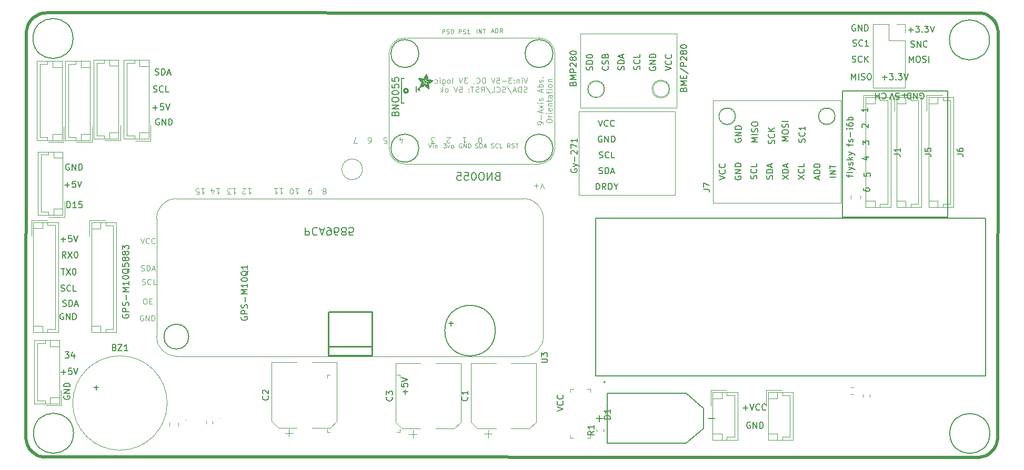
<source format=gbr>
%TF.GenerationSoftware,KiCad,Pcbnew,8.0.1*%
%TF.CreationDate,2024-04-08T11:37:36-05:00*%
%TF.ProjectId,C1,43312e6b-6963-4616-945f-706362585858,rev?*%
%TF.SameCoordinates,Original*%
%TF.FileFunction,Legend,Top*%
%TF.FilePolarity,Positive*%
%FSLAX46Y46*%
G04 Gerber Fmt 4.6, Leading zero omitted, Abs format (unit mm)*
G04 Created by KiCad (PCBNEW 8.0.1) date 2024-04-08 11:37:36*
%MOMM*%
%LPD*%
G01*
G04 APERTURE LIST*
%ADD10C,0.150000*%
%ADD11C,0.121920*%
%ADD12C,0.170688*%
%ADD13C,0.097536*%
%ADD14C,0.152400*%
%ADD15C,0.050000*%
%ADD16C,0.203200*%
%ADD17C,0.120000*%
%ADD18C,0.100000*%
%ADD19C,0.127000*%
%ADD20C,0.200000*%
%ADD21C,0.304800*%
%ADD22C,0.000000*%
%TA.AperFunction,Profile*%
%ADD23C,0.100000*%
%TD*%
%TA.AperFunction,Profile*%
%ADD24C,0.500000*%
%TD*%
G04 APERTURE END LIST*
D10*
X74770001Y-127230000D02*
G75*
G02*
X68336059Y-127230000I-3216971J0D01*
G01*
X68336059Y-127230000D02*
G75*
G02*
X74770001Y-127230000I3216971J0D01*
G01*
X222200001Y-127260000D02*
G75*
G02*
X215766059Y-127260000I-3216971J0D01*
G01*
X215766059Y-127260000D02*
G75*
G02*
X222200001Y-127260000I3216971J0D01*
G01*
X222143941Y-63880000D02*
G75*
G02*
X215709999Y-63880000I-3216971J0D01*
G01*
X215709999Y-63880000D02*
G75*
G02*
X222143941Y-63880000I3216971J0D01*
G01*
X198510000Y-72070000D02*
X215420000Y-72070000D01*
X215420000Y-92450000D01*
X198510000Y-92450000D01*
X198510000Y-72070000D01*
X74690001Y-63650000D02*
G75*
G02*
X68256059Y-63650000I-3216971J0D01*
G01*
X68256059Y-63650000D02*
G75*
G02*
X74690001Y-63650000I3216971J0D01*
G01*
X181242438Y-79801904D02*
X181194819Y-79897142D01*
X181194819Y-79897142D02*
X181194819Y-80039999D01*
X181194819Y-80039999D02*
X181242438Y-80182856D01*
X181242438Y-80182856D02*
X181337676Y-80278094D01*
X181337676Y-80278094D02*
X181432914Y-80325713D01*
X181432914Y-80325713D02*
X181623390Y-80373332D01*
X181623390Y-80373332D02*
X181766247Y-80373332D01*
X181766247Y-80373332D02*
X181956723Y-80325713D01*
X181956723Y-80325713D02*
X182051961Y-80278094D01*
X182051961Y-80278094D02*
X182147200Y-80182856D01*
X182147200Y-80182856D02*
X182194819Y-80039999D01*
X182194819Y-80039999D02*
X182194819Y-79944761D01*
X182194819Y-79944761D02*
X182147200Y-79801904D01*
X182147200Y-79801904D02*
X182099580Y-79754285D01*
X182099580Y-79754285D02*
X181766247Y-79754285D01*
X181766247Y-79754285D02*
X181766247Y-79944761D01*
X182194819Y-79325713D02*
X181194819Y-79325713D01*
X181194819Y-79325713D02*
X182194819Y-78754285D01*
X182194819Y-78754285D02*
X181194819Y-78754285D01*
X182194819Y-78278094D02*
X181194819Y-78278094D01*
X181194819Y-78278094D02*
X181194819Y-78039999D01*
X181194819Y-78039999D02*
X181242438Y-77897142D01*
X181242438Y-77897142D02*
X181337676Y-77801904D01*
X181337676Y-77801904D02*
X181432914Y-77754285D01*
X181432914Y-77754285D02*
X181623390Y-77706666D01*
X181623390Y-77706666D02*
X181766247Y-77706666D01*
X181766247Y-77706666D02*
X181956723Y-77754285D01*
X181956723Y-77754285D02*
X182051961Y-77801904D01*
X182051961Y-77801904D02*
X182147200Y-77897142D01*
X182147200Y-77897142D02*
X182194819Y-78039999D01*
X182194819Y-78039999D02*
X182194819Y-78278094D01*
X211011904Y-73367561D02*
X211107142Y-73415180D01*
X211107142Y-73415180D02*
X211249999Y-73415180D01*
X211249999Y-73415180D02*
X211392856Y-73367561D01*
X211392856Y-73367561D02*
X211488094Y-73272323D01*
X211488094Y-73272323D02*
X211535713Y-73177085D01*
X211535713Y-73177085D02*
X211583332Y-72986609D01*
X211583332Y-72986609D02*
X211583332Y-72843752D01*
X211583332Y-72843752D02*
X211535713Y-72653276D01*
X211535713Y-72653276D02*
X211488094Y-72558038D01*
X211488094Y-72558038D02*
X211392856Y-72462800D01*
X211392856Y-72462800D02*
X211249999Y-72415180D01*
X211249999Y-72415180D02*
X211154761Y-72415180D01*
X211154761Y-72415180D02*
X211011904Y-72462800D01*
X211011904Y-72462800D02*
X210964285Y-72510419D01*
X210964285Y-72510419D02*
X210964285Y-72843752D01*
X210964285Y-72843752D02*
X211154761Y-72843752D01*
X210535713Y-72415180D02*
X210535713Y-73415180D01*
X210535713Y-73415180D02*
X209964285Y-72415180D01*
X209964285Y-72415180D02*
X209964285Y-73415180D01*
X209488094Y-72415180D02*
X209488094Y-73415180D01*
X209488094Y-73415180D02*
X209249999Y-73415180D01*
X209249999Y-73415180D02*
X209107142Y-73367561D01*
X209107142Y-73367561D02*
X209011904Y-73272323D01*
X209011904Y-73272323D02*
X208964285Y-73177085D01*
X208964285Y-73177085D02*
X208916666Y-72986609D01*
X208916666Y-72986609D02*
X208916666Y-72843752D01*
X208916666Y-72843752D02*
X208964285Y-72653276D01*
X208964285Y-72653276D02*
X209011904Y-72558038D01*
X209011904Y-72558038D02*
X209107142Y-72462800D01*
X209107142Y-72462800D02*
X209249999Y-72415180D01*
X209249999Y-72415180D02*
X209488094Y-72415180D01*
X72749524Y-104297200D02*
X72892381Y-104344819D01*
X72892381Y-104344819D02*
X73130476Y-104344819D01*
X73130476Y-104344819D02*
X73225714Y-104297200D01*
X73225714Y-104297200D02*
X73273333Y-104249580D01*
X73273333Y-104249580D02*
X73320952Y-104154342D01*
X73320952Y-104154342D02*
X73320952Y-104059104D01*
X73320952Y-104059104D02*
X73273333Y-103963866D01*
X73273333Y-103963866D02*
X73225714Y-103916247D01*
X73225714Y-103916247D02*
X73130476Y-103868628D01*
X73130476Y-103868628D02*
X72940000Y-103821009D01*
X72940000Y-103821009D02*
X72844762Y-103773390D01*
X72844762Y-103773390D02*
X72797143Y-103725771D01*
X72797143Y-103725771D02*
X72749524Y-103630533D01*
X72749524Y-103630533D02*
X72749524Y-103535295D01*
X72749524Y-103535295D02*
X72797143Y-103440057D01*
X72797143Y-103440057D02*
X72844762Y-103392438D01*
X72844762Y-103392438D02*
X72940000Y-103344819D01*
X72940000Y-103344819D02*
X73178095Y-103344819D01*
X73178095Y-103344819D02*
X73320952Y-103392438D01*
X74320952Y-104249580D02*
X74273333Y-104297200D01*
X74273333Y-104297200D02*
X74130476Y-104344819D01*
X74130476Y-104344819D02*
X74035238Y-104344819D01*
X74035238Y-104344819D02*
X73892381Y-104297200D01*
X73892381Y-104297200D02*
X73797143Y-104201961D01*
X73797143Y-104201961D02*
X73749524Y-104106723D01*
X73749524Y-104106723D02*
X73701905Y-103916247D01*
X73701905Y-103916247D02*
X73701905Y-103773390D01*
X73701905Y-103773390D02*
X73749524Y-103582914D01*
X73749524Y-103582914D02*
X73797143Y-103487676D01*
X73797143Y-103487676D02*
X73892381Y-103392438D01*
X73892381Y-103392438D02*
X74035238Y-103344819D01*
X74035238Y-103344819D02*
X74130476Y-103344819D01*
X74130476Y-103344819D02*
X74273333Y-103392438D01*
X74273333Y-103392438D02*
X74320952Y-103440057D01*
X75225714Y-104344819D02*
X74749524Y-104344819D01*
X74749524Y-104344819D02*
X74749524Y-103344819D01*
X201954819Y-85321904D02*
X201954819Y-85798094D01*
X201954819Y-85798094D02*
X202431009Y-85845713D01*
X202431009Y-85845713D02*
X202383390Y-85798094D01*
X202383390Y-85798094D02*
X202335771Y-85702856D01*
X202335771Y-85702856D02*
X202335771Y-85464761D01*
X202335771Y-85464761D02*
X202383390Y-85369523D01*
X202383390Y-85369523D02*
X202431009Y-85321904D01*
X202431009Y-85321904D02*
X202526247Y-85274285D01*
X202526247Y-85274285D02*
X202764342Y-85274285D01*
X202764342Y-85274285D02*
X202859580Y-85321904D01*
X202859580Y-85321904D02*
X202907200Y-85369523D01*
X202907200Y-85369523D02*
X202954819Y-85464761D01*
X202954819Y-85464761D02*
X202954819Y-85702856D01*
X202954819Y-85702856D02*
X202907200Y-85798094D01*
X202907200Y-85798094D02*
X202859580Y-85845713D01*
X209130000Y-62273866D02*
X209891905Y-62273866D01*
X209510952Y-62654819D02*
X209510952Y-61892914D01*
X210272857Y-61654819D02*
X210891904Y-61654819D01*
X210891904Y-61654819D02*
X210558571Y-62035771D01*
X210558571Y-62035771D02*
X210701428Y-62035771D01*
X210701428Y-62035771D02*
X210796666Y-62083390D01*
X210796666Y-62083390D02*
X210844285Y-62131009D01*
X210844285Y-62131009D02*
X210891904Y-62226247D01*
X210891904Y-62226247D02*
X210891904Y-62464342D01*
X210891904Y-62464342D02*
X210844285Y-62559580D01*
X210844285Y-62559580D02*
X210796666Y-62607200D01*
X210796666Y-62607200D02*
X210701428Y-62654819D01*
X210701428Y-62654819D02*
X210415714Y-62654819D01*
X210415714Y-62654819D02*
X210320476Y-62607200D01*
X210320476Y-62607200D02*
X210272857Y-62559580D01*
X211320476Y-62559580D02*
X211368095Y-62607200D01*
X211368095Y-62607200D02*
X211320476Y-62654819D01*
X211320476Y-62654819D02*
X211272857Y-62607200D01*
X211272857Y-62607200D02*
X211320476Y-62559580D01*
X211320476Y-62559580D02*
X211320476Y-62654819D01*
X211701428Y-61654819D02*
X212320475Y-61654819D01*
X212320475Y-61654819D02*
X211987142Y-62035771D01*
X211987142Y-62035771D02*
X212129999Y-62035771D01*
X212129999Y-62035771D02*
X212225237Y-62083390D01*
X212225237Y-62083390D02*
X212272856Y-62131009D01*
X212272856Y-62131009D02*
X212320475Y-62226247D01*
X212320475Y-62226247D02*
X212320475Y-62464342D01*
X212320475Y-62464342D02*
X212272856Y-62559580D01*
X212272856Y-62559580D02*
X212225237Y-62607200D01*
X212225237Y-62607200D02*
X212129999Y-62654819D01*
X212129999Y-62654819D02*
X211844285Y-62654819D01*
X211844285Y-62654819D02*
X211749047Y-62607200D01*
X211749047Y-62607200D02*
X211701428Y-62559580D01*
X212606190Y-61654819D02*
X212939523Y-62654819D01*
X212939523Y-62654819D02*
X213272856Y-61654819D01*
X200178095Y-64837200D02*
X200320952Y-64884819D01*
X200320952Y-64884819D02*
X200559047Y-64884819D01*
X200559047Y-64884819D02*
X200654285Y-64837200D01*
X200654285Y-64837200D02*
X200701904Y-64789580D01*
X200701904Y-64789580D02*
X200749523Y-64694342D01*
X200749523Y-64694342D02*
X200749523Y-64599104D01*
X200749523Y-64599104D02*
X200701904Y-64503866D01*
X200701904Y-64503866D02*
X200654285Y-64456247D01*
X200654285Y-64456247D02*
X200559047Y-64408628D01*
X200559047Y-64408628D02*
X200368571Y-64361009D01*
X200368571Y-64361009D02*
X200273333Y-64313390D01*
X200273333Y-64313390D02*
X200225714Y-64265771D01*
X200225714Y-64265771D02*
X200178095Y-64170533D01*
X200178095Y-64170533D02*
X200178095Y-64075295D01*
X200178095Y-64075295D02*
X200225714Y-63980057D01*
X200225714Y-63980057D02*
X200273333Y-63932438D01*
X200273333Y-63932438D02*
X200368571Y-63884819D01*
X200368571Y-63884819D02*
X200606666Y-63884819D01*
X200606666Y-63884819D02*
X200749523Y-63932438D01*
X201749523Y-64789580D02*
X201701904Y-64837200D01*
X201701904Y-64837200D02*
X201559047Y-64884819D01*
X201559047Y-64884819D02*
X201463809Y-64884819D01*
X201463809Y-64884819D02*
X201320952Y-64837200D01*
X201320952Y-64837200D02*
X201225714Y-64741961D01*
X201225714Y-64741961D02*
X201178095Y-64646723D01*
X201178095Y-64646723D02*
X201130476Y-64456247D01*
X201130476Y-64456247D02*
X201130476Y-64313390D01*
X201130476Y-64313390D02*
X201178095Y-64122914D01*
X201178095Y-64122914D02*
X201225714Y-64027676D01*
X201225714Y-64027676D02*
X201320952Y-63932438D01*
X201320952Y-63932438D02*
X201463809Y-63884819D01*
X201463809Y-63884819D02*
X201559047Y-63884819D01*
X201559047Y-63884819D02*
X201701904Y-63932438D01*
X201701904Y-63932438D02*
X201749523Y-63980057D01*
X202701904Y-64884819D02*
X202130476Y-64884819D01*
X202416190Y-64884819D02*
X202416190Y-63884819D01*
X202416190Y-63884819D02*
X202320952Y-64027676D01*
X202320952Y-64027676D02*
X202225714Y-64122914D01*
X202225714Y-64122914D02*
X202130476Y-64170533D01*
X209238572Y-67494819D02*
X209238572Y-66494819D01*
X209238572Y-66494819D02*
X209571905Y-67209104D01*
X209571905Y-67209104D02*
X209905238Y-66494819D01*
X209905238Y-66494819D02*
X209905238Y-67494819D01*
X210571905Y-66494819D02*
X210762381Y-66494819D01*
X210762381Y-66494819D02*
X210857619Y-66542438D01*
X210857619Y-66542438D02*
X210952857Y-66637676D01*
X210952857Y-66637676D02*
X211000476Y-66828152D01*
X211000476Y-66828152D02*
X211000476Y-67161485D01*
X211000476Y-67161485D02*
X210952857Y-67351961D01*
X210952857Y-67351961D02*
X210857619Y-67447200D01*
X210857619Y-67447200D02*
X210762381Y-67494819D01*
X210762381Y-67494819D02*
X210571905Y-67494819D01*
X210571905Y-67494819D02*
X210476667Y-67447200D01*
X210476667Y-67447200D02*
X210381429Y-67351961D01*
X210381429Y-67351961D02*
X210333810Y-67161485D01*
X210333810Y-67161485D02*
X210333810Y-66828152D01*
X210333810Y-66828152D02*
X210381429Y-66637676D01*
X210381429Y-66637676D02*
X210476667Y-66542438D01*
X210476667Y-66542438D02*
X210571905Y-66494819D01*
X211381429Y-67447200D02*
X211524286Y-67494819D01*
X211524286Y-67494819D02*
X211762381Y-67494819D01*
X211762381Y-67494819D02*
X211857619Y-67447200D01*
X211857619Y-67447200D02*
X211905238Y-67399580D01*
X211905238Y-67399580D02*
X211952857Y-67304342D01*
X211952857Y-67304342D02*
X211952857Y-67209104D01*
X211952857Y-67209104D02*
X211905238Y-67113866D01*
X211905238Y-67113866D02*
X211857619Y-67066247D01*
X211857619Y-67066247D02*
X211762381Y-67018628D01*
X211762381Y-67018628D02*
X211571905Y-66971009D01*
X211571905Y-66971009D02*
X211476667Y-66923390D01*
X211476667Y-66923390D02*
X211429048Y-66875771D01*
X211429048Y-66875771D02*
X211381429Y-66780533D01*
X211381429Y-66780533D02*
X211381429Y-66685295D01*
X211381429Y-66685295D02*
X211429048Y-66590057D01*
X211429048Y-66590057D02*
X211476667Y-66542438D01*
X211476667Y-66542438D02*
X211571905Y-66494819D01*
X211571905Y-66494819D02*
X211810000Y-66494819D01*
X211810000Y-66494819D02*
X211952857Y-66542438D01*
X212381429Y-67494819D02*
X212381429Y-66494819D01*
X73705714Y-90924819D02*
X73705714Y-89924819D01*
X73705714Y-89924819D02*
X73943809Y-89924819D01*
X73943809Y-89924819D02*
X74086666Y-89972438D01*
X74086666Y-89972438D02*
X74181904Y-90067676D01*
X74181904Y-90067676D02*
X74229523Y-90162914D01*
X74229523Y-90162914D02*
X74277142Y-90353390D01*
X74277142Y-90353390D02*
X74277142Y-90496247D01*
X74277142Y-90496247D02*
X74229523Y-90686723D01*
X74229523Y-90686723D02*
X74181904Y-90781961D01*
X74181904Y-90781961D02*
X74086666Y-90877200D01*
X74086666Y-90877200D02*
X73943809Y-90924819D01*
X73943809Y-90924819D02*
X73705714Y-90924819D01*
X75229523Y-90924819D02*
X74658095Y-90924819D01*
X74943809Y-90924819D02*
X74943809Y-89924819D01*
X74943809Y-89924819D02*
X74848571Y-90067676D01*
X74848571Y-90067676D02*
X74753333Y-90162914D01*
X74753333Y-90162914D02*
X74658095Y-90210533D01*
X76134285Y-89924819D02*
X75658095Y-89924819D01*
X75658095Y-89924819D02*
X75610476Y-90401009D01*
X75610476Y-90401009D02*
X75658095Y-90353390D01*
X75658095Y-90353390D02*
X75753333Y-90305771D01*
X75753333Y-90305771D02*
X75991428Y-90305771D01*
X75991428Y-90305771D02*
X76086666Y-90353390D01*
X76086666Y-90353390D02*
X76134285Y-90401009D01*
X76134285Y-90401009D02*
X76181904Y-90496247D01*
X76181904Y-90496247D02*
X76181904Y-90734342D01*
X76181904Y-90734342D02*
X76134285Y-90829580D01*
X76134285Y-90829580D02*
X76086666Y-90877200D01*
X76086666Y-90877200D02*
X75991428Y-90924819D01*
X75991428Y-90924819D02*
X75753333Y-90924819D01*
X75753333Y-90924819D02*
X75658095Y-90877200D01*
X75658095Y-90877200D02*
X75610476Y-90829580D01*
X152569819Y-123666077D02*
X153569819Y-123332744D01*
X153569819Y-123332744D02*
X152569819Y-122999411D01*
X153474580Y-122094649D02*
X153522200Y-122142268D01*
X153522200Y-122142268D02*
X153569819Y-122285125D01*
X153569819Y-122285125D02*
X153569819Y-122380363D01*
X153569819Y-122380363D02*
X153522200Y-122523220D01*
X153522200Y-122523220D02*
X153426961Y-122618458D01*
X153426961Y-122618458D02*
X153331723Y-122666077D01*
X153331723Y-122666077D02*
X153141247Y-122713696D01*
X153141247Y-122713696D02*
X152998390Y-122713696D01*
X152998390Y-122713696D02*
X152807914Y-122666077D01*
X152807914Y-122666077D02*
X152712676Y-122618458D01*
X152712676Y-122618458D02*
X152617438Y-122523220D01*
X152617438Y-122523220D02*
X152569819Y-122380363D01*
X152569819Y-122380363D02*
X152569819Y-122285125D01*
X152569819Y-122285125D02*
X152617438Y-122142268D01*
X152617438Y-122142268D02*
X152665057Y-122094649D01*
X153474580Y-121094649D02*
X153522200Y-121142268D01*
X153522200Y-121142268D02*
X153569819Y-121285125D01*
X153569819Y-121285125D02*
X153569819Y-121380363D01*
X153569819Y-121380363D02*
X153522200Y-121523220D01*
X153522200Y-121523220D02*
X153426961Y-121618458D01*
X153426961Y-121618458D02*
X153331723Y-121666077D01*
X153331723Y-121666077D02*
X153141247Y-121713696D01*
X153141247Y-121713696D02*
X152998390Y-121713696D01*
X152998390Y-121713696D02*
X152807914Y-121666077D01*
X152807914Y-121666077D02*
X152712676Y-121618458D01*
X152712676Y-121618458D02*
X152617438Y-121523220D01*
X152617438Y-121523220D02*
X152569819Y-121380363D01*
X152569819Y-121380363D02*
X152569819Y-121285125D01*
X152569819Y-121285125D02*
X152617438Y-121142268D01*
X152617438Y-121142268D02*
X152665057Y-121094649D01*
X201700057Y-77995713D02*
X201652438Y-77948094D01*
X201652438Y-77948094D02*
X201604819Y-77852856D01*
X201604819Y-77852856D02*
X201604819Y-77614761D01*
X201604819Y-77614761D02*
X201652438Y-77519523D01*
X201652438Y-77519523D02*
X201700057Y-77471904D01*
X201700057Y-77471904D02*
X201795295Y-77424285D01*
X201795295Y-77424285D02*
X201890533Y-77424285D01*
X201890533Y-77424285D02*
X202033390Y-77471904D01*
X202033390Y-77471904D02*
X202604819Y-78043332D01*
X202604819Y-78043332D02*
X202604819Y-77424285D01*
X189794819Y-80121427D02*
X188794819Y-80121427D01*
X188794819Y-80121427D02*
X189509104Y-79788094D01*
X189509104Y-79788094D02*
X188794819Y-79454761D01*
X188794819Y-79454761D02*
X189794819Y-79454761D01*
X188794819Y-78788094D02*
X188794819Y-78597618D01*
X188794819Y-78597618D02*
X188842438Y-78502380D01*
X188842438Y-78502380D02*
X188937676Y-78407142D01*
X188937676Y-78407142D02*
X189128152Y-78359523D01*
X189128152Y-78359523D02*
X189461485Y-78359523D01*
X189461485Y-78359523D02*
X189651961Y-78407142D01*
X189651961Y-78407142D02*
X189747200Y-78502380D01*
X189747200Y-78502380D02*
X189794819Y-78597618D01*
X189794819Y-78597618D02*
X189794819Y-78788094D01*
X189794819Y-78788094D02*
X189747200Y-78883332D01*
X189747200Y-78883332D02*
X189651961Y-78978570D01*
X189651961Y-78978570D02*
X189461485Y-79026189D01*
X189461485Y-79026189D02*
X189128152Y-79026189D01*
X189128152Y-79026189D02*
X188937676Y-78978570D01*
X188937676Y-78978570D02*
X188842438Y-78883332D01*
X188842438Y-78883332D02*
X188794819Y-78788094D01*
X189747200Y-77978570D02*
X189794819Y-77835713D01*
X189794819Y-77835713D02*
X189794819Y-77597618D01*
X189794819Y-77597618D02*
X189747200Y-77502380D01*
X189747200Y-77502380D02*
X189699580Y-77454761D01*
X189699580Y-77454761D02*
X189604342Y-77407142D01*
X189604342Y-77407142D02*
X189509104Y-77407142D01*
X189509104Y-77407142D02*
X189413866Y-77454761D01*
X189413866Y-77454761D02*
X189366247Y-77502380D01*
X189366247Y-77502380D02*
X189318628Y-77597618D01*
X189318628Y-77597618D02*
X189271009Y-77788094D01*
X189271009Y-77788094D02*
X189223390Y-77883332D01*
X189223390Y-77883332D02*
X189175771Y-77930951D01*
X189175771Y-77930951D02*
X189080533Y-77978570D01*
X189080533Y-77978570D02*
X188985295Y-77978570D01*
X188985295Y-77978570D02*
X188890057Y-77930951D01*
X188890057Y-77930951D02*
X188842438Y-77883332D01*
X188842438Y-77883332D02*
X188794819Y-77788094D01*
X188794819Y-77788094D02*
X188794819Y-77549999D01*
X188794819Y-77549999D02*
X188842438Y-77407142D01*
X189794819Y-76978570D02*
X188794819Y-76978570D01*
X72744286Y-96013866D02*
X73506191Y-96013866D01*
X73125238Y-96394819D02*
X73125238Y-95632914D01*
X74458571Y-95394819D02*
X73982381Y-95394819D01*
X73982381Y-95394819D02*
X73934762Y-95871009D01*
X73934762Y-95871009D02*
X73982381Y-95823390D01*
X73982381Y-95823390D02*
X74077619Y-95775771D01*
X74077619Y-95775771D02*
X74315714Y-95775771D01*
X74315714Y-95775771D02*
X74410952Y-95823390D01*
X74410952Y-95823390D02*
X74458571Y-95871009D01*
X74458571Y-95871009D02*
X74506190Y-95966247D01*
X74506190Y-95966247D02*
X74506190Y-96204342D01*
X74506190Y-96204342D02*
X74458571Y-96299580D01*
X74458571Y-96299580D02*
X74410952Y-96347200D01*
X74410952Y-96347200D02*
X74315714Y-96394819D01*
X74315714Y-96394819D02*
X74077619Y-96394819D01*
X74077619Y-96394819D02*
X73982381Y-96347200D01*
X73982381Y-96347200D02*
X73934762Y-96299580D01*
X74791905Y-95394819D02*
X75125238Y-96394819D01*
X75125238Y-96394819D02*
X75458571Y-95394819D01*
X73547142Y-98994819D02*
X73213809Y-98518628D01*
X72975714Y-98994819D02*
X72975714Y-97994819D01*
X72975714Y-97994819D02*
X73356666Y-97994819D01*
X73356666Y-97994819D02*
X73451904Y-98042438D01*
X73451904Y-98042438D02*
X73499523Y-98090057D01*
X73499523Y-98090057D02*
X73547142Y-98185295D01*
X73547142Y-98185295D02*
X73547142Y-98328152D01*
X73547142Y-98328152D02*
X73499523Y-98423390D01*
X73499523Y-98423390D02*
X73451904Y-98471009D01*
X73451904Y-98471009D02*
X73356666Y-98518628D01*
X73356666Y-98518628D02*
X72975714Y-98518628D01*
X73880476Y-97994819D02*
X74547142Y-98994819D01*
X74547142Y-97994819D02*
X73880476Y-98994819D01*
X75118571Y-97994819D02*
X75213809Y-97994819D01*
X75213809Y-97994819D02*
X75309047Y-98042438D01*
X75309047Y-98042438D02*
X75356666Y-98090057D01*
X75356666Y-98090057D02*
X75404285Y-98185295D01*
X75404285Y-98185295D02*
X75451904Y-98375771D01*
X75451904Y-98375771D02*
X75451904Y-98613866D01*
X75451904Y-98613866D02*
X75404285Y-98804342D01*
X75404285Y-98804342D02*
X75356666Y-98899580D01*
X75356666Y-98899580D02*
X75309047Y-98947200D01*
X75309047Y-98947200D02*
X75213809Y-98994819D01*
X75213809Y-98994819D02*
X75118571Y-98994819D01*
X75118571Y-98994819D02*
X75023333Y-98947200D01*
X75023333Y-98947200D02*
X74975714Y-98899580D01*
X74975714Y-98899580D02*
X74928095Y-98804342D01*
X74928095Y-98804342D02*
X74880476Y-98613866D01*
X74880476Y-98613866D02*
X74880476Y-98375771D01*
X74880476Y-98375771D02*
X74928095Y-98185295D01*
X74928095Y-98185295D02*
X74975714Y-98090057D01*
X74975714Y-98090057D02*
X75023333Y-98042438D01*
X75023333Y-98042438D02*
X75118571Y-97994819D01*
X187537200Y-80605713D02*
X187584819Y-80462856D01*
X187584819Y-80462856D02*
X187584819Y-80224761D01*
X187584819Y-80224761D02*
X187537200Y-80129523D01*
X187537200Y-80129523D02*
X187489580Y-80081904D01*
X187489580Y-80081904D02*
X187394342Y-80034285D01*
X187394342Y-80034285D02*
X187299104Y-80034285D01*
X187299104Y-80034285D02*
X187203866Y-80081904D01*
X187203866Y-80081904D02*
X187156247Y-80129523D01*
X187156247Y-80129523D02*
X187108628Y-80224761D01*
X187108628Y-80224761D02*
X187061009Y-80415237D01*
X187061009Y-80415237D02*
X187013390Y-80510475D01*
X187013390Y-80510475D02*
X186965771Y-80558094D01*
X186965771Y-80558094D02*
X186870533Y-80605713D01*
X186870533Y-80605713D02*
X186775295Y-80605713D01*
X186775295Y-80605713D02*
X186680057Y-80558094D01*
X186680057Y-80558094D02*
X186632438Y-80510475D01*
X186632438Y-80510475D02*
X186584819Y-80415237D01*
X186584819Y-80415237D02*
X186584819Y-80177142D01*
X186584819Y-80177142D02*
X186632438Y-80034285D01*
X187489580Y-79034285D02*
X187537200Y-79081904D01*
X187537200Y-79081904D02*
X187584819Y-79224761D01*
X187584819Y-79224761D02*
X187584819Y-79319999D01*
X187584819Y-79319999D02*
X187537200Y-79462856D01*
X187537200Y-79462856D02*
X187441961Y-79558094D01*
X187441961Y-79558094D02*
X187346723Y-79605713D01*
X187346723Y-79605713D02*
X187156247Y-79653332D01*
X187156247Y-79653332D02*
X187013390Y-79653332D01*
X187013390Y-79653332D02*
X186822914Y-79605713D01*
X186822914Y-79605713D02*
X186727676Y-79558094D01*
X186727676Y-79558094D02*
X186632438Y-79462856D01*
X186632438Y-79462856D02*
X186584819Y-79319999D01*
X186584819Y-79319999D02*
X186584819Y-79224761D01*
X186584819Y-79224761D02*
X186632438Y-79081904D01*
X186632438Y-79081904D02*
X186680057Y-79034285D01*
X187584819Y-78605713D02*
X186584819Y-78605713D01*
X187584819Y-78034285D02*
X187013390Y-78462856D01*
X186584819Y-78034285D02*
X187156247Y-78605713D01*
X199483152Y-85966077D02*
X199483152Y-85585125D01*
X200149819Y-85823220D02*
X199292676Y-85823220D01*
X199292676Y-85823220D02*
X199197438Y-85775601D01*
X199197438Y-85775601D02*
X199149819Y-85680363D01*
X199149819Y-85680363D02*
X199149819Y-85585125D01*
X200149819Y-85108934D02*
X200102200Y-85204172D01*
X200102200Y-85204172D02*
X200006961Y-85251791D01*
X200006961Y-85251791D02*
X199149819Y-85251791D01*
X199483152Y-84823219D02*
X200149819Y-84585124D01*
X199483152Y-84347029D02*
X200149819Y-84585124D01*
X200149819Y-84585124D02*
X200387914Y-84680362D01*
X200387914Y-84680362D02*
X200435533Y-84727981D01*
X200435533Y-84727981D02*
X200483152Y-84823219D01*
X200102200Y-84013695D02*
X200149819Y-83918457D01*
X200149819Y-83918457D02*
X200149819Y-83727981D01*
X200149819Y-83727981D02*
X200102200Y-83632743D01*
X200102200Y-83632743D02*
X200006961Y-83585124D01*
X200006961Y-83585124D02*
X199959342Y-83585124D01*
X199959342Y-83585124D02*
X199864104Y-83632743D01*
X199864104Y-83632743D02*
X199816485Y-83727981D01*
X199816485Y-83727981D02*
X199816485Y-83870838D01*
X199816485Y-83870838D02*
X199768866Y-83966076D01*
X199768866Y-83966076D02*
X199673628Y-84013695D01*
X199673628Y-84013695D02*
X199626009Y-84013695D01*
X199626009Y-84013695D02*
X199530771Y-83966076D01*
X199530771Y-83966076D02*
X199483152Y-83870838D01*
X199483152Y-83870838D02*
X199483152Y-83727981D01*
X199483152Y-83727981D02*
X199530771Y-83632743D01*
X200149819Y-83156552D02*
X199149819Y-83156552D01*
X199768866Y-83061314D02*
X200149819Y-82775600D01*
X199483152Y-82775600D02*
X199864104Y-83156552D01*
X199483152Y-82442266D02*
X200149819Y-82204171D01*
X199483152Y-81966076D02*
X200149819Y-82204171D01*
X200149819Y-82204171D02*
X200387914Y-82299409D01*
X200387914Y-82299409D02*
X200435533Y-82347028D01*
X200435533Y-82347028D02*
X200483152Y-82442266D01*
X199483152Y-80966075D02*
X199483152Y-80585123D01*
X200149819Y-80823218D02*
X199292676Y-80823218D01*
X199292676Y-80823218D02*
X199197438Y-80775599D01*
X199197438Y-80775599D02*
X199149819Y-80680361D01*
X199149819Y-80680361D02*
X199149819Y-80585123D01*
X200102200Y-80299408D02*
X200149819Y-80204170D01*
X200149819Y-80204170D02*
X200149819Y-80013694D01*
X200149819Y-80013694D02*
X200102200Y-79918456D01*
X200102200Y-79918456D02*
X200006961Y-79870837D01*
X200006961Y-79870837D02*
X199959342Y-79870837D01*
X199959342Y-79870837D02*
X199864104Y-79918456D01*
X199864104Y-79918456D02*
X199816485Y-80013694D01*
X199816485Y-80013694D02*
X199816485Y-80156551D01*
X199816485Y-80156551D02*
X199768866Y-80251789D01*
X199768866Y-80251789D02*
X199673628Y-80299408D01*
X199673628Y-80299408D02*
X199626009Y-80299408D01*
X199626009Y-80299408D02*
X199530771Y-80251789D01*
X199530771Y-80251789D02*
X199483152Y-80156551D01*
X199483152Y-80156551D02*
X199483152Y-80013694D01*
X199483152Y-80013694D02*
X199530771Y-79918456D01*
X199768866Y-79442265D02*
X199768866Y-78680361D01*
X200149819Y-78204170D02*
X199483152Y-78204170D01*
X199149819Y-78204170D02*
X199197438Y-78251789D01*
X199197438Y-78251789D02*
X199245057Y-78204170D01*
X199245057Y-78204170D02*
X199197438Y-78156551D01*
X199197438Y-78156551D02*
X199149819Y-78204170D01*
X199149819Y-78204170D02*
X199245057Y-78204170D01*
X199149819Y-77299409D02*
X199149819Y-77489885D01*
X199149819Y-77489885D02*
X199197438Y-77585123D01*
X199197438Y-77585123D02*
X199245057Y-77632742D01*
X199245057Y-77632742D02*
X199387914Y-77727980D01*
X199387914Y-77727980D02*
X199578390Y-77775599D01*
X199578390Y-77775599D02*
X199959342Y-77775599D01*
X199959342Y-77775599D02*
X200054580Y-77727980D01*
X200054580Y-77727980D02*
X200102200Y-77680361D01*
X200102200Y-77680361D02*
X200149819Y-77585123D01*
X200149819Y-77585123D02*
X200149819Y-77394647D01*
X200149819Y-77394647D02*
X200102200Y-77299409D01*
X200102200Y-77299409D02*
X200054580Y-77251790D01*
X200054580Y-77251790D02*
X199959342Y-77204171D01*
X199959342Y-77204171D02*
X199721247Y-77204171D01*
X199721247Y-77204171D02*
X199626009Y-77251790D01*
X199626009Y-77251790D02*
X199578390Y-77299409D01*
X199578390Y-77299409D02*
X199530771Y-77394647D01*
X199530771Y-77394647D02*
X199530771Y-77585123D01*
X199530771Y-77585123D02*
X199578390Y-77680361D01*
X199578390Y-77680361D02*
X199626009Y-77727980D01*
X199626009Y-77727980D02*
X199721247Y-77775599D01*
X200149819Y-76775599D02*
X199149819Y-76775599D01*
X199530771Y-76775599D02*
X199483152Y-76680361D01*
X199483152Y-76680361D02*
X199483152Y-76489885D01*
X199483152Y-76489885D02*
X199530771Y-76394647D01*
X199530771Y-76394647D02*
X199578390Y-76347028D01*
X199578390Y-76347028D02*
X199673628Y-76299409D01*
X199673628Y-76299409D02*
X199959342Y-76299409D01*
X199959342Y-76299409D02*
X200054580Y-76347028D01*
X200054580Y-76347028D02*
X200102200Y-76394647D01*
X200102200Y-76394647D02*
X200149819Y-76489885D01*
X200149819Y-76489885D02*
X200149819Y-76680361D01*
X200149819Y-76680361D02*
X200102200Y-76775599D01*
X201764819Y-80753332D02*
X201764819Y-80134285D01*
X201764819Y-80134285D02*
X202145771Y-80467618D01*
X202145771Y-80467618D02*
X202145771Y-80324761D01*
X202145771Y-80324761D02*
X202193390Y-80229523D01*
X202193390Y-80229523D02*
X202241009Y-80181904D01*
X202241009Y-80181904D02*
X202336247Y-80134285D01*
X202336247Y-80134285D02*
X202574342Y-80134285D01*
X202574342Y-80134285D02*
X202669580Y-80181904D01*
X202669580Y-80181904D02*
X202717200Y-80229523D01*
X202717200Y-80229523D02*
X202764819Y-80324761D01*
X202764819Y-80324761D02*
X202764819Y-80610475D01*
X202764819Y-80610475D02*
X202717200Y-80705713D01*
X202717200Y-80705713D02*
X202669580Y-80753332D01*
X73242438Y-121231904D02*
X73194819Y-121327142D01*
X73194819Y-121327142D02*
X73194819Y-121469999D01*
X73194819Y-121469999D02*
X73242438Y-121612856D01*
X73242438Y-121612856D02*
X73337676Y-121708094D01*
X73337676Y-121708094D02*
X73432914Y-121755713D01*
X73432914Y-121755713D02*
X73623390Y-121803332D01*
X73623390Y-121803332D02*
X73766247Y-121803332D01*
X73766247Y-121803332D02*
X73956723Y-121755713D01*
X73956723Y-121755713D02*
X74051961Y-121708094D01*
X74051961Y-121708094D02*
X74147200Y-121612856D01*
X74147200Y-121612856D02*
X74194819Y-121469999D01*
X74194819Y-121469999D02*
X74194819Y-121374761D01*
X74194819Y-121374761D02*
X74147200Y-121231904D01*
X74147200Y-121231904D02*
X74099580Y-121184285D01*
X74099580Y-121184285D02*
X73766247Y-121184285D01*
X73766247Y-121184285D02*
X73766247Y-121374761D01*
X74194819Y-120755713D02*
X73194819Y-120755713D01*
X73194819Y-120755713D02*
X74194819Y-120184285D01*
X74194819Y-120184285D02*
X73194819Y-120184285D01*
X74194819Y-119708094D02*
X73194819Y-119708094D01*
X73194819Y-119708094D02*
X73194819Y-119469999D01*
X73194819Y-119469999D02*
X73242438Y-119327142D01*
X73242438Y-119327142D02*
X73337676Y-119231904D01*
X73337676Y-119231904D02*
X73432914Y-119184285D01*
X73432914Y-119184285D02*
X73623390Y-119136666D01*
X73623390Y-119136666D02*
X73766247Y-119136666D01*
X73766247Y-119136666D02*
X73956723Y-119184285D01*
X73956723Y-119184285D02*
X74051961Y-119231904D01*
X74051961Y-119231904D02*
X74147200Y-119327142D01*
X74147200Y-119327142D02*
X74194819Y-119469999D01*
X74194819Y-119469999D02*
X74194819Y-119708094D01*
X128148866Y-120933220D02*
X128148866Y-120171316D01*
X128529819Y-120552268D02*
X127767914Y-120552268D01*
X127529819Y-119218935D02*
X127529819Y-119695125D01*
X127529819Y-119695125D02*
X128006009Y-119742744D01*
X128006009Y-119742744D02*
X127958390Y-119695125D01*
X127958390Y-119695125D02*
X127910771Y-119599887D01*
X127910771Y-119599887D02*
X127910771Y-119361792D01*
X127910771Y-119361792D02*
X127958390Y-119266554D01*
X127958390Y-119266554D02*
X128006009Y-119218935D01*
X128006009Y-119218935D02*
X128101247Y-119171316D01*
X128101247Y-119171316D02*
X128339342Y-119171316D01*
X128339342Y-119171316D02*
X128434580Y-119218935D01*
X128434580Y-119218935D02*
X128482200Y-119266554D01*
X128482200Y-119266554D02*
X128529819Y-119361792D01*
X128529819Y-119361792D02*
X128529819Y-119599887D01*
X128529819Y-119599887D02*
X128482200Y-119695125D01*
X128482200Y-119695125D02*
X128434580Y-119742744D01*
X127529819Y-118885601D02*
X128529819Y-118552268D01*
X128529819Y-118552268D02*
X127529819Y-118218935D01*
X192437200Y-80361904D02*
X192484819Y-80219047D01*
X192484819Y-80219047D02*
X192484819Y-79980952D01*
X192484819Y-79980952D02*
X192437200Y-79885714D01*
X192437200Y-79885714D02*
X192389580Y-79838095D01*
X192389580Y-79838095D02*
X192294342Y-79790476D01*
X192294342Y-79790476D02*
X192199104Y-79790476D01*
X192199104Y-79790476D02*
X192103866Y-79838095D01*
X192103866Y-79838095D02*
X192056247Y-79885714D01*
X192056247Y-79885714D02*
X192008628Y-79980952D01*
X192008628Y-79980952D02*
X191961009Y-80171428D01*
X191961009Y-80171428D02*
X191913390Y-80266666D01*
X191913390Y-80266666D02*
X191865771Y-80314285D01*
X191865771Y-80314285D02*
X191770533Y-80361904D01*
X191770533Y-80361904D02*
X191675295Y-80361904D01*
X191675295Y-80361904D02*
X191580057Y-80314285D01*
X191580057Y-80314285D02*
X191532438Y-80266666D01*
X191532438Y-80266666D02*
X191484819Y-80171428D01*
X191484819Y-80171428D02*
X191484819Y-79933333D01*
X191484819Y-79933333D02*
X191532438Y-79790476D01*
X192389580Y-78790476D02*
X192437200Y-78838095D01*
X192437200Y-78838095D02*
X192484819Y-78980952D01*
X192484819Y-78980952D02*
X192484819Y-79076190D01*
X192484819Y-79076190D02*
X192437200Y-79219047D01*
X192437200Y-79219047D02*
X192341961Y-79314285D01*
X192341961Y-79314285D02*
X192246723Y-79361904D01*
X192246723Y-79361904D02*
X192056247Y-79409523D01*
X192056247Y-79409523D02*
X191913390Y-79409523D01*
X191913390Y-79409523D02*
X191722914Y-79361904D01*
X191722914Y-79361904D02*
X191627676Y-79314285D01*
X191627676Y-79314285D02*
X191532438Y-79219047D01*
X191532438Y-79219047D02*
X191484819Y-79076190D01*
X191484819Y-79076190D02*
X191484819Y-78980952D01*
X191484819Y-78980952D02*
X191532438Y-78838095D01*
X191532438Y-78838095D02*
X191580057Y-78790476D01*
X192484819Y-77838095D02*
X192484819Y-78409523D01*
X192484819Y-78123809D02*
X191484819Y-78123809D01*
X191484819Y-78123809D02*
X191627676Y-78219047D01*
X191627676Y-78219047D02*
X191722914Y-78314285D01*
X191722914Y-78314285D02*
X191770533Y-78409523D01*
X73384286Y-87243866D02*
X74146191Y-87243866D01*
X73765238Y-87624819D02*
X73765238Y-86862914D01*
X75098571Y-86624819D02*
X74622381Y-86624819D01*
X74622381Y-86624819D02*
X74574762Y-87101009D01*
X74574762Y-87101009D02*
X74622381Y-87053390D01*
X74622381Y-87053390D02*
X74717619Y-87005771D01*
X74717619Y-87005771D02*
X74955714Y-87005771D01*
X74955714Y-87005771D02*
X75050952Y-87053390D01*
X75050952Y-87053390D02*
X75098571Y-87101009D01*
X75098571Y-87101009D02*
X75146190Y-87196247D01*
X75146190Y-87196247D02*
X75146190Y-87434342D01*
X75146190Y-87434342D02*
X75098571Y-87529580D01*
X75098571Y-87529580D02*
X75050952Y-87577200D01*
X75050952Y-87577200D02*
X74955714Y-87624819D01*
X74955714Y-87624819D02*
X74717619Y-87624819D01*
X74717619Y-87624819D02*
X74622381Y-87577200D01*
X74622381Y-87577200D02*
X74574762Y-87529580D01*
X75431905Y-86624819D02*
X75765238Y-87624819D01*
X75765238Y-87624819D02*
X76098571Y-86624819D01*
X183650588Y-125467438D02*
X183555350Y-125419819D01*
X183555350Y-125419819D02*
X183412493Y-125419819D01*
X183412493Y-125419819D02*
X183269636Y-125467438D01*
X183269636Y-125467438D02*
X183174398Y-125562676D01*
X183174398Y-125562676D02*
X183126779Y-125657914D01*
X183126779Y-125657914D02*
X183079160Y-125848390D01*
X183079160Y-125848390D02*
X183079160Y-125991247D01*
X183079160Y-125991247D02*
X183126779Y-126181723D01*
X183126779Y-126181723D02*
X183174398Y-126276961D01*
X183174398Y-126276961D02*
X183269636Y-126372200D01*
X183269636Y-126372200D02*
X183412493Y-126419819D01*
X183412493Y-126419819D02*
X183507731Y-126419819D01*
X183507731Y-126419819D02*
X183650588Y-126372200D01*
X183650588Y-126372200D02*
X183698207Y-126324580D01*
X183698207Y-126324580D02*
X183698207Y-125991247D01*
X183698207Y-125991247D02*
X183507731Y-125991247D01*
X184126779Y-126419819D02*
X184126779Y-125419819D01*
X184126779Y-125419819D02*
X184698207Y-126419819D01*
X184698207Y-126419819D02*
X184698207Y-125419819D01*
X185174398Y-126419819D02*
X185174398Y-125419819D01*
X185174398Y-125419819D02*
X185412493Y-125419819D01*
X185412493Y-125419819D02*
X185555350Y-125467438D01*
X185555350Y-125467438D02*
X185650588Y-125562676D01*
X185650588Y-125562676D02*
X185698207Y-125657914D01*
X185698207Y-125657914D02*
X185745826Y-125848390D01*
X185745826Y-125848390D02*
X185745826Y-125991247D01*
X185745826Y-125991247D02*
X185698207Y-126181723D01*
X185698207Y-126181723D02*
X185650588Y-126276961D01*
X185650588Y-126276961D02*
X185555350Y-126372200D01*
X185555350Y-126372200D02*
X185412493Y-126419819D01*
X185412493Y-126419819D02*
X185174398Y-126419819D01*
X74078095Y-83902438D02*
X73982857Y-83854819D01*
X73982857Y-83854819D02*
X73840000Y-83854819D01*
X73840000Y-83854819D02*
X73697143Y-83902438D01*
X73697143Y-83902438D02*
X73601905Y-83997676D01*
X73601905Y-83997676D02*
X73554286Y-84092914D01*
X73554286Y-84092914D02*
X73506667Y-84283390D01*
X73506667Y-84283390D02*
X73506667Y-84426247D01*
X73506667Y-84426247D02*
X73554286Y-84616723D01*
X73554286Y-84616723D02*
X73601905Y-84711961D01*
X73601905Y-84711961D02*
X73697143Y-84807200D01*
X73697143Y-84807200D02*
X73840000Y-84854819D01*
X73840000Y-84854819D02*
X73935238Y-84854819D01*
X73935238Y-84854819D02*
X74078095Y-84807200D01*
X74078095Y-84807200D02*
X74125714Y-84759580D01*
X74125714Y-84759580D02*
X74125714Y-84426247D01*
X74125714Y-84426247D02*
X73935238Y-84426247D01*
X74554286Y-84854819D02*
X74554286Y-83854819D01*
X74554286Y-83854819D02*
X75125714Y-84854819D01*
X75125714Y-84854819D02*
X75125714Y-83854819D01*
X75601905Y-84854819D02*
X75601905Y-83854819D01*
X75601905Y-83854819D02*
X75840000Y-83854819D01*
X75840000Y-83854819D02*
X75982857Y-83902438D01*
X75982857Y-83902438D02*
X76078095Y-83997676D01*
X76078095Y-83997676D02*
X76125714Y-84092914D01*
X76125714Y-84092914D02*
X76173333Y-84283390D01*
X76173333Y-84283390D02*
X76173333Y-84426247D01*
X76173333Y-84426247D02*
X76125714Y-84616723D01*
X76125714Y-84616723D02*
X76078095Y-84711961D01*
X76078095Y-84711961D02*
X75982857Y-84807200D01*
X75982857Y-84807200D02*
X75840000Y-84854819D01*
X75840000Y-84854819D02*
X75601905Y-84854819D01*
X72774286Y-117383866D02*
X73536191Y-117383866D01*
X73155238Y-117764819D02*
X73155238Y-117002914D01*
X74488571Y-116764819D02*
X74012381Y-116764819D01*
X74012381Y-116764819D02*
X73964762Y-117241009D01*
X73964762Y-117241009D02*
X74012381Y-117193390D01*
X74012381Y-117193390D02*
X74107619Y-117145771D01*
X74107619Y-117145771D02*
X74345714Y-117145771D01*
X74345714Y-117145771D02*
X74440952Y-117193390D01*
X74440952Y-117193390D02*
X74488571Y-117241009D01*
X74488571Y-117241009D02*
X74536190Y-117336247D01*
X74536190Y-117336247D02*
X74536190Y-117574342D01*
X74536190Y-117574342D02*
X74488571Y-117669580D01*
X74488571Y-117669580D02*
X74440952Y-117717200D01*
X74440952Y-117717200D02*
X74345714Y-117764819D01*
X74345714Y-117764819D02*
X74107619Y-117764819D01*
X74107619Y-117764819D02*
X74012381Y-117717200D01*
X74012381Y-117717200D02*
X73964762Y-117669580D01*
X74821905Y-116764819D02*
X75155238Y-117764819D01*
X75155238Y-117764819D02*
X75488571Y-116764819D01*
X202038152Y-82729523D02*
X202704819Y-82729523D01*
X201657200Y-82967618D02*
X202371485Y-83205713D01*
X202371485Y-83205713D02*
X202371485Y-82586666D01*
X204864285Y-72510419D02*
X204911904Y-72462800D01*
X204911904Y-72462800D02*
X205054761Y-72415180D01*
X205054761Y-72415180D02*
X205149999Y-72415180D01*
X205149999Y-72415180D02*
X205292856Y-72462800D01*
X205292856Y-72462800D02*
X205388094Y-72558038D01*
X205388094Y-72558038D02*
X205435713Y-72653276D01*
X205435713Y-72653276D02*
X205483332Y-72843752D01*
X205483332Y-72843752D02*
X205483332Y-72986609D01*
X205483332Y-72986609D02*
X205435713Y-73177085D01*
X205435713Y-73177085D02*
X205388094Y-73272323D01*
X205388094Y-73272323D02*
X205292856Y-73367561D01*
X205292856Y-73367561D02*
X205149999Y-73415180D01*
X205149999Y-73415180D02*
X205054761Y-73415180D01*
X205054761Y-73415180D02*
X204911904Y-73367561D01*
X204911904Y-73367561D02*
X204864285Y-73319942D01*
X204435713Y-72415180D02*
X204435713Y-73415180D01*
X204435713Y-72938990D02*
X203864285Y-72938990D01*
X203864285Y-72415180D02*
X203864285Y-73415180D01*
X73138095Y-107982438D02*
X73042857Y-107934819D01*
X73042857Y-107934819D02*
X72900000Y-107934819D01*
X72900000Y-107934819D02*
X72757143Y-107982438D01*
X72757143Y-107982438D02*
X72661905Y-108077676D01*
X72661905Y-108077676D02*
X72614286Y-108172914D01*
X72614286Y-108172914D02*
X72566667Y-108363390D01*
X72566667Y-108363390D02*
X72566667Y-108506247D01*
X72566667Y-108506247D02*
X72614286Y-108696723D01*
X72614286Y-108696723D02*
X72661905Y-108791961D01*
X72661905Y-108791961D02*
X72757143Y-108887200D01*
X72757143Y-108887200D02*
X72900000Y-108934819D01*
X72900000Y-108934819D02*
X72995238Y-108934819D01*
X72995238Y-108934819D02*
X73138095Y-108887200D01*
X73138095Y-108887200D02*
X73185714Y-108839580D01*
X73185714Y-108839580D02*
X73185714Y-108506247D01*
X73185714Y-108506247D02*
X72995238Y-108506247D01*
X73614286Y-108934819D02*
X73614286Y-107934819D01*
X73614286Y-107934819D02*
X74185714Y-108934819D01*
X74185714Y-108934819D02*
X74185714Y-107934819D01*
X74661905Y-108934819D02*
X74661905Y-107934819D01*
X74661905Y-107934819D02*
X74900000Y-107934819D01*
X74900000Y-107934819D02*
X75042857Y-107982438D01*
X75042857Y-107982438D02*
X75138095Y-108077676D01*
X75138095Y-108077676D02*
X75185714Y-108172914D01*
X75185714Y-108172914D02*
X75233333Y-108363390D01*
X75233333Y-108363390D02*
X75233333Y-108506247D01*
X75233333Y-108506247D02*
X75185714Y-108696723D01*
X75185714Y-108696723D02*
X75138095Y-108791961D01*
X75138095Y-108791961D02*
X75042857Y-108887200D01*
X75042857Y-108887200D02*
X74900000Y-108934819D01*
X74900000Y-108934819D02*
X74661905Y-108934819D01*
X182496779Y-123138866D02*
X183258684Y-123138866D01*
X182877731Y-123519819D02*
X182877731Y-122757914D01*
X183592017Y-122519819D02*
X183925350Y-123519819D01*
X183925350Y-123519819D02*
X184258683Y-122519819D01*
X185163445Y-123424580D02*
X185115826Y-123472200D01*
X185115826Y-123472200D02*
X184972969Y-123519819D01*
X184972969Y-123519819D02*
X184877731Y-123519819D01*
X184877731Y-123519819D02*
X184734874Y-123472200D01*
X184734874Y-123472200D02*
X184639636Y-123376961D01*
X184639636Y-123376961D02*
X184592017Y-123281723D01*
X184592017Y-123281723D02*
X184544398Y-123091247D01*
X184544398Y-123091247D02*
X184544398Y-122948390D01*
X184544398Y-122948390D02*
X184592017Y-122757914D01*
X184592017Y-122757914D02*
X184639636Y-122662676D01*
X184639636Y-122662676D02*
X184734874Y-122567438D01*
X184734874Y-122567438D02*
X184877731Y-122519819D01*
X184877731Y-122519819D02*
X184972969Y-122519819D01*
X184972969Y-122519819D02*
X185115826Y-122567438D01*
X185115826Y-122567438D02*
X185163445Y-122615057D01*
X186163445Y-123424580D02*
X186115826Y-123472200D01*
X186115826Y-123472200D02*
X185972969Y-123519819D01*
X185972969Y-123519819D02*
X185877731Y-123519819D01*
X185877731Y-123519819D02*
X185734874Y-123472200D01*
X185734874Y-123472200D02*
X185639636Y-123376961D01*
X185639636Y-123376961D02*
X185592017Y-123281723D01*
X185592017Y-123281723D02*
X185544398Y-123091247D01*
X185544398Y-123091247D02*
X185544398Y-122948390D01*
X185544398Y-122948390D02*
X185592017Y-122757914D01*
X185592017Y-122757914D02*
X185639636Y-122662676D01*
X185639636Y-122662676D02*
X185734874Y-122567438D01*
X185734874Y-122567438D02*
X185877731Y-122519819D01*
X185877731Y-122519819D02*
X185972969Y-122519819D01*
X185972969Y-122519819D02*
X186115826Y-122567438D01*
X186115826Y-122567438D02*
X186163445Y-122615057D01*
X88568095Y-76622438D02*
X88472857Y-76574819D01*
X88472857Y-76574819D02*
X88330000Y-76574819D01*
X88330000Y-76574819D02*
X88187143Y-76622438D01*
X88187143Y-76622438D02*
X88091905Y-76717676D01*
X88091905Y-76717676D02*
X88044286Y-76812914D01*
X88044286Y-76812914D02*
X87996667Y-77003390D01*
X87996667Y-77003390D02*
X87996667Y-77146247D01*
X87996667Y-77146247D02*
X88044286Y-77336723D01*
X88044286Y-77336723D02*
X88091905Y-77431961D01*
X88091905Y-77431961D02*
X88187143Y-77527200D01*
X88187143Y-77527200D02*
X88330000Y-77574819D01*
X88330000Y-77574819D02*
X88425238Y-77574819D01*
X88425238Y-77574819D02*
X88568095Y-77527200D01*
X88568095Y-77527200D02*
X88615714Y-77479580D01*
X88615714Y-77479580D02*
X88615714Y-77146247D01*
X88615714Y-77146247D02*
X88425238Y-77146247D01*
X89044286Y-77574819D02*
X89044286Y-76574819D01*
X89044286Y-76574819D02*
X89615714Y-77574819D01*
X89615714Y-77574819D02*
X89615714Y-76574819D01*
X90091905Y-77574819D02*
X90091905Y-76574819D01*
X90091905Y-76574819D02*
X90330000Y-76574819D01*
X90330000Y-76574819D02*
X90472857Y-76622438D01*
X90472857Y-76622438D02*
X90568095Y-76717676D01*
X90568095Y-76717676D02*
X90615714Y-76812914D01*
X90615714Y-76812914D02*
X90663333Y-77003390D01*
X90663333Y-77003390D02*
X90663333Y-77146247D01*
X90663333Y-77146247D02*
X90615714Y-77336723D01*
X90615714Y-77336723D02*
X90568095Y-77431961D01*
X90568095Y-77431961D02*
X90472857Y-77527200D01*
X90472857Y-77527200D02*
X90330000Y-77574819D01*
X90330000Y-77574819D02*
X90091905Y-77574819D01*
X87534286Y-74793866D02*
X88296191Y-74793866D01*
X87915238Y-75174819D02*
X87915238Y-74412914D01*
X89248571Y-74174819D02*
X88772381Y-74174819D01*
X88772381Y-74174819D02*
X88724762Y-74651009D01*
X88724762Y-74651009D02*
X88772381Y-74603390D01*
X88772381Y-74603390D02*
X88867619Y-74555771D01*
X88867619Y-74555771D02*
X89105714Y-74555771D01*
X89105714Y-74555771D02*
X89200952Y-74603390D01*
X89200952Y-74603390D02*
X89248571Y-74651009D01*
X89248571Y-74651009D02*
X89296190Y-74746247D01*
X89296190Y-74746247D02*
X89296190Y-74984342D01*
X89296190Y-74984342D02*
X89248571Y-75079580D01*
X89248571Y-75079580D02*
X89200952Y-75127200D01*
X89200952Y-75127200D02*
X89105714Y-75174819D01*
X89105714Y-75174819D02*
X88867619Y-75174819D01*
X88867619Y-75174819D02*
X88772381Y-75127200D01*
X88772381Y-75127200D02*
X88724762Y-75079580D01*
X89581905Y-74174819D02*
X89915238Y-75174819D01*
X89915238Y-75174819D02*
X90248571Y-74174819D01*
X202564819Y-74834285D02*
X202564819Y-75405713D01*
X202564819Y-75119999D02*
X201564819Y-75119999D01*
X201564819Y-75119999D02*
X201707676Y-75215237D01*
X201707676Y-75215237D02*
X201802914Y-75310475D01*
X201802914Y-75310475D02*
X201850533Y-75405713D01*
X201854819Y-87799523D02*
X201854819Y-87989999D01*
X201854819Y-87989999D02*
X201902438Y-88085237D01*
X201902438Y-88085237D02*
X201950057Y-88132856D01*
X201950057Y-88132856D02*
X202092914Y-88228094D01*
X202092914Y-88228094D02*
X202283390Y-88275713D01*
X202283390Y-88275713D02*
X202664342Y-88275713D01*
X202664342Y-88275713D02*
X202759580Y-88228094D01*
X202759580Y-88228094D02*
X202807200Y-88180475D01*
X202807200Y-88180475D02*
X202854819Y-88085237D01*
X202854819Y-88085237D02*
X202854819Y-87894761D01*
X202854819Y-87894761D02*
X202807200Y-87799523D01*
X202807200Y-87799523D02*
X202759580Y-87751904D01*
X202759580Y-87751904D02*
X202664342Y-87704285D01*
X202664342Y-87704285D02*
X202426247Y-87704285D01*
X202426247Y-87704285D02*
X202331009Y-87751904D01*
X202331009Y-87751904D02*
X202283390Y-87799523D01*
X202283390Y-87799523D02*
X202235771Y-87894761D01*
X202235771Y-87894761D02*
X202235771Y-88085237D01*
X202235771Y-88085237D02*
X202283390Y-88180475D01*
X202283390Y-88180475D02*
X202331009Y-88228094D01*
X202331009Y-88228094D02*
X202426247Y-88275713D01*
X72791905Y-100694819D02*
X73363333Y-100694819D01*
X73077619Y-101694819D02*
X73077619Y-100694819D01*
X73601429Y-100694819D02*
X74268095Y-101694819D01*
X74268095Y-100694819D02*
X73601429Y-101694819D01*
X74839524Y-100694819D02*
X74934762Y-100694819D01*
X74934762Y-100694819D02*
X75030000Y-100742438D01*
X75030000Y-100742438D02*
X75077619Y-100790057D01*
X75077619Y-100790057D02*
X75125238Y-100885295D01*
X75125238Y-100885295D02*
X75172857Y-101075771D01*
X75172857Y-101075771D02*
X75172857Y-101313866D01*
X75172857Y-101313866D02*
X75125238Y-101504342D01*
X75125238Y-101504342D02*
X75077619Y-101599580D01*
X75077619Y-101599580D02*
X75030000Y-101647200D01*
X75030000Y-101647200D02*
X74934762Y-101694819D01*
X74934762Y-101694819D02*
X74839524Y-101694819D01*
X74839524Y-101694819D02*
X74744286Y-101647200D01*
X74744286Y-101647200D02*
X74696667Y-101599580D01*
X74696667Y-101599580D02*
X74649048Y-101504342D01*
X74649048Y-101504342D02*
X74601429Y-101313866D01*
X74601429Y-101313866D02*
X74601429Y-101075771D01*
X74601429Y-101075771D02*
X74649048Y-100885295D01*
X74649048Y-100885295D02*
X74696667Y-100790057D01*
X74696667Y-100790057D02*
X74744286Y-100742438D01*
X74744286Y-100742438D02*
X74839524Y-100694819D01*
X87915714Y-69477200D02*
X88058571Y-69524819D01*
X88058571Y-69524819D02*
X88296666Y-69524819D01*
X88296666Y-69524819D02*
X88391904Y-69477200D01*
X88391904Y-69477200D02*
X88439523Y-69429580D01*
X88439523Y-69429580D02*
X88487142Y-69334342D01*
X88487142Y-69334342D02*
X88487142Y-69239104D01*
X88487142Y-69239104D02*
X88439523Y-69143866D01*
X88439523Y-69143866D02*
X88391904Y-69096247D01*
X88391904Y-69096247D02*
X88296666Y-69048628D01*
X88296666Y-69048628D02*
X88106190Y-69001009D01*
X88106190Y-69001009D02*
X88010952Y-68953390D01*
X88010952Y-68953390D02*
X87963333Y-68905771D01*
X87963333Y-68905771D02*
X87915714Y-68810533D01*
X87915714Y-68810533D02*
X87915714Y-68715295D01*
X87915714Y-68715295D02*
X87963333Y-68620057D01*
X87963333Y-68620057D02*
X88010952Y-68572438D01*
X88010952Y-68572438D02*
X88106190Y-68524819D01*
X88106190Y-68524819D02*
X88344285Y-68524819D01*
X88344285Y-68524819D02*
X88487142Y-68572438D01*
X88915714Y-69524819D02*
X88915714Y-68524819D01*
X88915714Y-68524819D02*
X89153809Y-68524819D01*
X89153809Y-68524819D02*
X89296666Y-68572438D01*
X89296666Y-68572438D02*
X89391904Y-68667676D01*
X89391904Y-68667676D02*
X89439523Y-68762914D01*
X89439523Y-68762914D02*
X89487142Y-68953390D01*
X89487142Y-68953390D02*
X89487142Y-69096247D01*
X89487142Y-69096247D02*
X89439523Y-69286723D01*
X89439523Y-69286723D02*
X89391904Y-69381961D01*
X89391904Y-69381961D02*
X89296666Y-69477200D01*
X89296666Y-69477200D02*
X89153809Y-69524819D01*
X89153809Y-69524819D02*
X88915714Y-69524819D01*
X89868095Y-69239104D02*
X90344285Y-69239104D01*
X89772857Y-69524819D02*
X90106190Y-68524819D01*
X90106190Y-68524819D02*
X90439523Y-69524819D01*
X199948572Y-70294819D02*
X199948572Y-69294819D01*
X199948572Y-69294819D02*
X200281905Y-70009104D01*
X200281905Y-70009104D02*
X200615238Y-69294819D01*
X200615238Y-69294819D02*
X200615238Y-70294819D01*
X201091429Y-70294819D02*
X201091429Y-69294819D01*
X201520000Y-70247200D02*
X201662857Y-70294819D01*
X201662857Y-70294819D02*
X201900952Y-70294819D01*
X201900952Y-70294819D02*
X201996190Y-70247200D01*
X201996190Y-70247200D02*
X202043809Y-70199580D01*
X202043809Y-70199580D02*
X202091428Y-70104342D01*
X202091428Y-70104342D02*
X202091428Y-70009104D01*
X202091428Y-70009104D02*
X202043809Y-69913866D01*
X202043809Y-69913866D02*
X201996190Y-69866247D01*
X201996190Y-69866247D02*
X201900952Y-69818628D01*
X201900952Y-69818628D02*
X201710476Y-69771009D01*
X201710476Y-69771009D02*
X201615238Y-69723390D01*
X201615238Y-69723390D02*
X201567619Y-69675771D01*
X201567619Y-69675771D02*
X201520000Y-69580533D01*
X201520000Y-69580533D02*
X201520000Y-69485295D01*
X201520000Y-69485295D02*
X201567619Y-69390057D01*
X201567619Y-69390057D02*
X201615238Y-69342438D01*
X201615238Y-69342438D02*
X201710476Y-69294819D01*
X201710476Y-69294819D02*
X201948571Y-69294819D01*
X201948571Y-69294819D02*
X202091428Y-69342438D01*
X202710476Y-69294819D02*
X202900952Y-69294819D01*
X202900952Y-69294819D02*
X202996190Y-69342438D01*
X202996190Y-69342438D02*
X203091428Y-69437676D01*
X203091428Y-69437676D02*
X203139047Y-69628152D01*
X203139047Y-69628152D02*
X203139047Y-69961485D01*
X203139047Y-69961485D02*
X203091428Y-70151961D01*
X203091428Y-70151961D02*
X202996190Y-70247200D01*
X202996190Y-70247200D02*
X202900952Y-70294819D01*
X202900952Y-70294819D02*
X202710476Y-70294819D01*
X202710476Y-70294819D02*
X202615238Y-70247200D01*
X202615238Y-70247200D02*
X202520000Y-70151961D01*
X202520000Y-70151961D02*
X202472381Y-69961485D01*
X202472381Y-69961485D02*
X202472381Y-69628152D01*
X202472381Y-69628152D02*
X202520000Y-69437676D01*
X202520000Y-69437676D02*
X202615238Y-69342438D01*
X202615238Y-69342438D02*
X202710476Y-69294819D01*
X200548095Y-61472438D02*
X200452857Y-61424819D01*
X200452857Y-61424819D02*
X200310000Y-61424819D01*
X200310000Y-61424819D02*
X200167143Y-61472438D01*
X200167143Y-61472438D02*
X200071905Y-61567676D01*
X200071905Y-61567676D02*
X200024286Y-61662914D01*
X200024286Y-61662914D02*
X199976667Y-61853390D01*
X199976667Y-61853390D02*
X199976667Y-61996247D01*
X199976667Y-61996247D02*
X200024286Y-62186723D01*
X200024286Y-62186723D02*
X200071905Y-62281961D01*
X200071905Y-62281961D02*
X200167143Y-62377200D01*
X200167143Y-62377200D02*
X200310000Y-62424819D01*
X200310000Y-62424819D02*
X200405238Y-62424819D01*
X200405238Y-62424819D02*
X200548095Y-62377200D01*
X200548095Y-62377200D02*
X200595714Y-62329580D01*
X200595714Y-62329580D02*
X200595714Y-61996247D01*
X200595714Y-61996247D02*
X200405238Y-61996247D01*
X201024286Y-62424819D02*
X201024286Y-61424819D01*
X201024286Y-61424819D02*
X201595714Y-62424819D01*
X201595714Y-62424819D02*
X201595714Y-61424819D01*
X202071905Y-62424819D02*
X202071905Y-61424819D01*
X202071905Y-61424819D02*
X202310000Y-61424819D01*
X202310000Y-61424819D02*
X202452857Y-61472438D01*
X202452857Y-61472438D02*
X202548095Y-61567676D01*
X202548095Y-61567676D02*
X202595714Y-61662914D01*
X202595714Y-61662914D02*
X202643333Y-61853390D01*
X202643333Y-61853390D02*
X202643333Y-61996247D01*
X202643333Y-61996247D02*
X202595714Y-62186723D01*
X202595714Y-62186723D02*
X202548095Y-62281961D01*
X202548095Y-62281961D02*
X202452857Y-62377200D01*
X202452857Y-62377200D02*
X202310000Y-62424819D01*
X202310000Y-62424819D02*
X202071905Y-62424819D01*
X87629524Y-72237200D02*
X87772381Y-72284819D01*
X87772381Y-72284819D02*
X88010476Y-72284819D01*
X88010476Y-72284819D02*
X88105714Y-72237200D01*
X88105714Y-72237200D02*
X88153333Y-72189580D01*
X88153333Y-72189580D02*
X88200952Y-72094342D01*
X88200952Y-72094342D02*
X88200952Y-71999104D01*
X88200952Y-71999104D02*
X88153333Y-71903866D01*
X88153333Y-71903866D02*
X88105714Y-71856247D01*
X88105714Y-71856247D02*
X88010476Y-71808628D01*
X88010476Y-71808628D02*
X87820000Y-71761009D01*
X87820000Y-71761009D02*
X87724762Y-71713390D01*
X87724762Y-71713390D02*
X87677143Y-71665771D01*
X87677143Y-71665771D02*
X87629524Y-71570533D01*
X87629524Y-71570533D02*
X87629524Y-71475295D01*
X87629524Y-71475295D02*
X87677143Y-71380057D01*
X87677143Y-71380057D02*
X87724762Y-71332438D01*
X87724762Y-71332438D02*
X87820000Y-71284819D01*
X87820000Y-71284819D02*
X88058095Y-71284819D01*
X88058095Y-71284819D02*
X88200952Y-71332438D01*
X89200952Y-72189580D02*
X89153333Y-72237200D01*
X89153333Y-72237200D02*
X89010476Y-72284819D01*
X89010476Y-72284819D02*
X88915238Y-72284819D01*
X88915238Y-72284819D02*
X88772381Y-72237200D01*
X88772381Y-72237200D02*
X88677143Y-72141961D01*
X88677143Y-72141961D02*
X88629524Y-72046723D01*
X88629524Y-72046723D02*
X88581905Y-71856247D01*
X88581905Y-71856247D02*
X88581905Y-71713390D01*
X88581905Y-71713390D02*
X88629524Y-71522914D01*
X88629524Y-71522914D02*
X88677143Y-71427676D01*
X88677143Y-71427676D02*
X88772381Y-71332438D01*
X88772381Y-71332438D02*
X88915238Y-71284819D01*
X88915238Y-71284819D02*
X89010476Y-71284819D01*
X89010476Y-71284819D02*
X89153333Y-71332438D01*
X89153333Y-71332438D02*
X89200952Y-71380057D01*
X90105714Y-72284819D02*
X89629524Y-72284819D01*
X89629524Y-72284819D02*
X89629524Y-71284819D01*
X209500476Y-64987200D02*
X209643333Y-65034819D01*
X209643333Y-65034819D02*
X209881428Y-65034819D01*
X209881428Y-65034819D02*
X209976666Y-64987200D01*
X209976666Y-64987200D02*
X210024285Y-64939580D01*
X210024285Y-64939580D02*
X210071904Y-64844342D01*
X210071904Y-64844342D02*
X210071904Y-64749104D01*
X210071904Y-64749104D02*
X210024285Y-64653866D01*
X210024285Y-64653866D02*
X209976666Y-64606247D01*
X209976666Y-64606247D02*
X209881428Y-64558628D01*
X209881428Y-64558628D02*
X209690952Y-64511009D01*
X209690952Y-64511009D02*
X209595714Y-64463390D01*
X209595714Y-64463390D02*
X209548095Y-64415771D01*
X209548095Y-64415771D02*
X209500476Y-64320533D01*
X209500476Y-64320533D02*
X209500476Y-64225295D01*
X209500476Y-64225295D02*
X209548095Y-64130057D01*
X209548095Y-64130057D02*
X209595714Y-64082438D01*
X209595714Y-64082438D02*
X209690952Y-64034819D01*
X209690952Y-64034819D02*
X209929047Y-64034819D01*
X209929047Y-64034819D02*
X210071904Y-64082438D01*
X210500476Y-65034819D02*
X210500476Y-64034819D01*
X210500476Y-64034819D02*
X211071904Y-65034819D01*
X211071904Y-65034819D02*
X211071904Y-64034819D01*
X212119523Y-64939580D02*
X212071904Y-64987200D01*
X212071904Y-64987200D02*
X211929047Y-65034819D01*
X211929047Y-65034819D02*
X211833809Y-65034819D01*
X211833809Y-65034819D02*
X211690952Y-64987200D01*
X211690952Y-64987200D02*
X211595714Y-64891961D01*
X211595714Y-64891961D02*
X211548095Y-64796723D01*
X211548095Y-64796723D02*
X211500476Y-64606247D01*
X211500476Y-64606247D02*
X211500476Y-64463390D01*
X211500476Y-64463390D02*
X211548095Y-64272914D01*
X211548095Y-64272914D02*
X211595714Y-64177676D01*
X211595714Y-64177676D02*
X211690952Y-64082438D01*
X211690952Y-64082438D02*
X211833809Y-64034819D01*
X211833809Y-64034819D02*
X211929047Y-64034819D01*
X211929047Y-64034819D02*
X212071904Y-64082438D01*
X212071904Y-64082438D02*
X212119523Y-64130057D01*
X208825713Y-72816133D02*
X208063809Y-72816133D01*
X208444761Y-72435180D02*
X208444761Y-73197085D01*
X207111428Y-73435180D02*
X207587618Y-73435180D01*
X207587618Y-73435180D02*
X207635237Y-72958990D01*
X207635237Y-72958990D02*
X207587618Y-73006609D01*
X207587618Y-73006609D02*
X207492380Y-73054228D01*
X207492380Y-73054228D02*
X207254285Y-73054228D01*
X207254285Y-73054228D02*
X207159047Y-73006609D01*
X207159047Y-73006609D02*
X207111428Y-72958990D01*
X207111428Y-72958990D02*
X207063809Y-72863752D01*
X207063809Y-72863752D02*
X207063809Y-72625657D01*
X207063809Y-72625657D02*
X207111428Y-72530419D01*
X207111428Y-72530419D02*
X207159047Y-72482800D01*
X207159047Y-72482800D02*
X207254285Y-72435180D01*
X207254285Y-72435180D02*
X207492380Y-72435180D01*
X207492380Y-72435180D02*
X207587618Y-72482800D01*
X207587618Y-72482800D02*
X207635237Y-72530419D01*
X206778094Y-73435180D02*
X206444761Y-72435180D01*
X206444761Y-72435180D02*
X206111428Y-73435180D01*
X73400476Y-114124819D02*
X74019523Y-114124819D01*
X74019523Y-114124819D02*
X73686190Y-114505771D01*
X73686190Y-114505771D02*
X73829047Y-114505771D01*
X73829047Y-114505771D02*
X73924285Y-114553390D01*
X73924285Y-114553390D02*
X73971904Y-114601009D01*
X73971904Y-114601009D02*
X74019523Y-114696247D01*
X74019523Y-114696247D02*
X74019523Y-114934342D01*
X74019523Y-114934342D02*
X73971904Y-115029580D01*
X73971904Y-115029580D02*
X73924285Y-115077200D01*
X73924285Y-115077200D02*
X73829047Y-115124819D01*
X73829047Y-115124819D02*
X73543333Y-115124819D01*
X73543333Y-115124819D02*
X73448095Y-115077200D01*
X73448095Y-115077200D02*
X73400476Y-115029580D01*
X74876666Y-114458152D02*
X74876666Y-115124819D01*
X74638571Y-114077200D02*
X74400476Y-114791485D01*
X74400476Y-114791485D02*
X75019523Y-114791485D01*
X184884819Y-80281427D02*
X183884819Y-80281427D01*
X183884819Y-80281427D02*
X184599104Y-79948094D01*
X184599104Y-79948094D02*
X183884819Y-79614761D01*
X183884819Y-79614761D02*
X184884819Y-79614761D01*
X184884819Y-79138570D02*
X183884819Y-79138570D01*
X184837200Y-78709999D02*
X184884819Y-78567142D01*
X184884819Y-78567142D02*
X184884819Y-78329047D01*
X184884819Y-78329047D02*
X184837200Y-78233809D01*
X184837200Y-78233809D02*
X184789580Y-78186190D01*
X184789580Y-78186190D02*
X184694342Y-78138571D01*
X184694342Y-78138571D02*
X184599104Y-78138571D01*
X184599104Y-78138571D02*
X184503866Y-78186190D01*
X184503866Y-78186190D02*
X184456247Y-78233809D01*
X184456247Y-78233809D02*
X184408628Y-78329047D01*
X184408628Y-78329047D02*
X184361009Y-78519523D01*
X184361009Y-78519523D02*
X184313390Y-78614761D01*
X184313390Y-78614761D02*
X184265771Y-78662380D01*
X184265771Y-78662380D02*
X184170533Y-78709999D01*
X184170533Y-78709999D02*
X184075295Y-78709999D01*
X184075295Y-78709999D02*
X183980057Y-78662380D01*
X183980057Y-78662380D02*
X183932438Y-78614761D01*
X183932438Y-78614761D02*
X183884819Y-78519523D01*
X183884819Y-78519523D02*
X183884819Y-78281428D01*
X183884819Y-78281428D02*
X183932438Y-78138571D01*
X183884819Y-77519523D02*
X183884819Y-77329047D01*
X183884819Y-77329047D02*
X183932438Y-77233809D01*
X183932438Y-77233809D02*
X184027676Y-77138571D01*
X184027676Y-77138571D02*
X184218152Y-77090952D01*
X184218152Y-77090952D02*
X184551485Y-77090952D01*
X184551485Y-77090952D02*
X184741961Y-77138571D01*
X184741961Y-77138571D02*
X184837200Y-77233809D01*
X184837200Y-77233809D02*
X184884819Y-77329047D01*
X184884819Y-77329047D02*
X184884819Y-77519523D01*
X184884819Y-77519523D02*
X184837200Y-77614761D01*
X184837200Y-77614761D02*
X184741961Y-77709999D01*
X184741961Y-77709999D02*
X184551485Y-77757618D01*
X184551485Y-77757618D02*
X184218152Y-77757618D01*
X184218152Y-77757618D02*
X184027676Y-77709999D01*
X184027676Y-77709999D02*
X183932438Y-77614761D01*
X183932438Y-77614761D02*
X183884819Y-77519523D01*
X204900000Y-69913866D02*
X205661905Y-69913866D01*
X205280952Y-70294819D02*
X205280952Y-69532914D01*
X206042857Y-69294819D02*
X206661904Y-69294819D01*
X206661904Y-69294819D02*
X206328571Y-69675771D01*
X206328571Y-69675771D02*
X206471428Y-69675771D01*
X206471428Y-69675771D02*
X206566666Y-69723390D01*
X206566666Y-69723390D02*
X206614285Y-69771009D01*
X206614285Y-69771009D02*
X206661904Y-69866247D01*
X206661904Y-69866247D02*
X206661904Y-70104342D01*
X206661904Y-70104342D02*
X206614285Y-70199580D01*
X206614285Y-70199580D02*
X206566666Y-70247200D01*
X206566666Y-70247200D02*
X206471428Y-70294819D01*
X206471428Y-70294819D02*
X206185714Y-70294819D01*
X206185714Y-70294819D02*
X206090476Y-70247200D01*
X206090476Y-70247200D02*
X206042857Y-70199580D01*
X207090476Y-70199580D02*
X207138095Y-70247200D01*
X207138095Y-70247200D02*
X207090476Y-70294819D01*
X207090476Y-70294819D02*
X207042857Y-70247200D01*
X207042857Y-70247200D02*
X207090476Y-70199580D01*
X207090476Y-70199580D02*
X207090476Y-70294819D01*
X207471428Y-69294819D02*
X208090475Y-69294819D01*
X208090475Y-69294819D02*
X207757142Y-69675771D01*
X207757142Y-69675771D02*
X207899999Y-69675771D01*
X207899999Y-69675771D02*
X207995237Y-69723390D01*
X207995237Y-69723390D02*
X208042856Y-69771009D01*
X208042856Y-69771009D02*
X208090475Y-69866247D01*
X208090475Y-69866247D02*
X208090475Y-70104342D01*
X208090475Y-70104342D02*
X208042856Y-70199580D01*
X208042856Y-70199580D02*
X207995237Y-70247200D01*
X207995237Y-70247200D02*
X207899999Y-70294819D01*
X207899999Y-70294819D02*
X207614285Y-70294819D01*
X207614285Y-70294819D02*
X207519047Y-70247200D01*
X207519047Y-70247200D02*
X207471428Y-70199580D01*
X208376190Y-69294819D02*
X208709523Y-70294819D01*
X208709523Y-70294819D02*
X209042856Y-69294819D01*
X200074286Y-67427200D02*
X200217143Y-67474819D01*
X200217143Y-67474819D02*
X200455238Y-67474819D01*
X200455238Y-67474819D02*
X200550476Y-67427200D01*
X200550476Y-67427200D02*
X200598095Y-67379580D01*
X200598095Y-67379580D02*
X200645714Y-67284342D01*
X200645714Y-67284342D02*
X200645714Y-67189104D01*
X200645714Y-67189104D02*
X200598095Y-67093866D01*
X200598095Y-67093866D02*
X200550476Y-67046247D01*
X200550476Y-67046247D02*
X200455238Y-66998628D01*
X200455238Y-66998628D02*
X200264762Y-66951009D01*
X200264762Y-66951009D02*
X200169524Y-66903390D01*
X200169524Y-66903390D02*
X200121905Y-66855771D01*
X200121905Y-66855771D02*
X200074286Y-66760533D01*
X200074286Y-66760533D02*
X200074286Y-66665295D01*
X200074286Y-66665295D02*
X200121905Y-66570057D01*
X200121905Y-66570057D02*
X200169524Y-66522438D01*
X200169524Y-66522438D02*
X200264762Y-66474819D01*
X200264762Y-66474819D02*
X200502857Y-66474819D01*
X200502857Y-66474819D02*
X200645714Y-66522438D01*
X201645714Y-67379580D02*
X201598095Y-67427200D01*
X201598095Y-67427200D02*
X201455238Y-67474819D01*
X201455238Y-67474819D02*
X201360000Y-67474819D01*
X201360000Y-67474819D02*
X201217143Y-67427200D01*
X201217143Y-67427200D02*
X201121905Y-67331961D01*
X201121905Y-67331961D02*
X201074286Y-67236723D01*
X201074286Y-67236723D02*
X201026667Y-67046247D01*
X201026667Y-67046247D02*
X201026667Y-66903390D01*
X201026667Y-66903390D02*
X201074286Y-66712914D01*
X201074286Y-66712914D02*
X201121905Y-66617676D01*
X201121905Y-66617676D02*
X201217143Y-66522438D01*
X201217143Y-66522438D02*
X201360000Y-66474819D01*
X201360000Y-66474819D02*
X201455238Y-66474819D01*
X201455238Y-66474819D02*
X201598095Y-66522438D01*
X201598095Y-66522438D02*
X201645714Y-66570057D01*
X202074286Y-67474819D02*
X202074286Y-66474819D01*
X202645714Y-67474819D02*
X202217143Y-66903390D01*
X202645714Y-66474819D02*
X202074286Y-67046247D01*
X73055714Y-106737200D02*
X73198571Y-106784819D01*
X73198571Y-106784819D02*
X73436666Y-106784819D01*
X73436666Y-106784819D02*
X73531904Y-106737200D01*
X73531904Y-106737200D02*
X73579523Y-106689580D01*
X73579523Y-106689580D02*
X73627142Y-106594342D01*
X73627142Y-106594342D02*
X73627142Y-106499104D01*
X73627142Y-106499104D02*
X73579523Y-106403866D01*
X73579523Y-106403866D02*
X73531904Y-106356247D01*
X73531904Y-106356247D02*
X73436666Y-106308628D01*
X73436666Y-106308628D02*
X73246190Y-106261009D01*
X73246190Y-106261009D02*
X73150952Y-106213390D01*
X73150952Y-106213390D02*
X73103333Y-106165771D01*
X73103333Y-106165771D02*
X73055714Y-106070533D01*
X73055714Y-106070533D02*
X73055714Y-105975295D01*
X73055714Y-105975295D02*
X73103333Y-105880057D01*
X73103333Y-105880057D02*
X73150952Y-105832438D01*
X73150952Y-105832438D02*
X73246190Y-105784819D01*
X73246190Y-105784819D02*
X73484285Y-105784819D01*
X73484285Y-105784819D02*
X73627142Y-105832438D01*
X74055714Y-106784819D02*
X74055714Y-105784819D01*
X74055714Y-105784819D02*
X74293809Y-105784819D01*
X74293809Y-105784819D02*
X74436666Y-105832438D01*
X74436666Y-105832438D02*
X74531904Y-105927676D01*
X74531904Y-105927676D02*
X74579523Y-106022914D01*
X74579523Y-106022914D02*
X74627142Y-106213390D01*
X74627142Y-106213390D02*
X74627142Y-106356247D01*
X74627142Y-106356247D02*
X74579523Y-106546723D01*
X74579523Y-106546723D02*
X74531904Y-106641961D01*
X74531904Y-106641961D02*
X74436666Y-106737200D01*
X74436666Y-106737200D02*
X74293809Y-106784819D01*
X74293809Y-106784819D02*
X74055714Y-106784819D01*
X75008095Y-106499104D02*
X75484285Y-106499104D01*
X74912857Y-106784819D02*
X75246190Y-105784819D01*
X75246190Y-105784819D02*
X75579523Y-106784819D01*
D11*
X107871586Y-87772757D02*
X108382489Y-87772757D01*
X108127037Y-87772757D02*
X108127037Y-88666837D01*
X108127037Y-88666837D02*
X108212188Y-88539112D01*
X108212188Y-88539112D02*
X108297338Y-88453961D01*
X108297338Y-88453961D02*
X108382489Y-88411386D01*
X107020081Y-87772757D02*
X107530984Y-87772757D01*
X107275532Y-87772757D02*
X107275532Y-88666837D01*
X107275532Y-88666837D02*
X107360683Y-88539112D01*
X107360683Y-88539112D02*
X107445833Y-88453961D01*
X107445833Y-88453961D02*
X107530984Y-88411386D01*
X122232736Y-80462837D02*
X122403037Y-80462837D01*
X122403037Y-80462837D02*
X122488188Y-80420262D01*
X122488188Y-80420262D02*
X122530763Y-80377687D01*
X122530763Y-80377687D02*
X122615913Y-80249961D01*
X122615913Y-80249961D02*
X122658489Y-80079660D01*
X122658489Y-80079660D02*
X122658489Y-79739058D01*
X122658489Y-79739058D02*
X122615913Y-79653908D01*
X122615913Y-79653908D02*
X122573338Y-79611333D01*
X122573338Y-79611333D02*
X122488188Y-79568757D01*
X122488188Y-79568757D02*
X122317887Y-79568757D01*
X122317887Y-79568757D02*
X122232736Y-79611333D01*
X122232736Y-79611333D02*
X122190161Y-79653908D01*
X122190161Y-79653908D02*
X122147586Y-79739058D01*
X122147586Y-79739058D02*
X122147586Y-79951934D01*
X122147586Y-79951934D02*
X122190161Y-80037085D01*
X122190161Y-80037085D02*
X122232736Y-80079660D01*
X122232736Y-80079660D02*
X122317887Y-80122235D01*
X122317887Y-80122235D02*
X122488188Y-80122235D01*
X122488188Y-80122235D02*
X122573338Y-80079660D01*
X122573338Y-80079660D02*
X122615913Y-80037085D01*
X122615913Y-80037085D02*
X122658489Y-79951934D01*
X140225612Y-80462837D02*
X140140462Y-80462837D01*
X140140462Y-80462837D02*
X140055311Y-80420262D01*
X140055311Y-80420262D02*
X140012736Y-80377687D01*
X140012736Y-80377687D02*
X139970161Y-80292536D01*
X139970161Y-80292536D02*
X139927586Y-80122235D01*
X139927586Y-80122235D02*
X139927586Y-79909359D01*
X139927586Y-79909359D02*
X139970161Y-79739058D01*
X139970161Y-79739058D02*
X140012736Y-79653908D01*
X140012736Y-79653908D02*
X140055311Y-79611333D01*
X140055311Y-79611333D02*
X140140462Y-79568757D01*
X140140462Y-79568757D02*
X140225612Y-79568757D01*
X140225612Y-79568757D02*
X140310763Y-79611333D01*
X140310763Y-79611333D02*
X140353338Y-79653908D01*
X140353338Y-79653908D02*
X140395913Y-79739058D01*
X140395913Y-79739058D02*
X140438489Y-79909359D01*
X140438489Y-79909359D02*
X140438489Y-80122235D01*
X140438489Y-80122235D02*
X140395913Y-80292536D01*
X140395913Y-80292536D02*
X140353338Y-80377687D01*
X140353338Y-80377687D02*
X140310763Y-80420262D01*
X140310763Y-80420262D02*
X140225612Y-80462837D01*
X85975413Y-108257737D02*
X85890263Y-108215162D01*
X85890263Y-108215162D02*
X85762537Y-108215162D01*
X85762537Y-108215162D02*
X85634811Y-108257737D01*
X85634811Y-108257737D02*
X85549661Y-108342887D01*
X85549661Y-108342887D02*
X85507086Y-108428038D01*
X85507086Y-108428038D02*
X85464510Y-108598339D01*
X85464510Y-108598339D02*
X85464510Y-108726065D01*
X85464510Y-108726065D02*
X85507086Y-108896366D01*
X85507086Y-108896366D02*
X85549661Y-108981516D01*
X85549661Y-108981516D02*
X85634811Y-109066667D01*
X85634811Y-109066667D02*
X85762537Y-109109242D01*
X85762537Y-109109242D02*
X85847688Y-109109242D01*
X85847688Y-109109242D02*
X85975413Y-109066667D01*
X85975413Y-109066667D02*
X86017989Y-109024091D01*
X86017989Y-109024091D02*
X86017989Y-108726065D01*
X86017989Y-108726065D02*
X85847688Y-108726065D01*
X86401166Y-109109242D02*
X86401166Y-108215162D01*
X86401166Y-108215162D02*
X86912069Y-109109242D01*
X86912069Y-109109242D02*
X86912069Y-108215162D01*
X87337821Y-109109242D02*
X87337821Y-108215162D01*
X87337821Y-108215162D02*
X87550697Y-108215162D01*
X87550697Y-108215162D02*
X87678423Y-108257737D01*
X87678423Y-108257737D02*
X87763573Y-108342887D01*
X87763573Y-108342887D02*
X87806148Y-108428038D01*
X87806148Y-108428038D02*
X87848724Y-108598339D01*
X87848724Y-108598339D02*
X87848724Y-108726065D01*
X87848724Y-108726065D02*
X87806148Y-108896366D01*
X87806148Y-108896366D02*
X87763573Y-108981516D01*
X87763573Y-108981516D02*
X87678423Y-109066667D01*
X87678423Y-109066667D02*
X87550697Y-109109242D01*
X87550697Y-109109242D02*
X87337821Y-109109242D01*
X110411586Y-87772757D02*
X110922489Y-87772757D01*
X110667037Y-87772757D02*
X110667037Y-88666837D01*
X110667037Y-88666837D02*
X110752188Y-88539112D01*
X110752188Y-88539112D02*
X110837338Y-88453961D01*
X110837338Y-88453961D02*
X110922489Y-88411386D01*
X109858107Y-88666837D02*
X109772957Y-88666837D01*
X109772957Y-88666837D02*
X109687806Y-88624262D01*
X109687806Y-88624262D02*
X109645231Y-88581687D01*
X109645231Y-88581687D02*
X109602656Y-88496536D01*
X109602656Y-88496536D02*
X109560081Y-88326235D01*
X109560081Y-88326235D02*
X109560081Y-88113359D01*
X109560081Y-88113359D02*
X109602656Y-87943058D01*
X109602656Y-87943058D02*
X109645231Y-87857908D01*
X109645231Y-87857908D02*
X109687806Y-87815333D01*
X109687806Y-87815333D02*
X109772957Y-87772757D01*
X109772957Y-87772757D02*
X109858107Y-87772757D01*
X109858107Y-87772757D02*
X109943258Y-87815333D01*
X109943258Y-87815333D02*
X109985833Y-87857908D01*
X109985833Y-87857908D02*
X110028408Y-87943058D01*
X110028408Y-87943058D02*
X110070984Y-88113359D01*
X110070984Y-88113359D02*
X110070984Y-88326235D01*
X110070984Y-88326235D02*
X110028408Y-88496536D01*
X110028408Y-88496536D02*
X109985833Y-88581687D01*
X109985833Y-88581687D02*
X109943258Y-88624262D01*
X109943258Y-88624262D02*
X109858107Y-88666837D01*
X85664510Y-101056667D02*
X85792236Y-101099242D01*
X85792236Y-101099242D02*
X86005112Y-101099242D01*
X86005112Y-101099242D02*
X86090263Y-101056667D01*
X86090263Y-101056667D02*
X86132838Y-101014091D01*
X86132838Y-101014091D02*
X86175413Y-100928941D01*
X86175413Y-100928941D02*
X86175413Y-100843790D01*
X86175413Y-100843790D02*
X86132838Y-100758640D01*
X86132838Y-100758640D02*
X86090263Y-100716065D01*
X86090263Y-100716065D02*
X86005112Y-100673489D01*
X86005112Y-100673489D02*
X85834811Y-100630914D01*
X85834811Y-100630914D02*
X85749661Y-100588339D01*
X85749661Y-100588339D02*
X85707086Y-100545764D01*
X85707086Y-100545764D02*
X85664510Y-100460613D01*
X85664510Y-100460613D02*
X85664510Y-100375463D01*
X85664510Y-100375463D02*
X85707086Y-100290312D01*
X85707086Y-100290312D02*
X85749661Y-100247737D01*
X85749661Y-100247737D02*
X85834811Y-100205162D01*
X85834811Y-100205162D02*
X86047688Y-100205162D01*
X86047688Y-100205162D02*
X86175413Y-100247737D01*
X86558591Y-101099242D02*
X86558591Y-100205162D01*
X86558591Y-100205162D02*
X86771467Y-100205162D01*
X86771467Y-100205162D02*
X86899193Y-100247737D01*
X86899193Y-100247737D02*
X86984343Y-100332887D01*
X86984343Y-100332887D02*
X87026918Y-100418038D01*
X87026918Y-100418038D02*
X87069494Y-100588339D01*
X87069494Y-100588339D02*
X87069494Y-100716065D01*
X87069494Y-100716065D02*
X87026918Y-100886366D01*
X87026918Y-100886366D02*
X86984343Y-100971516D01*
X86984343Y-100971516D02*
X86899193Y-101056667D01*
X86899193Y-101056667D02*
X86771467Y-101099242D01*
X86771467Y-101099242D02*
X86558591Y-101099242D01*
X87410095Y-100843790D02*
X87835848Y-100843790D01*
X87324945Y-101099242D02*
X87622972Y-100205162D01*
X87622972Y-100205162D02*
X87920998Y-101099242D01*
X124730161Y-80462837D02*
X125155913Y-80462837D01*
X125155913Y-80462837D02*
X125198489Y-80037085D01*
X125198489Y-80037085D02*
X125155913Y-80079660D01*
X125155913Y-80079660D02*
X125070763Y-80122235D01*
X125070763Y-80122235D02*
X124857887Y-80122235D01*
X124857887Y-80122235D02*
X124772736Y-80079660D01*
X124772736Y-80079660D02*
X124730161Y-80037085D01*
X124730161Y-80037085D02*
X124687586Y-79951934D01*
X124687586Y-79951934D02*
X124687586Y-79739058D01*
X124687586Y-79739058D02*
X124730161Y-79653908D01*
X124730161Y-79653908D02*
X124772736Y-79611333D01*
X124772736Y-79611333D02*
X124857887Y-79568757D01*
X124857887Y-79568757D02*
X125070763Y-79568757D01*
X125070763Y-79568757D02*
X125155913Y-79611333D01*
X125155913Y-79611333D02*
X125198489Y-79653908D01*
X85834510Y-103236667D02*
X85962236Y-103279242D01*
X85962236Y-103279242D02*
X86175112Y-103279242D01*
X86175112Y-103279242D02*
X86260263Y-103236667D01*
X86260263Y-103236667D02*
X86302838Y-103194091D01*
X86302838Y-103194091D02*
X86345413Y-103108941D01*
X86345413Y-103108941D02*
X86345413Y-103023790D01*
X86345413Y-103023790D02*
X86302838Y-102938640D01*
X86302838Y-102938640D02*
X86260263Y-102896065D01*
X86260263Y-102896065D02*
X86175112Y-102853489D01*
X86175112Y-102853489D02*
X86004811Y-102810914D01*
X86004811Y-102810914D02*
X85919661Y-102768339D01*
X85919661Y-102768339D02*
X85877086Y-102725764D01*
X85877086Y-102725764D02*
X85834510Y-102640613D01*
X85834510Y-102640613D02*
X85834510Y-102555463D01*
X85834510Y-102555463D02*
X85877086Y-102470312D01*
X85877086Y-102470312D02*
X85919661Y-102427737D01*
X85919661Y-102427737D02*
X86004811Y-102385162D01*
X86004811Y-102385162D02*
X86217688Y-102385162D01*
X86217688Y-102385162D02*
X86345413Y-102427737D01*
X87239494Y-103194091D02*
X87196918Y-103236667D01*
X87196918Y-103236667D02*
X87069193Y-103279242D01*
X87069193Y-103279242D02*
X86984042Y-103279242D01*
X86984042Y-103279242D02*
X86856316Y-103236667D01*
X86856316Y-103236667D02*
X86771166Y-103151516D01*
X86771166Y-103151516D02*
X86728591Y-103066366D01*
X86728591Y-103066366D02*
X86686015Y-102896065D01*
X86686015Y-102896065D02*
X86686015Y-102768339D01*
X86686015Y-102768339D02*
X86728591Y-102598038D01*
X86728591Y-102598038D02*
X86771166Y-102512887D01*
X86771166Y-102512887D02*
X86856316Y-102427737D01*
X86856316Y-102427737D02*
X86984042Y-102385162D01*
X86984042Y-102385162D02*
X87069193Y-102385162D01*
X87069193Y-102385162D02*
X87196918Y-102427737D01*
X87196918Y-102427737D02*
X87239494Y-102470312D01*
X88048423Y-103279242D02*
X87622671Y-103279242D01*
X87622671Y-103279242D02*
X87622671Y-102385162D01*
X85549360Y-95775162D02*
X85847387Y-96669242D01*
X85847387Y-96669242D02*
X86145413Y-95775162D01*
X86954343Y-96584091D02*
X86911767Y-96626667D01*
X86911767Y-96626667D02*
X86784042Y-96669242D01*
X86784042Y-96669242D02*
X86698891Y-96669242D01*
X86698891Y-96669242D02*
X86571165Y-96626667D01*
X86571165Y-96626667D02*
X86486015Y-96541516D01*
X86486015Y-96541516D02*
X86443440Y-96456366D01*
X86443440Y-96456366D02*
X86400864Y-96286065D01*
X86400864Y-96286065D02*
X86400864Y-96158339D01*
X86400864Y-96158339D02*
X86443440Y-95988038D01*
X86443440Y-95988038D02*
X86486015Y-95902887D01*
X86486015Y-95902887D02*
X86571165Y-95817737D01*
X86571165Y-95817737D02*
X86698891Y-95775162D01*
X86698891Y-95775162D02*
X86784042Y-95775162D01*
X86784042Y-95775162D02*
X86911767Y-95817737D01*
X86911767Y-95817737D02*
X86954343Y-95860312D01*
X87848423Y-96584091D02*
X87805847Y-96626667D01*
X87805847Y-96626667D02*
X87678122Y-96669242D01*
X87678122Y-96669242D02*
X87592971Y-96669242D01*
X87592971Y-96669242D02*
X87465245Y-96626667D01*
X87465245Y-96626667D02*
X87380095Y-96541516D01*
X87380095Y-96541516D02*
X87337520Y-96456366D01*
X87337520Y-96456366D02*
X87294944Y-96286065D01*
X87294944Y-96286065D02*
X87294944Y-96158339D01*
X87294944Y-96158339D02*
X87337520Y-95988038D01*
X87337520Y-95988038D02*
X87380095Y-95902887D01*
X87380095Y-95902887D02*
X87465245Y-95817737D01*
X87465245Y-95817737D02*
X87592971Y-95775162D01*
X87592971Y-95775162D02*
X87678122Y-95775162D01*
X87678122Y-95775162D02*
X87805847Y-95817737D01*
X87805847Y-95817737D02*
X87848423Y-95860312D01*
X112996338Y-87772757D02*
X112826037Y-87772757D01*
X112826037Y-87772757D02*
X112740887Y-87815333D01*
X112740887Y-87815333D02*
X112698311Y-87857908D01*
X112698311Y-87857908D02*
X112613161Y-87985633D01*
X112613161Y-87985633D02*
X112570586Y-88155934D01*
X112570586Y-88155934D02*
X112570586Y-88496536D01*
X112570586Y-88496536D02*
X112613161Y-88581687D01*
X112613161Y-88581687D02*
X112655736Y-88624262D01*
X112655736Y-88624262D02*
X112740887Y-88666837D01*
X112740887Y-88666837D02*
X112911188Y-88666837D01*
X112911188Y-88666837D02*
X112996338Y-88624262D01*
X112996338Y-88624262D02*
X113038913Y-88581687D01*
X113038913Y-88581687D02*
X113081489Y-88496536D01*
X113081489Y-88496536D02*
X113081489Y-88283660D01*
X113081489Y-88283660D02*
X113038913Y-88198510D01*
X113038913Y-88198510D02*
X112996338Y-88155934D01*
X112996338Y-88155934D02*
X112911188Y-88113359D01*
X112911188Y-88113359D02*
X112740887Y-88113359D01*
X112740887Y-88113359D02*
X112655736Y-88155934D01*
X112655736Y-88155934D02*
X112613161Y-88198510D01*
X112613161Y-88198510D02*
X112570586Y-88283660D01*
X135358489Y-80377687D02*
X135315913Y-80420262D01*
X135315913Y-80420262D02*
X135230763Y-80462837D01*
X135230763Y-80462837D02*
X135017887Y-80462837D01*
X135017887Y-80462837D02*
X134932736Y-80420262D01*
X134932736Y-80420262D02*
X134890161Y-80377687D01*
X134890161Y-80377687D02*
X134847586Y-80292536D01*
X134847586Y-80292536D02*
X134847586Y-80207386D01*
X134847586Y-80207386D02*
X134890161Y-80079660D01*
X134890161Y-80079660D02*
X135401064Y-79568757D01*
X135401064Y-79568757D02*
X134847586Y-79568757D01*
X115197188Y-88283660D02*
X115282338Y-88326235D01*
X115282338Y-88326235D02*
X115324913Y-88368811D01*
X115324913Y-88368811D02*
X115367489Y-88453961D01*
X115367489Y-88453961D02*
X115367489Y-88496536D01*
X115367489Y-88496536D02*
X115324913Y-88581687D01*
X115324913Y-88581687D02*
X115282338Y-88624262D01*
X115282338Y-88624262D02*
X115197188Y-88666837D01*
X115197188Y-88666837D02*
X115026887Y-88666837D01*
X115026887Y-88666837D02*
X114941736Y-88624262D01*
X114941736Y-88624262D02*
X114899161Y-88581687D01*
X114899161Y-88581687D02*
X114856586Y-88496536D01*
X114856586Y-88496536D02*
X114856586Y-88453961D01*
X114856586Y-88453961D02*
X114899161Y-88368811D01*
X114899161Y-88368811D02*
X114941736Y-88326235D01*
X114941736Y-88326235D02*
X115026887Y-88283660D01*
X115026887Y-88283660D02*
X115197188Y-88283660D01*
X115197188Y-88283660D02*
X115282338Y-88241085D01*
X115282338Y-88241085D02*
X115324913Y-88198510D01*
X115324913Y-88198510D02*
X115367489Y-88113359D01*
X115367489Y-88113359D02*
X115367489Y-87943058D01*
X115367489Y-87943058D02*
X115324913Y-87857908D01*
X115324913Y-87857908D02*
X115282338Y-87815333D01*
X115282338Y-87815333D02*
X115197188Y-87772757D01*
X115197188Y-87772757D02*
X115026887Y-87772757D01*
X115026887Y-87772757D02*
X114941736Y-87815333D01*
X114941736Y-87815333D02*
X114899161Y-87857908D01*
X114899161Y-87857908D02*
X114856586Y-87943058D01*
X114856586Y-87943058D02*
X114856586Y-88113359D01*
X114856586Y-88113359D02*
X114899161Y-88198510D01*
X114899161Y-88198510D02*
X114941736Y-88241085D01*
X114941736Y-88241085D02*
X115026887Y-88283660D01*
X102791586Y-87772757D02*
X103302489Y-87772757D01*
X103047037Y-87772757D02*
X103047037Y-88666837D01*
X103047037Y-88666837D02*
X103132188Y-88539112D01*
X103132188Y-88539112D02*
X103217338Y-88453961D01*
X103217338Y-88453961D02*
X103302489Y-88411386D01*
X102450984Y-88581687D02*
X102408408Y-88624262D01*
X102408408Y-88624262D02*
X102323258Y-88666837D01*
X102323258Y-88666837D02*
X102110382Y-88666837D01*
X102110382Y-88666837D02*
X102025231Y-88624262D01*
X102025231Y-88624262D02*
X101982656Y-88581687D01*
X101982656Y-88581687D02*
X101940081Y-88496536D01*
X101940081Y-88496536D02*
X101940081Y-88411386D01*
X101940081Y-88411386D02*
X101982656Y-88283660D01*
X101982656Y-88283660D02*
X102493559Y-87772757D01*
X102493559Y-87772757D02*
X101940081Y-87772757D01*
X86187387Y-105515162D02*
X86357688Y-105515162D01*
X86357688Y-105515162D02*
X86442838Y-105557737D01*
X86442838Y-105557737D02*
X86527989Y-105642887D01*
X86527989Y-105642887D02*
X86570564Y-105813188D01*
X86570564Y-105813188D02*
X86570564Y-106111215D01*
X86570564Y-106111215D02*
X86527989Y-106281516D01*
X86527989Y-106281516D02*
X86442838Y-106366667D01*
X86442838Y-106366667D02*
X86357688Y-106409242D01*
X86357688Y-106409242D02*
X86187387Y-106409242D01*
X86187387Y-106409242D02*
X86102236Y-106366667D01*
X86102236Y-106366667D02*
X86017086Y-106281516D01*
X86017086Y-106281516D02*
X85974510Y-106111215D01*
X85974510Y-106111215D02*
X85974510Y-105813188D01*
X85974510Y-105813188D02*
X86017086Y-105642887D01*
X86017086Y-105642887D02*
X86102236Y-105557737D01*
X86102236Y-105557737D02*
X86187387Y-105515162D01*
X86953741Y-105940914D02*
X87251767Y-105940914D01*
X87379493Y-106409242D02*
X86953741Y-106409242D01*
X86953741Y-106409242D02*
X86953741Y-105515162D01*
X86953741Y-105515162D02*
X87379493Y-105515162D01*
X95298586Y-87772757D02*
X95809489Y-87772757D01*
X95554037Y-87772757D02*
X95554037Y-88666837D01*
X95554037Y-88666837D02*
X95639188Y-88539112D01*
X95639188Y-88539112D02*
X95724338Y-88453961D01*
X95724338Y-88453961D02*
X95809489Y-88411386D01*
X94489656Y-88666837D02*
X94915408Y-88666837D01*
X94915408Y-88666837D02*
X94957984Y-88241085D01*
X94957984Y-88241085D02*
X94915408Y-88283660D01*
X94915408Y-88283660D02*
X94830258Y-88326235D01*
X94830258Y-88326235D02*
X94617382Y-88326235D01*
X94617382Y-88326235D02*
X94532231Y-88283660D01*
X94532231Y-88283660D02*
X94489656Y-88241085D01*
X94489656Y-88241085D02*
X94447081Y-88155934D01*
X94447081Y-88155934D02*
X94447081Y-87943058D01*
X94447081Y-87943058D02*
X94489656Y-87857908D01*
X94489656Y-87857908D02*
X94532231Y-87815333D01*
X94532231Y-87815333D02*
X94617382Y-87772757D01*
X94617382Y-87772757D02*
X94830258Y-87772757D01*
X94830258Y-87772757D02*
X94915408Y-87815333D01*
X94915408Y-87815333D02*
X94957984Y-87857908D01*
X127312736Y-80164811D02*
X127312736Y-79568757D01*
X127525612Y-80505413D02*
X127738489Y-79866784D01*
X127738489Y-79866784D02*
X127185010Y-79866784D01*
X150485639Y-87865837D02*
X150187612Y-86971757D01*
X150187612Y-86971757D02*
X149889586Y-87865837D01*
X149591559Y-87312359D02*
X148910356Y-87312359D01*
X149250957Y-86971757D02*
X149250957Y-87652961D01*
X100378586Y-87772757D02*
X100889489Y-87772757D01*
X100634037Y-87772757D02*
X100634037Y-88666837D01*
X100634037Y-88666837D02*
X100719188Y-88539112D01*
X100719188Y-88539112D02*
X100804338Y-88453961D01*
X100804338Y-88453961D02*
X100889489Y-88411386D01*
X100080559Y-88666837D02*
X99527081Y-88666837D01*
X99527081Y-88666837D02*
X99825107Y-88326235D01*
X99825107Y-88326235D02*
X99697382Y-88326235D01*
X99697382Y-88326235D02*
X99612231Y-88283660D01*
X99612231Y-88283660D02*
X99569656Y-88241085D01*
X99569656Y-88241085D02*
X99527081Y-88155934D01*
X99527081Y-88155934D02*
X99527081Y-87943058D01*
X99527081Y-87943058D02*
X99569656Y-87857908D01*
X99569656Y-87857908D02*
X99612231Y-87815333D01*
X99612231Y-87815333D02*
X99697382Y-87772757D01*
X99697382Y-87772757D02*
X99952833Y-87772757D01*
X99952833Y-87772757D02*
X100037984Y-87815333D01*
X100037984Y-87815333D02*
X100080559Y-87857908D01*
X137387586Y-79568757D02*
X137898489Y-79568757D01*
X137643037Y-79568757D02*
X137643037Y-80462837D01*
X137643037Y-80462837D02*
X137728188Y-80335112D01*
X137728188Y-80335112D02*
X137813338Y-80249961D01*
X137813338Y-80249961D02*
X137898489Y-80207386D01*
X120415064Y-80462837D02*
X119819010Y-80462837D01*
X119819010Y-80462837D02*
X120202188Y-79568757D01*
X97711586Y-87772757D02*
X98222489Y-87772757D01*
X97967037Y-87772757D02*
X97967037Y-88666837D01*
X97967037Y-88666837D02*
X98052188Y-88539112D01*
X98052188Y-88539112D02*
X98137338Y-88453961D01*
X98137338Y-88453961D02*
X98222489Y-88411386D01*
X96945231Y-88368811D02*
X96945231Y-87772757D01*
X97158107Y-88709413D02*
X97370984Y-88070784D01*
X97370984Y-88070784D02*
X96817505Y-88070784D01*
X132861064Y-80462837D02*
X132307586Y-80462837D01*
X132307586Y-80462837D02*
X132605612Y-80122235D01*
X132605612Y-80122235D02*
X132477887Y-80122235D01*
X132477887Y-80122235D02*
X132392736Y-80079660D01*
X132392736Y-80079660D02*
X132350161Y-80037085D01*
X132350161Y-80037085D02*
X132307586Y-79951934D01*
X132307586Y-79951934D02*
X132307586Y-79739058D01*
X132307586Y-79739058D02*
X132350161Y-79653908D01*
X132350161Y-79653908D02*
X132392736Y-79611333D01*
X132392736Y-79611333D02*
X132477887Y-79568757D01*
X132477887Y-79568757D02*
X132733338Y-79568757D01*
X132733338Y-79568757D02*
X132818489Y-79611333D01*
X132818489Y-79611333D02*
X132861064Y-79653908D01*
D12*
X112009652Y-94082809D02*
X112009652Y-95334521D01*
X112009652Y-95334521D02*
X112486495Y-95334521D01*
X112486495Y-95334521D02*
X112605706Y-95274916D01*
X112605706Y-95274916D02*
X112665311Y-95215311D01*
X112665311Y-95215311D02*
X112724916Y-95096100D01*
X112724916Y-95096100D02*
X112724916Y-94917284D01*
X112724916Y-94917284D02*
X112665311Y-94798073D01*
X112665311Y-94798073D02*
X112605706Y-94738468D01*
X112605706Y-94738468D02*
X112486495Y-94678863D01*
X112486495Y-94678863D02*
X112009652Y-94678863D01*
X113976628Y-94202020D02*
X113917023Y-94142415D01*
X113917023Y-94142415D02*
X113738207Y-94082809D01*
X113738207Y-94082809D02*
X113618996Y-94082809D01*
X113618996Y-94082809D02*
X113440180Y-94142415D01*
X113440180Y-94142415D02*
X113320970Y-94261625D01*
X113320970Y-94261625D02*
X113261364Y-94380836D01*
X113261364Y-94380836D02*
X113201759Y-94619257D01*
X113201759Y-94619257D02*
X113201759Y-94798073D01*
X113201759Y-94798073D02*
X113261364Y-95036495D01*
X113261364Y-95036495D02*
X113320970Y-95155705D01*
X113320970Y-95155705D02*
X113440180Y-95274916D01*
X113440180Y-95274916D02*
X113618996Y-95334521D01*
X113618996Y-95334521D02*
X113738207Y-95334521D01*
X113738207Y-95334521D02*
X113917023Y-95274916D01*
X113917023Y-95274916D02*
X113976628Y-95215311D01*
X114453471Y-94440441D02*
X115049524Y-94440441D01*
X114334260Y-94082809D02*
X114751498Y-95334521D01*
X114751498Y-95334521D02*
X115168735Y-94082809D01*
X115645578Y-94082809D02*
X115883999Y-94082809D01*
X115883999Y-94082809D02*
X116003210Y-94142415D01*
X116003210Y-94142415D02*
X116062815Y-94202020D01*
X116062815Y-94202020D02*
X116182026Y-94380836D01*
X116182026Y-94380836D02*
X116241631Y-94619257D01*
X116241631Y-94619257D02*
X116241631Y-95096100D01*
X116241631Y-95096100D02*
X116182026Y-95215311D01*
X116182026Y-95215311D02*
X116122420Y-95274916D01*
X116122420Y-95274916D02*
X116003210Y-95334521D01*
X116003210Y-95334521D02*
X115764788Y-95334521D01*
X115764788Y-95334521D02*
X115645578Y-95274916D01*
X115645578Y-95274916D02*
X115585972Y-95215311D01*
X115585972Y-95215311D02*
X115526367Y-95096100D01*
X115526367Y-95096100D02*
X115526367Y-94798073D01*
X115526367Y-94798073D02*
X115585972Y-94678863D01*
X115585972Y-94678863D02*
X115645578Y-94619257D01*
X115645578Y-94619257D02*
X115764788Y-94559652D01*
X115764788Y-94559652D02*
X116003210Y-94559652D01*
X116003210Y-94559652D02*
X116122420Y-94619257D01*
X116122420Y-94619257D02*
X116182026Y-94678863D01*
X116182026Y-94678863D02*
X116241631Y-94798073D01*
X117314527Y-95334521D02*
X117076106Y-95334521D01*
X117076106Y-95334521D02*
X116956895Y-95274916D01*
X116956895Y-95274916D02*
X116897290Y-95215311D01*
X116897290Y-95215311D02*
X116778079Y-95036495D01*
X116778079Y-95036495D02*
X116718474Y-94798073D01*
X116718474Y-94798073D02*
X116718474Y-94321231D01*
X116718474Y-94321231D02*
X116778079Y-94202020D01*
X116778079Y-94202020D02*
X116837685Y-94142415D01*
X116837685Y-94142415D02*
X116956895Y-94082809D01*
X116956895Y-94082809D02*
X117195317Y-94082809D01*
X117195317Y-94082809D02*
X117314527Y-94142415D01*
X117314527Y-94142415D02*
X117374133Y-94202020D01*
X117374133Y-94202020D02*
X117433738Y-94321231D01*
X117433738Y-94321231D02*
X117433738Y-94619257D01*
X117433738Y-94619257D02*
X117374133Y-94738468D01*
X117374133Y-94738468D02*
X117314527Y-94798073D01*
X117314527Y-94798073D02*
X117195317Y-94857679D01*
X117195317Y-94857679D02*
X116956895Y-94857679D01*
X116956895Y-94857679D02*
X116837685Y-94798073D01*
X116837685Y-94798073D02*
X116778079Y-94738468D01*
X116778079Y-94738468D02*
X116718474Y-94619257D01*
X118149002Y-94798073D02*
X118029792Y-94857679D01*
X118029792Y-94857679D02*
X117970186Y-94917284D01*
X117970186Y-94917284D02*
X117910581Y-95036495D01*
X117910581Y-95036495D02*
X117910581Y-95096100D01*
X117910581Y-95096100D02*
X117970186Y-95215311D01*
X117970186Y-95215311D02*
X118029792Y-95274916D01*
X118029792Y-95274916D02*
X118149002Y-95334521D01*
X118149002Y-95334521D02*
X118387424Y-95334521D01*
X118387424Y-95334521D02*
X118506634Y-95274916D01*
X118506634Y-95274916D02*
X118566240Y-95215311D01*
X118566240Y-95215311D02*
X118625845Y-95096100D01*
X118625845Y-95096100D02*
X118625845Y-95036495D01*
X118625845Y-95036495D02*
X118566240Y-94917284D01*
X118566240Y-94917284D02*
X118506634Y-94857679D01*
X118506634Y-94857679D02*
X118387424Y-94798073D01*
X118387424Y-94798073D02*
X118149002Y-94798073D01*
X118149002Y-94798073D02*
X118029792Y-94738468D01*
X118029792Y-94738468D02*
X117970186Y-94678863D01*
X117970186Y-94678863D02*
X117910581Y-94559652D01*
X117910581Y-94559652D02*
X117910581Y-94321231D01*
X117910581Y-94321231D02*
X117970186Y-94202020D01*
X117970186Y-94202020D02*
X118029792Y-94142415D01*
X118029792Y-94142415D02*
X118149002Y-94082809D01*
X118149002Y-94082809D02*
X118387424Y-94082809D01*
X118387424Y-94082809D02*
X118506634Y-94142415D01*
X118506634Y-94142415D02*
X118566240Y-94202020D01*
X118566240Y-94202020D02*
X118625845Y-94321231D01*
X118625845Y-94321231D02*
X118625845Y-94559652D01*
X118625845Y-94559652D02*
X118566240Y-94678863D01*
X118566240Y-94678863D02*
X118506634Y-94738468D01*
X118506634Y-94738468D02*
X118387424Y-94798073D01*
X119758347Y-95334521D02*
X119162293Y-95334521D01*
X119162293Y-95334521D02*
X119102688Y-94738468D01*
X119102688Y-94738468D02*
X119162293Y-94798073D01*
X119162293Y-94798073D02*
X119281504Y-94857679D01*
X119281504Y-94857679D02*
X119579531Y-94857679D01*
X119579531Y-94857679D02*
X119698741Y-94798073D01*
X119698741Y-94798073D02*
X119758347Y-94738468D01*
X119758347Y-94738468D02*
X119817952Y-94619257D01*
X119817952Y-94619257D02*
X119817952Y-94321231D01*
X119817952Y-94321231D02*
X119758347Y-94202020D01*
X119758347Y-94202020D02*
X119698741Y-94142415D01*
X119698741Y-94142415D02*
X119579531Y-94082809D01*
X119579531Y-94082809D02*
X119281504Y-94082809D01*
X119281504Y-94082809D02*
X119162293Y-94142415D01*
X119162293Y-94142415D02*
X119102688Y-94202020D01*
D10*
X138119580Y-121376666D02*
X138167200Y-121424285D01*
X138167200Y-121424285D02*
X138214819Y-121567142D01*
X138214819Y-121567142D02*
X138214819Y-121662380D01*
X138214819Y-121662380D02*
X138167200Y-121805237D01*
X138167200Y-121805237D02*
X138071961Y-121900475D01*
X138071961Y-121900475D02*
X137976723Y-121948094D01*
X137976723Y-121948094D02*
X137786247Y-121995713D01*
X137786247Y-121995713D02*
X137643390Y-121995713D01*
X137643390Y-121995713D02*
X137452914Y-121948094D01*
X137452914Y-121948094D02*
X137357676Y-121900475D01*
X137357676Y-121900475D02*
X137262438Y-121805237D01*
X137262438Y-121805237D02*
X137214819Y-121662380D01*
X137214819Y-121662380D02*
X137214819Y-121567142D01*
X137214819Y-121567142D02*
X137262438Y-121424285D01*
X137262438Y-121424285D02*
X137310057Y-121376666D01*
X138214819Y-120424285D02*
X138214819Y-120995713D01*
X138214819Y-120709999D02*
X137214819Y-120709999D01*
X137214819Y-120709999D02*
X137357676Y-120805237D01*
X137357676Y-120805237D02*
X137452914Y-120900475D01*
X137452914Y-120900475D02*
X137500533Y-120995713D01*
X101802438Y-108477142D02*
X101754819Y-108572380D01*
X101754819Y-108572380D02*
X101754819Y-108715237D01*
X101754819Y-108715237D02*
X101802438Y-108858094D01*
X101802438Y-108858094D02*
X101897676Y-108953332D01*
X101897676Y-108953332D02*
X101992914Y-109000951D01*
X101992914Y-109000951D02*
X102183390Y-109048570D01*
X102183390Y-109048570D02*
X102326247Y-109048570D01*
X102326247Y-109048570D02*
X102516723Y-109000951D01*
X102516723Y-109000951D02*
X102611961Y-108953332D01*
X102611961Y-108953332D02*
X102707200Y-108858094D01*
X102707200Y-108858094D02*
X102754819Y-108715237D01*
X102754819Y-108715237D02*
X102754819Y-108619999D01*
X102754819Y-108619999D02*
X102707200Y-108477142D01*
X102707200Y-108477142D02*
X102659580Y-108429523D01*
X102659580Y-108429523D02*
X102326247Y-108429523D01*
X102326247Y-108429523D02*
X102326247Y-108619999D01*
X102754819Y-108000951D02*
X101754819Y-108000951D01*
X101754819Y-108000951D02*
X101754819Y-107619999D01*
X101754819Y-107619999D02*
X101802438Y-107524761D01*
X101802438Y-107524761D02*
X101850057Y-107477142D01*
X101850057Y-107477142D02*
X101945295Y-107429523D01*
X101945295Y-107429523D02*
X102088152Y-107429523D01*
X102088152Y-107429523D02*
X102183390Y-107477142D01*
X102183390Y-107477142D02*
X102231009Y-107524761D01*
X102231009Y-107524761D02*
X102278628Y-107619999D01*
X102278628Y-107619999D02*
X102278628Y-108000951D01*
X102707200Y-107048570D02*
X102754819Y-106905713D01*
X102754819Y-106905713D02*
X102754819Y-106667618D01*
X102754819Y-106667618D02*
X102707200Y-106572380D01*
X102707200Y-106572380D02*
X102659580Y-106524761D01*
X102659580Y-106524761D02*
X102564342Y-106477142D01*
X102564342Y-106477142D02*
X102469104Y-106477142D01*
X102469104Y-106477142D02*
X102373866Y-106524761D01*
X102373866Y-106524761D02*
X102326247Y-106572380D01*
X102326247Y-106572380D02*
X102278628Y-106667618D01*
X102278628Y-106667618D02*
X102231009Y-106858094D01*
X102231009Y-106858094D02*
X102183390Y-106953332D01*
X102183390Y-106953332D02*
X102135771Y-107000951D01*
X102135771Y-107000951D02*
X102040533Y-107048570D01*
X102040533Y-107048570D02*
X101945295Y-107048570D01*
X101945295Y-107048570D02*
X101850057Y-107000951D01*
X101850057Y-107000951D02*
X101802438Y-106953332D01*
X101802438Y-106953332D02*
X101754819Y-106858094D01*
X101754819Y-106858094D02*
X101754819Y-106619999D01*
X101754819Y-106619999D02*
X101802438Y-106477142D01*
X102373866Y-106048570D02*
X102373866Y-105286666D01*
X102754819Y-104810475D02*
X101754819Y-104810475D01*
X101754819Y-104810475D02*
X102469104Y-104477142D01*
X102469104Y-104477142D02*
X101754819Y-104143809D01*
X101754819Y-104143809D02*
X102754819Y-104143809D01*
X102754819Y-103143809D02*
X102754819Y-103715237D01*
X102754819Y-103429523D02*
X101754819Y-103429523D01*
X101754819Y-103429523D02*
X101897676Y-103524761D01*
X101897676Y-103524761D02*
X101992914Y-103619999D01*
X101992914Y-103619999D02*
X102040533Y-103715237D01*
X101754819Y-102524761D02*
X101754819Y-102429523D01*
X101754819Y-102429523D02*
X101802438Y-102334285D01*
X101802438Y-102334285D02*
X101850057Y-102286666D01*
X101850057Y-102286666D02*
X101945295Y-102239047D01*
X101945295Y-102239047D02*
X102135771Y-102191428D01*
X102135771Y-102191428D02*
X102373866Y-102191428D01*
X102373866Y-102191428D02*
X102564342Y-102239047D01*
X102564342Y-102239047D02*
X102659580Y-102286666D01*
X102659580Y-102286666D02*
X102707200Y-102334285D01*
X102707200Y-102334285D02*
X102754819Y-102429523D01*
X102754819Y-102429523D02*
X102754819Y-102524761D01*
X102754819Y-102524761D02*
X102707200Y-102619999D01*
X102707200Y-102619999D02*
X102659580Y-102667618D01*
X102659580Y-102667618D02*
X102564342Y-102715237D01*
X102564342Y-102715237D02*
X102373866Y-102762856D01*
X102373866Y-102762856D02*
X102135771Y-102762856D01*
X102135771Y-102762856D02*
X101945295Y-102715237D01*
X101945295Y-102715237D02*
X101850057Y-102667618D01*
X101850057Y-102667618D02*
X101802438Y-102619999D01*
X101802438Y-102619999D02*
X101754819Y-102524761D01*
X102850057Y-101096190D02*
X102802438Y-101191428D01*
X102802438Y-101191428D02*
X102707200Y-101286666D01*
X102707200Y-101286666D02*
X102564342Y-101429523D01*
X102564342Y-101429523D02*
X102516723Y-101524761D01*
X102516723Y-101524761D02*
X102516723Y-101619999D01*
X102754819Y-101572380D02*
X102707200Y-101667618D01*
X102707200Y-101667618D02*
X102611961Y-101762856D01*
X102611961Y-101762856D02*
X102421485Y-101810475D01*
X102421485Y-101810475D02*
X102088152Y-101810475D01*
X102088152Y-101810475D02*
X101897676Y-101762856D01*
X101897676Y-101762856D02*
X101802438Y-101667618D01*
X101802438Y-101667618D02*
X101754819Y-101572380D01*
X101754819Y-101572380D02*
X101754819Y-101381904D01*
X101754819Y-101381904D02*
X101802438Y-101286666D01*
X101802438Y-101286666D02*
X101897676Y-101191428D01*
X101897676Y-101191428D02*
X102088152Y-101143809D01*
X102088152Y-101143809D02*
X102421485Y-101143809D01*
X102421485Y-101143809D02*
X102611961Y-101191428D01*
X102611961Y-101191428D02*
X102707200Y-101286666D01*
X102707200Y-101286666D02*
X102754819Y-101381904D01*
X102754819Y-101381904D02*
X102754819Y-101572380D01*
X102754819Y-100191428D02*
X102754819Y-100762856D01*
X102754819Y-100477142D02*
X101754819Y-100477142D01*
X101754819Y-100477142D02*
X101897676Y-100572380D01*
X101897676Y-100572380D02*
X101992914Y-100667618D01*
X101992914Y-100667618D02*
X102040533Y-100762856D01*
X206784819Y-82303333D02*
X207499104Y-82303333D01*
X207499104Y-82303333D02*
X207641961Y-82350952D01*
X207641961Y-82350952D02*
X207737200Y-82446190D01*
X207737200Y-82446190D02*
X207784819Y-82589047D01*
X207784819Y-82589047D02*
X207784819Y-82684285D01*
X207784819Y-81303333D02*
X207784819Y-81874761D01*
X207784819Y-81589047D02*
X206784819Y-81589047D01*
X206784819Y-81589047D02*
X206927676Y-81684285D01*
X206927676Y-81684285D02*
X207022914Y-81779523D01*
X207022914Y-81779523D02*
X207070533Y-81874761D01*
X211754819Y-82303333D02*
X212469104Y-82303333D01*
X212469104Y-82303333D02*
X212611961Y-82350952D01*
X212611961Y-82350952D02*
X212707200Y-82446190D01*
X212707200Y-82446190D02*
X212754819Y-82589047D01*
X212754819Y-82589047D02*
X212754819Y-82684285D01*
X211754819Y-81350952D02*
X211754819Y-81827142D01*
X211754819Y-81827142D02*
X212231009Y-81874761D01*
X212231009Y-81874761D02*
X212183390Y-81827142D01*
X212183390Y-81827142D02*
X212135771Y-81731904D01*
X212135771Y-81731904D02*
X212135771Y-81493809D01*
X212135771Y-81493809D02*
X212183390Y-81398571D01*
X212183390Y-81398571D02*
X212231009Y-81350952D01*
X212231009Y-81350952D02*
X212326247Y-81303333D01*
X212326247Y-81303333D02*
X212564342Y-81303333D01*
X212564342Y-81303333D02*
X212659580Y-81350952D01*
X212659580Y-81350952D02*
X212707200Y-81398571D01*
X212707200Y-81398571D02*
X212754819Y-81493809D01*
X212754819Y-81493809D02*
X212754819Y-81731904D01*
X212754819Y-81731904D02*
X212707200Y-81827142D01*
X212707200Y-81827142D02*
X212659580Y-81874761D01*
X125999580Y-121396666D02*
X126047200Y-121444285D01*
X126047200Y-121444285D02*
X126094819Y-121587142D01*
X126094819Y-121587142D02*
X126094819Y-121682380D01*
X126094819Y-121682380D02*
X126047200Y-121825237D01*
X126047200Y-121825237D02*
X125951961Y-121920475D01*
X125951961Y-121920475D02*
X125856723Y-121968094D01*
X125856723Y-121968094D02*
X125666247Y-122015713D01*
X125666247Y-122015713D02*
X125523390Y-122015713D01*
X125523390Y-122015713D02*
X125332914Y-121968094D01*
X125332914Y-121968094D02*
X125237676Y-121920475D01*
X125237676Y-121920475D02*
X125142438Y-121825237D01*
X125142438Y-121825237D02*
X125094819Y-121682380D01*
X125094819Y-121682380D02*
X125094819Y-121587142D01*
X125094819Y-121587142D02*
X125142438Y-121444285D01*
X125142438Y-121444285D02*
X125190057Y-121396666D01*
X125094819Y-121063332D02*
X125094819Y-120444285D01*
X125094819Y-120444285D02*
X125475771Y-120777618D01*
X125475771Y-120777618D02*
X125475771Y-120634761D01*
X125475771Y-120634761D02*
X125523390Y-120539523D01*
X125523390Y-120539523D02*
X125571009Y-120491904D01*
X125571009Y-120491904D02*
X125666247Y-120444285D01*
X125666247Y-120444285D02*
X125904342Y-120444285D01*
X125904342Y-120444285D02*
X125999580Y-120491904D01*
X125999580Y-120491904D02*
X126047200Y-120539523D01*
X126047200Y-120539523D02*
X126094819Y-120634761D01*
X126094819Y-120634761D02*
X126094819Y-120920475D01*
X126094819Y-120920475D02*
X126047200Y-121015713D01*
X126047200Y-121015713D02*
X125999580Y-121063332D01*
X161136819Y-124921094D02*
X160136819Y-124921094D01*
X160136819Y-124921094D02*
X160136819Y-124682999D01*
X160136819Y-124682999D02*
X160184438Y-124540142D01*
X160184438Y-124540142D02*
X160279676Y-124444904D01*
X160279676Y-124444904D02*
X160374914Y-124397285D01*
X160374914Y-124397285D02*
X160565390Y-124349666D01*
X160565390Y-124349666D02*
X160708247Y-124349666D01*
X160708247Y-124349666D02*
X160898723Y-124397285D01*
X160898723Y-124397285D02*
X160993961Y-124444904D01*
X160993961Y-124444904D02*
X161089200Y-124540142D01*
X161089200Y-124540142D02*
X161136819Y-124682999D01*
X161136819Y-124682999D02*
X161136819Y-124921094D01*
X161136819Y-123397285D02*
X161136819Y-123968713D01*
X161136819Y-123682999D02*
X160136819Y-123682999D01*
X160136819Y-123682999D02*
X160279676Y-123778237D01*
X160279676Y-123778237D02*
X160374914Y-123873475D01*
X160374914Y-123873475D02*
X160422533Y-123968713D01*
X81369047Y-113401009D02*
X81511904Y-113448628D01*
X81511904Y-113448628D02*
X81559523Y-113496247D01*
X81559523Y-113496247D02*
X81607142Y-113591485D01*
X81607142Y-113591485D02*
X81607142Y-113734342D01*
X81607142Y-113734342D02*
X81559523Y-113829580D01*
X81559523Y-113829580D02*
X81511904Y-113877200D01*
X81511904Y-113877200D02*
X81416666Y-113924819D01*
X81416666Y-113924819D02*
X81035714Y-113924819D01*
X81035714Y-113924819D02*
X81035714Y-112924819D01*
X81035714Y-112924819D02*
X81369047Y-112924819D01*
X81369047Y-112924819D02*
X81464285Y-112972438D01*
X81464285Y-112972438D02*
X81511904Y-113020057D01*
X81511904Y-113020057D02*
X81559523Y-113115295D01*
X81559523Y-113115295D02*
X81559523Y-113210533D01*
X81559523Y-113210533D02*
X81511904Y-113305771D01*
X81511904Y-113305771D02*
X81464285Y-113353390D01*
X81464285Y-113353390D02*
X81369047Y-113401009D01*
X81369047Y-113401009D02*
X81035714Y-113401009D01*
X81940476Y-112924819D02*
X82607142Y-112924819D01*
X82607142Y-112924819D02*
X81940476Y-113924819D01*
X81940476Y-113924819D02*
X82607142Y-113924819D01*
X83511904Y-113924819D02*
X82940476Y-113924819D01*
X83226190Y-113924819D02*
X83226190Y-112924819D01*
X83226190Y-112924819D02*
X83130952Y-113067676D01*
X83130952Y-113067676D02*
X83035714Y-113162914D01*
X83035714Y-113162914D02*
X82940476Y-113210533D01*
X78049048Y-119893866D02*
X78810953Y-119893866D01*
X78430000Y-120274819D02*
X78430000Y-119512914D01*
X82692438Y-108115714D02*
X82644819Y-108210952D01*
X82644819Y-108210952D02*
X82644819Y-108353809D01*
X82644819Y-108353809D02*
X82692438Y-108496666D01*
X82692438Y-108496666D02*
X82787676Y-108591904D01*
X82787676Y-108591904D02*
X82882914Y-108639523D01*
X82882914Y-108639523D02*
X83073390Y-108687142D01*
X83073390Y-108687142D02*
X83216247Y-108687142D01*
X83216247Y-108687142D02*
X83406723Y-108639523D01*
X83406723Y-108639523D02*
X83501961Y-108591904D01*
X83501961Y-108591904D02*
X83597200Y-108496666D01*
X83597200Y-108496666D02*
X83644819Y-108353809D01*
X83644819Y-108353809D02*
X83644819Y-108258571D01*
X83644819Y-108258571D02*
X83597200Y-108115714D01*
X83597200Y-108115714D02*
X83549580Y-108068095D01*
X83549580Y-108068095D02*
X83216247Y-108068095D01*
X83216247Y-108068095D02*
X83216247Y-108258571D01*
X83644819Y-107639523D02*
X82644819Y-107639523D01*
X82644819Y-107639523D02*
X82644819Y-107258571D01*
X82644819Y-107258571D02*
X82692438Y-107163333D01*
X82692438Y-107163333D02*
X82740057Y-107115714D01*
X82740057Y-107115714D02*
X82835295Y-107068095D01*
X82835295Y-107068095D02*
X82978152Y-107068095D01*
X82978152Y-107068095D02*
X83073390Y-107115714D01*
X83073390Y-107115714D02*
X83121009Y-107163333D01*
X83121009Y-107163333D02*
X83168628Y-107258571D01*
X83168628Y-107258571D02*
X83168628Y-107639523D01*
X83597200Y-106687142D02*
X83644819Y-106544285D01*
X83644819Y-106544285D02*
X83644819Y-106306190D01*
X83644819Y-106306190D02*
X83597200Y-106210952D01*
X83597200Y-106210952D02*
X83549580Y-106163333D01*
X83549580Y-106163333D02*
X83454342Y-106115714D01*
X83454342Y-106115714D02*
X83359104Y-106115714D01*
X83359104Y-106115714D02*
X83263866Y-106163333D01*
X83263866Y-106163333D02*
X83216247Y-106210952D01*
X83216247Y-106210952D02*
X83168628Y-106306190D01*
X83168628Y-106306190D02*
X83121009Y-106496666D01*
X83121009Y-106496666D02*
X83073390Y-106591904D01*
X83073390Y-106591904D02*
X83025771Y-106639523D01*
X83025771Y-106639523D02*
X82930533Y-106687142D01*
X82930533Y-106687142D02*
X82835295Y-106687142D01*
X82835295Y-106687142D02*
X82740057Y-106639523D01*
X82740057Y-106639523D02*
X82692438Y-106591904D01*
X82692438Y-106591904D02*
X82644819Y-106496666D01*
X82644819Y-106496666D02*
X82644819Y-106258571D01*
X82644819Y-106258571D02*
X82692438Y-106115714D01*
X83263866Y-105687142D02*
X83263866Y-104925238D01*
X83644819Y-104449047D02*
X82644819Y-104449047D01*
X82644819Y-104449047D02*
X83359104Y-104115714D01*
X83359104Y-104115714D02*
X82644819Y-103782381D01*
X82644819Y-103782381D02*
X83644819Y-103782381D01*
X83644819Y-102782381D02*
X83644819Y-103353809D01*
X83644819Y-103068095D02*
X82644819Y-103068095D01*
X82644819Y-103068095D02*
X82787676Y-103163333D01*
X82787676Y-103163333D02*
X82882914Y-103258571D01*
X82882914Y-103258571D02*
X82930533Y-103353809D01*
X82644819Y-102163333D02*
X82644819Y-102068095D01*
X82644819Y-102068095D02*
X82692438Y-101972857D01*
X82692438Y-101972857D02*
X82740057Y-101925238D01*
X82740057Y-101925238D02*
X82835295Y-101877619D01*
X82835295Y-101877619D02*
X83025771Y-101830000D01*
X83025771Y-101830000D02*
X83263866Y-101830000D01*
X83263866Y-101830000D02*
X83454342Y-101877619D01*
X83454342Y-101877619D02*
X83549580Y-101925238D01*
X83549580Y-101925238D02*
X83597200Y-101972857D01*
X83597200Y-101972857D02*
X83644819Y-102068095D01*
X83644819Y-102068095D02*
X83644819Y-102163333D01*
X83644819Y-102163333D02*
X83597200Y-102258571D01*
X83597200Y-102258571D02*
X83549580Y-102306190D01*
X83549580Y-102306190D02*
X83454342Y-102353809D01*
X83454342Y-102353809D02*
X83263866Y-102401428D01*
X83263866Y-102401428D02*
X83025771Y-102401428D01*
X83025771Y-102401428D02*
X82835295Y-102353809D01*
X82835295Y-102353809D02*
X82740057Y-102306190D01*
X82740057Y-102306190D02*
X82692438Y-102258571D01*
X82692438Y-102258571D02*
X82644819Y-102163333D01*
X83740057Y-100734762D02*
X83692438Y-100830000D01*
X83692438Y-100830000D02*
X83597200Y-100925238D01*
X83597200Y-100925238D02*
X83454342Y-101068095D01*
X83454342Y-101068095D02*
X83406723Y-101163333D01*
X83406723Y-101163333D02*
X83406723Y-101258571D01*
X83644819Y-101210952D02*
X83597200Y-101306190D01*
X83597200Y-101306190D02*
X83501961Y-101401428D01*
X83501961Y-101401428D02*
X83311485Y-101449047D01*
X83311485Y-101449047D02*
X82978152Y-101449047D01*
X82978152Y-101449047D02*
X82787676Y-101401428D01*
X82787676Y-101401428D02*
X82692438Y-101306190D01*
X82692438Y-101306190D02*
X82644819Y-101210952D01*
X82644819Y-101210952D02*
X82644819Y-101020476D01*
X82644819Y-101020476D02*
X82692438Y-100925238D01*
X82692438Y-100925238D02*
X82787676Y-100830000D01*
X82787676Y-100830000D02*
X82978152Y-100782381D01*
X82978152Y-100782381D02*
X83311485Y-100782381D01*
X83311485Y-100782381D02*
X83501961Y-100830000D01*
X83501961Y-100830000D02*
X83597200Y-100925238D01*
X83597200Y-100925238D02*
X83644819Y-101020476D01*
X83644819Y-101020476D02*
X83644819Y-101210952D01*
X82644819Y-99877619D02*
X82644819Y-100353809D01*
X82644819Y-100353809D02*
X83121009Y-100401428D01*
X83121009Y-100401428D02*
X83073390Y-100353809D01*
X83073390Y-100353809D02*
X83025771Y-100258571D01*
X83025771Y-100258571D02*
X83025771Y-100020476D01*
X83025771Y-100020476D02*
X83073390Y-99925238D01*
X83073390Y-99925238D02*
X83121009Y-99877619D01*
X83121009Y-99877619D02*
X83216247Y-99830000D01*
X83216247Y-99830000D02*
X83454342Y-99830000D01*
X83454342Y-99830000D02*
X83549580Y-99877619D01*
X83549580Y-99877619D02*
X83597200Y-99925238D01*
X83597200Y-99925238D02*
X83644819Y-100020476D01*
X83644819Y-100020476D02*
X83644819Y-100258571D01*
X83644819Y-100258571D02*
X83597200Y-100353809D01*
X83597200Y-100353809D02*
X83549580Y-100401428D01*
X83073390Y-99258571D02*
X83025771Y-99353809D01*
X83025771Y-99353809D02*
X82978152Y-99401428D01*
X82978152Y-99401428D02*
X82882914Y-99449047D01*
X82882914Y-99449047D02*
X82835295Y-99449047D01*
X82835295Y-99449047D02*
X82740057Y-99401428D01*
X82740057Y-99401428D02*
X82692438Y-99353809D01*
X82692438Y-99353809D02*
X82644819Y-99258571D01*
X82644819Y-99258571D02*
X82644819Y-99068095D01*
X82644819Y-99068095D02*
X82692438Y-98972857D01*
X82692438Y-98972857D02*
X82740057Y-98925238D01*
X82740057Y-98925238D02*
X82835295Y-98877619D01*
X82835295Y-98877619D02*
X82882914Y-98877619D01*
X82882914Y-98877619D02*
X82978152Y-98925238D01*
X82978152Y-98925238D02*
X83025771Y-98972857D01*
X83025771Y-98972857D02*
X83073390Y-99068095D01*
X83073390Y-99068095D02*
X83073390Y-99258571D01*
X83073390Y-99258571D02*
X83121009Y-99353809D01*
X83121009Y-99353809D02*
X83168628Y-99401428D01*
X83168628Y-99401428D02*
X83263866Y-99449047D01*
X83263866Y-99449047D02*
X83454342Y-99449047D01*
X83454342Y-99449047D02*
X83549580Y-99401428D01*
X83549580Y-99401428D02*
X83597200Y-99353809D01*
X83597200Y-99353809D02*
X83644819Y-99258571D01*
X83644819Y-99258571D02*
X83644819Y-99068095D01*
X83644819Y-99068095D02*
X83597200Y-98972857D01*
X83597200Y-98972857D02*
X83549580Y-98925238D01*
X83549580Y-98925238D02*
X83454342Y-98877619D01*
X83454342Y-98877619D02*
X83263866Y-98877619D01*
X83263866Y-98877619D02*
X83168628Y-98925238D01*
X83168628Y-98925238D02*
X83121009Y-98972857D01*
X83121009Y-98972857D02*
X83073390Y-99068095D01*
X83073390Y-98306190D02*
X83025771Y-98401428D01*
X83025771Y-98401428D02*
X82978152Y-98449047D01*
X82978152Y-98449047D02*
X82882914Y-98496666D01*
X82882914Y-98496666D02*
X82835295Y-98496666D01*
X82835295Y-98496666D02*
X82740057Y-98449047D01*
X82740057Y-98449047D02*
X82692438Y-98401428D01*
X82692438Y-98401428D02*
X82644819Y-98306190D01*
X82644819Y-98306190D02*
X82644819Y-98115714D01*
X82644819Y-98115714D02*
X82692438Y-98020476D01*
X82692438Y-98020476D02*
X82740057Y-97972857D01*
X82740057Y-97972857D02*
X82835295Y-97925238D01*
X82835295Y-97925238D02*
X82882914Y-97925238D01*
X82882914Y-97925238D02*
X82978152Y-97972857D01*
X82978152Y-97972857D02*
X83025771Y-98020476D01*
X83025771Y-98020476D02*
X83073390Y-98115714D01*
X83073390Y-98115714D02*
X83073390Y-98306190D01*
X83073390Y-98306190D02*
X83121009Y-98401428D01*
X83121009Y-98401428D02*
X83168628Y-98449047D01*
X83168628Y-98449047D02*
X83263866Y-98496666D01*
X83263866Y-98496666D02*
X83454342Y-98496666D01*
X83454342Y-98496666D02*
X83549580Y-98449047D01*
X83549580Y-98449047D02*
X83597200Y-98401428D01*
X83597200Y-98401428D02*
X83644819Y-98306190D01*
X83644819Y-98306190D02*
X83644819Y-98115714D01*
X83644819Y-98115714D02*
X83597200Y-98020476D01*
X83597200Y-98020476D02*
X83549580Y-97972857D01*
X83549580Y-97972857D02*
X83454342Y-97925238D01*
X83454342Y-97925238D02*
X83263866Y-97925238D01*
X83263866Y-97925238D02*
X83168628Y-97972857D01*
X83168628Y-97972857D02*
X83121009Y-98020476D01*
X83121009Y-98020476D02*
X83073390Y-98115714D01*
X82644819Y-97591904D02*
X82644819Y-96972857D01*
X82644819Y-96972857D02*
X83025771Y-97306190D01*
X83025771Y-97306190D02*
X83025771Y-97163333D01*
X83025771Y-97163333D02*
X83073390Y-97068095D01*
X83073390Y-97068095D02*
X83121009Y-97020476D01*
X83121009Y-97020476D02*
X83216247Y-96972857D01*
X83216247Y-96972857D02*
X83454342Y-96972857D01*
X83454342Y-96972857D02*
X83549580Y-97020476D01*
X83549580Y-97020476D02*
X83597200Y-97068095D01*
X83597200Y-97068095D02*
X83644819Y-97163333D01*
X83644819Y-97163333D02*
X83644819Y-97449047D01*
X83644819Y-97449047D02*
X83597200Y-97544285D01*
X83597200Y-97544285D02*
X83549580Y-97591904D01*
X106059580Y-121246666D02*
X106107200Y-121294285D01*
X106107200Y-121294285D02*
X106154819Y-121437142D01*
X106154819Y-121437142D02*
X106154819Y-121532380D01*
X106154819Y-121532380D02*
X106107200Y-121675237D01*
X106107200Y-121675237D02*
X106011961Y-121770475D01*
X106011961Y-121770475D02*
X105916723Y-121818094D01*
X105916723Y-121818094D02*
X105726247Y-121865713D01*
X105726247Y-121865713D02*
X105583390Y-121865713D01*
X105583390Y-121865713D02*
X105392914Y-121818094D01*
X105392914Y-121818094D02*
X105297676Y-121770475D01*
X105297676Y-121770475D02*
X105202438Y-121675237D01*
X105202438Y-121675237D02*
X105154819Y-121532380D01*
X105154819Y-121532380D02*
X105154819Y-121437142D01*
X105154819Y-121437142D02*
X105202438Y-121294285D01*
X105202438Y-121294285D02*
X105250057Y-121246666D01*
X105250057Y-120865713D02*
X105202438Y-120818094D01*
X105202438Y-120818094D02*
X105154819Y-120722856D01*
X105154819Y-120722856D02*
X105154819Y-120484761D01*
X105154819Y-120484761D02*
X105202438Y-120389523D01*
X105202438Y-120389523D02*
X105250057Y-120341904D01*
X105250057Y-120341904D02*
X105345295Y-120294285D01*
X105345295Y-120294285D02*
X105440533Y-120294285D01*
X105440533Y-120294285D02*
X105583390Y-120341904D01*
X105583390Y-120341904D02*
X106154819Y-120913332D01*
X106154819Y-120913332D02*
X106154819Y-120294285D01*
X150029819Y-115826904D02*
X150839342Y-115826904D01*
X150839342Y-115826904D02*
X150934580Y-115779285D01*
X150934580Y-115779285D02*
X150982200Y-115731666D01*
X150982200Y-115731666D02*
X151029819Y-115636428D01*
X151029819Y-115636428D02*
X151029819Y-115445952D01*
X151029819Y-115445952D02*
X150982200Y-115350714D01*
X150982200Y-115350714D02*
X150934580Y-115303095D01*
X150934580Y-115303095D02*
X150839342Y-115255476D01*
X150839342Y-115255476D02*
X150029819Y-115255476D01*
X150029819Y-114874523D02*
X150029819Y-114255476D01*
X150029819Y-114255476D02*
X150410771Y-114588809D01*
X150410771Y-114588809D02*
X150410771Y-114445952D01*
X150410771Y-114445952D02*
X150458390Y-114350714D01*
X150458390Y-114350714D02*
X150506009Y-114303095D01*
X150506009Y-114303095D02*
X150601247Y-114255476D01*
X150601247Y-114255476D02*
X150839342Y-114255476D01*
X150839342Y-114255476D02*
X150934580Y-114303095D01*
X150934580Y-114303095D02*
X150982200Y-114350714D01*
X150982200Y-114350714D02*
X151029819Y-114445952D01*
X151029819Y-114445952D02*
X151029819Y-114731666D01*
X151029819Y-114731666D02*
X150982200Y-114826904D01*
X150982200Y-114826904D02*
X150934580Y-114874523D01*
X155141009Y-70908571D02*
X155188628Y-70765714D01*
X155188628Y-70765714D02*
X155236247Y-70718095D01*
X155236247Y-70718095D02*
X155331485Y-70670476D01*
X155331485Y-70670476D02*
X155474342Y-70670476D01*
X155474342Y-70670476D02*
X155569580Y-70718095D01*
X155569580Y-70718095D02*
X155617200Y-70765714D01*
X155617200Y-70765714D02*
X155664819Y-70860952D01*
X155664819Y-70860952D02*
X155664819Y-71241904D01*
X155664819Y-71241904D02*
X154664819Y-71241904D01*
X154664819Y-71241904D02*
X154664819Y-70908571D01*
X154664819Y-70908571D02*
X154712438Y-70813333D01*
X154712438Y-70813333D02*
X154760057Y-70765714D01*
X154760057Y-70765714D02*
X154855295Y-70718095D01*
X154855295Y-70718095D02*
X154950533Y-70718095D01*
X154950533Y-70718095D02*
X155045771Y-70765714D01*
X155045771Y-70765714D02*
X155093390Y-70813333D01*
X155093390Y-70813333D02*
X155141009Y-70908571D01*
X155141009Y-70908571D02*
X155141009Y-71241904D01*
X155664819Y-70241904D02*
X154664819Y-70241904D01*
X154664819Y-70241904D02*
X155379104Y-69908571D01*
X155379104Y-69908571D02*
X154664819Y-69575238D01*
X154664819Y-69575238D02*
X155664819Y-69575238D01*
X155664819Y-69099047D02*
X154664819Y-69099047D01*
X154664819Y-69099047D02*
X154664819Y-68718095D01*
X154664819Y-68718095D02*
X154712438Y-68622857D01*
X154712438Y-68622857D02*
X154760057Y-68575238D01*
X154760057Y-68575238D02*
X154855295Y-68527619D01*
X154855295Y-68527619D02*
X154998152Y-68527619D01*
X154998152Y-68527619D02*
X155093390Y-68575238D01*
X155093390Y-68575238D02*
X155141009Y-68622857D01*
X155141009Y-68622857D02*
X155188628Y-68718095D01*
X155188628Y-68718095D02*
X155188628Y-69099047D01*
X154760057Y-68146666D02*
X154712438Y-68099047D01*
X154712438Y-68099047D02*
X154664819Y-68003809D01*
X154664819Y-68003809D02*
X154664819Y-67765714D01*
X154664819Y-67765714D02*
X154712438Y-67670476D01*
X154712438Y-67670476D02*
X154760057Y-67622857D01*
X154760057Y-67622857D02*
X154855295Y-67575238D01*
X154855295Y-67575238D02*
X154950533Y-67575238D01*
X154950533Y-67575238D02*
X155093390Y-67622857D01*
X155093390Y-67622857D02*
X155664819Y-68194285D01*
X155664819Y-68194285D02*
X155664819Y-67575238D01*
X155093390Y-67003809D02*
X155045771Y-67099047D01*
X155045771Y-67099047D02*
X154998152Y-67146666D01*
X154998152Y-67146666D02*
X154902914Y-67194285D01*
X154902914Y-67194285D02*
X154855295Y-67194285D01*
X154855295Y-67194285D02*
X154760057Y-67146666D01*
X154760057Y-67146666D02*
X154712438Y-67099047D01*
X154712438Y-67099047D02*
X154664819Y-67003809D01*
X154664819Y-67003809D02*
X154664819Y-66813333D01*
X154664819Y-66813333D02*
X154712438Y-66718095D01*
X154712438Y-66718095D02*
X154760057Y-66670476D01*
X154760057Y-66670476D02*
X154855295Y-66622857D01*
X154855295Y-66622857D02*
X154902914Y-66622857D01*
X154902914Y-66622857D02*
X154998152Y-66670476D01*
X154998152Y-66670476D02*
X155045771Y-66718095D01*
X155045771Y-66718095D02*
X155093390Y-66813333D01*
X155093390Y-66813333D02*
X155093390Y-67003809D01*
X155093390Y-67003809D02*
X155141009Y-67099047D01*
X155141009Y-67099047D02*
X155188628Y-67146666D01*
X155188628Y-67146666D02*
X155283866Y-67194285D01*
X155283866Y-67194285D02*
X155474342Y-67194285D01*
X155474342Y-67194285D02*
X155569580Y-67146666D01*
X155569580Y-67146666D02*
X155617200Y-67099047D01*
X155617200Y-67099047D02*
X155664819Y-67003809D01*
X155664819Y-67003809D02*
X155664819Y-66813333D01*
X155664819Y-66813333D02*
X155617200Y-66718095D01*
X155617200Y-66718095D02*
X155569580Y-66670476D01*
X155569580Y-66670476D02*
X155474342Y-66622857D01*
X155474342Y-66622857D02*
X155283866Y-66622857D01*
X155283866Y-66622857D02*
X155188628Y-66670476D01*
X155188628Y-66670476D02*
X155141009Y-66718095D01*
X155141009Y-66718095D02*
X155093390Y-66813333D01*
X154664819Y-66003809D02*
X154664819Y-65908571D01*
X154664819Y-65908571D02*
X154712438Y-65813333D01*
X154712438Y-65813333D02*
X154760057Y-65765714D01*
X154760057Y-65765714D02*
X154855295Y-65718095D01*
X154855295Y-65718095D02*
X155045771Y-65670476D01*
X155045771Y-65670476D02*
X155283866Y-65670476D01*
X155283866Y-65670476D02*
X155474342Y-65718095D01*
X155474342Y-65718095D02*
X155569580Y-65765714D01*
X155569580Y-65765714D02*
X155617200Y-65813333D01*
X155617200Y-65813333D02*
X155664819Y-65908571D01*
X155664819Y-65908571D02*
X155664819Y-66003809D01*
X155664819Y-66003809D02*
X155617200Y-66099047D01*
X155617200Y-66099047D02*
X155569580Y-66146666D01*
X155569580Y-66146666D02*
X155474342Y-66194285D01*
X155474342Y-66194285D02*
X155283866Y-66241904D01*
X155283866Y-66241904D02*
X155045771Y-66241904D01*
X155045771Y-66241904D02*
X154855295Y-66194285D01*
X154855295Y-66194285D02*
X154760057Y-66146666D01*
X154760057Y-66146666D02*
X154712438Y-66099047D01*
X154712438Y-66099047D02*
X154664819Y-66003809D01*
X172911009Y-71854761D02*
X172958628Y-71711904D01*
X172958628Y-71711904D02*
X173006247Y-71664285D01*
X173006247Y-71664285D02*
X173101485Y-71616666D01*
X173101485Y-71616666D02*
X173244342Y-71616666D01*
X173244342Y-71616666D02*
X173339580Y-71664285D01*
X173339580Y-71664285D02*
X173387200Y-71711904D01*
X173387200Y-71711904D02*
X173434819Y-71807142D01*
X173434819Y-71807142D02*
X173434819Y-72188094D01*
X173434819Y-72188094D02*
X172434819Y-72188094D01*
X172434819Y-72188094D02*
X172434819Y-71854761D01*
X172434819Y-71854761D02*
X172482438Y-71759523D01*
X172482438Y-71759523D02*
X172530057Y-71711904D01*
X172530057Y-71711904D02*
X172625295Y-71664285D01*
X172625295Y-71664285D02*
X172720533Y-71664285D01*
X172720533Y-71664285D02*
X172815771Y-71711904D01*
X172815771Y-71711904D02*
X172863390Y-71759523D01*
X172863390Y-71759523D02*
X172911009Y-71854761D01*
X172911009Y-71854761D02*
X172911009Y-72188094D01*
X173434819Y-71188094D02*
X172434819Y-71188094D01*
X172434819Y-71188094D02*
X173149104Y-70854761D01*
X173149104Y-70854761D02*
X172434819Y-70521428D01*
X172434819Y-70521428D02*
X173434819Y-70521428D01*
X172911009Y-70045237D02*
X172911009Y-69711904D01*
X173434819Y-69569047D02*
X173434819Y-70045237D01*
X173434819Y-70045237D02*
X172434819Y-70045237D01*
X172434819Y-70045237D02*
X172434819Y-69569047D01*
X172387200Y-68426190D02*
X173672914Y-69283332D01*
X173434819Y-68092856D02*
X172434819Y-68092856D01*
X172434819Y-68092856D02*
X172434819Y-67711904D01*
X172434819Y-67711904D02*
X172482438Y-67616666D01*
X172482438Y-67616666D02*
X172530057Y-67569047D01*
X172530057Y-67569047D02*
X172625295Y-67521428D01*
X172625295Y-67521428D02*
X172768152Y-67521428D01*
X172768152Y-67521428D02*
X172863390Y-67569047D01*
X172863390Y-67569047D02*
X172911009Y-67616666D01*
X172911009Y-67616666D02*
X172958628Y-67711904D01*
X172958628Y-67711904D02*
X172958628Y-68092856D01*
X172530057Y-67140475D02*
X172482438Y-67092856D01*
X172482438Y-67092856D02*
X172434819Y-66997618D01*
X172434819Y-66997618D02*
X172434819Y-66759523D01*
X172434819Y-66759523D02*
X172482438Y-66664285D01*
X172482438Y-66664285D02*
X172530057Y-66616666D01*
X172530057Y-66616666D02*
X172625295Y-66569047D01*
X172625295Y-66569047D02*
X172720533Y-66569047D01*
X172720533Y-66569047D02*
X172863390Y-66616666D01*
X172863390Y-66616666D02*
X173434819Y-67188094D01*
X173434819Y-67188094D02*
X173434819Y-66569047D01*
X172863390Y-65997618D02*
X172815771Y-66092856D01*
X172815771Y-66092856D02*
X172768152Y-66140475D01*
X172768152Y-66140475D02*
X172672914Y-66188094D01*
X172672914Y-66188094D02*
X172625295Y-66188094D01*
X172625295Y-66188094D02*
X172530057Y-66140475D01*
X172530057Y-66140475D02*
X172482438Y-66092856D01*
X172482438Y-66092856D02*
X172434819Y-65997618D01*
X172434819Y-65997618D02*
X172434819Y-65807142D01*
X172434819Y-65807142D02*
X172482438Y-65711904D01*
X172482438Y-65711904D02*
X172530057Y-65664285D01*
X172530057Y-65664285D02*
X172625295Y-65616666D01*
X172625295Y-65616666D02*
X172672914Y-65616666D01*
X172672914Y-65616666D02*
X172768152Y-65664285D01*
X172768152Y-65664285D02*
X172815771Y-65711904D01*
X172815771Y-65711904D02*
X172863390Y-65807142D01*
X172863390Y-65807142D02*
X172863390Y-65997618D01*
X172863390Y-65997618D02*
X172911009Y-66092856D01*
X172911009Y-66092856D02*
X172958628Y-66140475D01*
X172958628Y-66140475D02*
X173053866Y-66188094D01*
X173053866Y-66188094D02*
X173244342Y-66188094D01*
X173244342Y-66188094D02*
X173339580Y-66140475D01*
X173339580Y-66140475D02*
X173387200Y-66092856D01*
X173387200Y-66092856D02*
X173434819Y-65997618D01*
X173434819Y-65997618D02*
X173434819Y-65807142D01*
X173434819Y-65807142D02*
X173387200Y-65711904D01*
X173387200Y-65711904D02*
X173339580Y-65664285D01*
X173339580Y-65664285D02*
X173244342Y-65616666D01*
X173244342Y-65616666D02*
X173053866Y-65616666D01*
X173053866Y-65616666D02*
X172958628Y-65664285D01*
X172958628Y-65664285D02*
X172911009Y-65711904D01*
X172911009Y-65711904D02*
X172863390Y-65807142D01*
X172434819Y-64997618D02*
X172434819Y-64902380D01*
X172434819Y-64902380D02*
X172482438Y-64807142D01*
X172482438Y-64807142D02*
X172530057Y-64759523D01*
X172530057Y-64759523D02*
X172625295Y-64711904D01*
X172625295Y-64711904D02*
X172815771Y-64664285D01*
X172815771Y-64664285D02*
X173053866Y-64664285D01*
X173053866Y-64664285D02*
X173244342Y-64711904D01*
X173244342Y-64711904D02*
X173339580Y-64759523D01*
X173339580Y-64759523D02*
X173387200Y-64807142D01*
X173387200Y-64807142D02*
X173434819Y-64902380D01*
X173434819Y-64902380D02*
X173434819Y-64997618D01*
X173434819Y-64997618D02*
X173387200Y-65092856D01*
X173387200Y-65092856D02*
X173339580Y-65140475D01*
X173339580Y-65140475D02*
X173244342Y-65188094D01*
X173244342Y-65188094D02*
X173053866Y-65235713D01*
X173053866Y-65235713D02*
X172815771Y-65235713D01*
X172815771Y-65235713D02*
X172625295Y-65188094D01*
X172625295Y-65188094D02*
X172530057Y-65140475D01*
X172530057Y-65140475D02*
X172482438Y-65092856D01*
X172482438Y-65092856D02*
X172434819Y-64997618D01*
X167509438Y-68244904D02*
X167461819Y-68340142D01*
X167461819Y-68340142D02*
X167461819Y-68482999D01*
X167461819Y-68482999D02*
X167509438Y-68625856D01*
X167509438Y-68625856D02*
X167604676Y-68721094D01*
X167604676Y-68721094D02*
X167699914Y-68768713D01*
X167699914Y-68768713D02*
X167890390Y-68816332D01*
X167890390Y-68816332D02*
X168033247Y-68816332D01*
X168033247Y-68816332D02*
X168223723Y-68768713D01*
X168223723Y-68768713D02*
X168318961Y-68721094D01*
X168318961Y-68721094D02*
X168414200Y-68625856D01*
X168414200Y-68625856D02*
X168461819Y-68482999D01*
X168461819Y-68482999D02*
X168461819Y-68387761D01*
X168461819Y-68387761D02*
X168414200Y-68244904D01*
X168414200Y-68244904D02*
X168366580Y-68197285D01*
X168366580Y-68197285D02*
X168033247Y-68197285D01*
X168033247Y-68197285D02*
X168033247Y-68387761D01*
X168461819Y-67768713D02*
X167461819Y-67768713D01*
X167461819Y-67768713D02*
X168461819Y-67197285D01*
X168461819Y-67197285D02*
X167461819Y-67197285D01*
X168461819Y-66721094D02*
X167461819Y-66721094D01*
X167461819Y-66721094D02*
X167461819Y-66482999D01*
X167461819Y-66482999D02*
X167509438Y-66340142D01*
X167509438Y-66340142D02*
X167604676Y-66244904D01*
X167604676Y-66244904D02*
X167699914Y-66197285D01*
X167699914Y-66197285D02*
X167890390Y-66149666D01*
X167890390Y-66149666D02*
X168033247Y-66149666D01*
X168033247Y-66149666D02*
X168223723Y-66197285D01*
X168223723Y-66197285D02*
X168318961Y-66244904D01*
X168318961Y-66244904D02*
X168414200Y-66340142D01*
X168414200Y-66340142D02*
X168461819Y-66482999D01*
X168461819Y-66482999D02*
X168461819Y-66721094D01*
X158254200Y-68744904D02*
X158301819Y-68602047D01*
X158301819Y-68602047D02*
X158301819Y-68363952D01*
X158301819Y-68363952D02*
X158254200Y-68268714D01*
X158254200Y-68268714D02*
X158206580Y-68221095D01*
X158206580Y-68221095D02*
X158111342Y-68173476D01*
X158111342Y-68173476D02*
X158016104Y-68173476D01*
X158016104Y-68173476D02*
X157920866Y-68221095D01*
X157920866Y-68221095D02*
X157873247Y-68268714D01*
X157873247Y-68268714D02*
X157825628Y-68363952D01*
X157825628Y-68363952D02*
X157778009Y-68554428D01*
X157778009Y-68554428D02*
X157730390Y-68649666D01*
X157730390Y-68649666D02*
X157682771Y-68697285D01*
X157682771Y-68697285D02*
X157587533Y-68744904D01*
X157587533Y-68744904D02*
X157492295Y-68744904D01*
X157492295Y-68744904D02*
X157397057Y-68697285D01*
X157397057Y-68697285D02*
X157349438Y-68649666D01*
X157349438Y-68649666D02*
X157301819Y-68554428D01*
X157301819Y-68554428D02*
X157301819Y-68316333D01*
X157301819Y-68316333D02*
X157349438Y-68173476D01*
X158301819Y-67744904D02*
X157301819Y-67744904D01*
X157301819Y-67744904D02*
X157301819Y-67506809D01*
X157301819Y-67506809D02*
X157349438Y-67363952D01*
X157349438Y-67363952D02*
X157444676Y-67268714D01*
X157444676Y-67268714D02*
X157539914Y-67221095D01*
X157539914Y-67221095D02*
X157730390Y-67173476D01*
X157730390Y-67173476D02*
X157873247Y-67173476D01*
X157873247Y-67173476D02*
X158063723Y-67221095D01*
X158063723Y-67221095D02*
X158158961Y-67268714D01*
X158158961Y-67268714D02*
X158254200Y-67363952D01*
X158254200Y-67363952D02*
X158301819Y-67506809D01*
X158301819Y-67506809D02*
X158301819Y-67744904D01*
X157301819Y-66554428D02*
X157301819Y-66459190D01*
X157301819Y-66459190D02*
X157349438Y-66363952D01*
X157349438Y-66363952D02*
X157397057Y-66316333D01*
X157397057Y-66316333D02*
X157492295Y-66268714D01*
X157492295Y-66268714D02*
X157682771Y-66221095D01*
X157682771Y-66221095D02*
X157920866Y-66221095D01*
X157920866Y-66221095D02*
X158111342Y-66268714D01*
X158111342Y-66268714D02*
X158206580Y-66316333D01*
X158206580Y-66316333D02*
X158254200Y-66363952D01*
X158254200Y-66363952D02*
X158301819Y-66459190D01*
X158301819Y-66459190D02*
X158301819Y-66554428D01*
X158301819Y-66554428D02*
X158254200Y-66649666D01*
X158254200Y-66649666D02*
X158206580Y-66697285D01*
X158206580Y-66697285D02*
X158111342Y-66744904D01*
X158111342Y-66744904D02*
X157920866Y-66792523D01*
X157920866Y-66792523D02*
X157682771Y-66792523D01*
X157682771Y-66792523D02*
X157492295Y-66744904D01*
X157492295Y-66744904D02*
X157397057Y-66697285D01*
X157397057Y-66697285D02*
X157349438Y-66649666D01*
X157349438Y-66649666D02*
X157301819Y-66554428D01*
X160746580Y-68149666D02*
X160794200Y-68197285D01*
X160794200Y-68197285D02*
X160841819Y-68340142D01*
X160841819Y-68340142D02*
X160841819Y-68435380D01*
X160841819Y-68435380D02*
X160794200Y-68578237D01*
X160794200Y-68578237D02*
X160698961Y-68673475D01*
X160698961Y-68673475D02*
X160603723Y-68721094D01*
X160603723Y-68721094D02*
X160413247Y-68768713D01*
X160413247Y-68768713D02*
X160270390Y-68768713D01*
X160270390Y-68768713D02*
X160079914Y-68721094D01*
X160079914Y-68721094D02*
X159984676Y-68673475D01*
X159984676Y-68673475D02*
X159889438Y-68578237D01*
X159889438Y-68578237D02*
X159841819Y-68435380D01*
X159841819Y-68435380D02*
X159841819Y-68340142D01*
X159841819Y-68340142D02*
X159889438Y-68197285D01*
X159889438Y-68197285D02*
X159937057Y-68149666D01*
X160794200Y-67768713D02*
X160841819Y-67625856D01*
X160841819Y-67625856D02*
X160841819Y-67387761D01*
X160841819Y-67387761D02*
X160794200Y-67292523D01*
X160794200Y-67292523D02*
X160746580Y-67244904D01*
X160746580Y-67244904D02*
X160651342Y-67197285D01*
X160651342Y-67197285D02*
X160556104Y-67197285D01*
X160556104Y-67197285D02*
X160460866Y-67244904D01*
X160460866Y-67244904D02*
X160413247Y-67292523D01*
X160413247Y-67292523D02*
X160365628Y-67387761D01*
X160365628Y-67387761D02*
X160318009Y-67578237D01*
X160318009Y-67578237D02*
X160270390Y-67673475D01*
X160270390Y-67673475D02*
X160222771Y-67721094D01*
X160222771Y-67721094D02*
X160127533Y-67768713D01*
X160127533Y-67768713D02*
X160032295Y-67768713D01*
X160032295Y-67768713D02*
X159937057Y-67721094D01*
X159937057Y-67721094D02*
X159889438Y-67673475D01*
X159889438Y-67673475D02*
X159841819Y-67578237D01*
X159841819Y-67578237D02*
X159841819Y-67340142D01*
X159841819Y-67340142D02*
X159889438Y-67197285D01*
X160318009Y-66435380D02*
X160365628Y-66292523D01*
X160365628Y-66292523D02*
X160413247Y-66244904D01*
X160413247Y-66244904D02*
X160508485Y-66197285D01*
X160508485Y-66197285D02*
X160651342Y-66197285D01*
X160651342Y-66197285D02*
X160746580Y-66244904D01*
X160746580Y-66244904D02*
X160794200Y-66292523D01*
X160794200Y-66292523D02*
X160841819Y-66387761D01*
X160841819Y-66387761D02*
X160841819Y-66768713D01*
X160841819Y-66768713D02*
X159841819Y-66768713D01*
X159841819Y-66768713D02*
X159841819Y-66435380D01*
X159841819Y-66435380D02*
X159889438Y-66340142D01*
X159889438Y-66340142D02*
X159937057Y-66292523D01*
X159937057Y-66292523D02*
X160032295Y-66244904D01*
X160032295Y-66244904D02*
X160127533Y-66244904D01*
X160127533Y-66244904D02*
X160222771Y-66292523D01*
X160222771Y-66292523D02*
X160270390Y-66340142D01*
X160270390Y-66340142D02*
X160318009Y-66435380D01*
X160318009Y-66435380D02*
X160318009Y-66768713D01*
X163334200Y-68697285D02*
X163381819Y-68554428D01*
X163381819Y-68554428D02*
X163381819Y-68316333D01*
X163381819Y-68316333D02*
X163334200Y-68221095D01*
X163334200Y-68221095D02*
X163286580Y-68173476D01*
X163286580Y-68173476D02*
X163191342Y-68125857D01*
X163191342Y-68125857D02*
X163096104Y-68125857D01*
X163096104Y-68125857D02*
X163000866Y-68173476D01*
X163000866Y-68173476D02*
X162953247Y-68221095D01*
X162953247Y-68221095D02*
X162905628Y-68316333D01*
X162905628Y-68316333D02*
X162858009Y-68506809D01*
X162858009Y-68506809D02*
X162810390Y-68602047D01*
X162810390Y-68602047D02*
X162762771Y-68649666D01*
X162762771Y-68649666D02*
X162667533Y-68697285D01*
X162667533Y-68697285D02*
X162572295Y-68697285D01*
X162572295Y-68697285D02*
X162477057Y-68649666D01*
X162477057Y-68649666D02*
X162429438Y-68602047D01*
X162429438Y-68602047D02*
X162381819Y-68506809D01*
X162381819Y-68506809D02*
X162381819Y-68268714D01*
X162381819Y-68268714D02*
X162429438Y-68125857D01*
X163381819Y-67697285D02*
X162381819Y-67697285D01*
X162381819Y-67697285D02*
X162381819Y-67459190D01*
X162381819Y-67459190D02*
X162429438Y-67316333D01*
X162429438Y-67316333D02*
X162524676Y-67221095D01*
X162524676Y-67221095D02*
X162619914Y-67173476D01*
X162619914Y-67173476D02*
X162810390Y-67125857D01*
X162810390Y-67125857D02*
X162953247Y-67125857D01*
X162953247Y-67125857D02*
X163143723Y-67173476D01*
X163143723Y-67173476D02*
X163238961Y-67221095D01*
X163238961Y-67221095D02*
X163334200Y-67316333D01*
X163334200Y-67316333D02*
X163381819Y-67459190D01*
X163381819Y-67459190D02*
X163381819Y-67697285D01*
X163096104Y-66744904D02*
X163096104Y-66268714D01*
X163381819Y-66840142D02*
X162381819Y-66506809D01*
X162381819Y-66506809D02*
X163381819Y-66173476D01*
X165874200Y-68673475D02*
X165921819Y-68530618D01*
X165921819Y-68530618D02*
X165921819Y-68292523D01*
X165921819Y-68292523D02*
X165874200Y-68197285D01*
X165874200Y-68197285D02*
X165826580Y-68149666D01*
X165826580Y-68149666D02*
X165731342Y-68102047D01*
X165731342Y-68102047D02*
X165636104Y-68102047D01*
X165636104Y-68102047D02*
X165540866Y-68149666D01*
X165540866Y-68149666D02*
X165493247Y-68197285D01*
X165493247Y-68197285D02*
X165445628Y-68292523D01*
X165445628Y-68292523D02*
X165398009Y-68482999D01*
X165398009Y-68482999D02*
X165350390Y-68578237D01*
X165350390Y-68578237D02*
X165302771Y-68625856D01*
X165302771Y-68625856D02*
X165207533Y-68673475D01*
X165207533Y-68673475D02*
X165112295Y-68673475D01*
X165112295Y-68673475D02*
X165017057Y-68625856D01*
X165017057Y-68625856D02*
X164969438Y-68578237D01*
X164969438Y-68578237D02*
X164921819Y-68482999D01*
X164921819Y-68482999D02*
X164921819Y-68244904D01*
X164921819Y-68244904D02*
X164969438Y-68102047D01*
X165826580Y-67102047D02*
X165874200Y-67149666D01*
X165874200Y-67149666D02*
X165921819Y-67292523D01*
X165921819Y-67292523D02*
X165921819Y-67387761D01*
X165921819Y-67387761D02*
X165874200Y-67530618D01*
X165874200Y-67530618D02*
X165778961Y-67625856D01*
X165778961Y-67625856D02*
X165683723Y-67673475D01*
X165683723Y-67673475D02*
X165493247Y-67721094D01*
X165493247Y-67721094D02*
X165350390Y-67721094D01*
X165350390Y-67721094D02*
X165159914Y-67673475D01*
X165159914Y-67673475D02*
X165064676Y-67625856D01*
X165064676Y-67625856D02*
X164969438Y-67530618D01*
X164969438Y-67530618D02*
X164921819Y-67387761D01*
X164921819Y-67387761D02*
X164921819Y-67292523D01*
X164921819Y-67292523D02*
X164969438Y-67149666D01*
X164969438Y-67149666D02*
X165017057Y-67102047D01*
X165921819Y-66197285D02*
X165921819Y-66673475D01*
X165921819Y-66673475D02*
X164921819Y-66673475D01*
X170001819Y-68816332D02*
X171001819Y-68482999D01*
X171001819Y-68482999D02*
X170001819Y-68149666D01*
X170906580Y-67244904D02*
X170954200Y-67292523D01*
X170954200Y-67292523D02*
X171001819Y-67435380D01*
X171001819Y-67435380D02*
X171001819Y-67530618D01*
X171001819Y-67530618D02*
X170954200Y-67673475D01*
X170954200Y-67673475D02*
X170858961Y-67768713D01*
X170858961Y-67768713D02*
X170763723Y-67816332D01*
X170763723Y-67816332D02*
X170573247Y-67863951D01*
X170573247Y-67863951D02*
X170430390Y-67863951D01*
X170430390Y-67863951D02*
X170239914Y-67816332D01*
X170239914Y-67816332D02*
X170144676Y-67768713D01*
X170144676Y-67768713D02*
X170049438Y-67673475D01*
X170049438Y-67673475D02*
X170001819Y-67530618D01*
X170001819Y-67530618D02*
X170001819Y-67435380D01*
X170001819Y-67435380D02*
X170049438Y-67292523D01*
X170049438Y-67292523D02*
X170097057Y-67244904D01*
X170906580Y-66244904D02*
X170954200Y-66292523D01*
X170954200Y-66292523D02*
X171001819Y-66435380D01*
X171001819Y-66435380D02*
X171001819Y-66530618D01*
X171001819Y-66530618D02*
X170954200Y-66673475D01*
X170954200Y-66673475D02*
X170858961Y-66768713D01*
X170858961Y-66768713D02*
X170763723Y-66816332D01*
X170763723Y-66816332D02*
X170573247Y-66863951D01*
X170573247Y-66863951D02*
X170430390Y-66863951D01*
X170430390Y-66863951D02*
X170239914Y-66816332D01*
X170239914Y-66816332D02*
X170144676Y-66768713D01*
X170144676Y-66768713D02*
X170049438Y-66673475D01*
X170049438Y-66673475D02*
X170001819Y-66530618D01*
X170001819Y-66530618D02*
X170001819Y-66435380D01*
X170001819Y-66435380D02*
X170049438Y-66292523D01*
X170049438Y-66292523D02*
X170097057Y-66244904D01*
X158536819Y-126912666D02*
X158060628Y-127245999D01*
X158536819Y-127484094D02*
X157536819Y-127484094D01*
X157536819Y-127484094D02*
X157536819Y-127103142D01*
X157536819Y-127103142D02*
X157584438Y-127007904D01*
X157584438Y-127007904D02*
X157632057Y-126960285D01*
X157632057Y-126960285D02*
X157727295Y-126912666D01*
X157727295Y-126912666D02*
X157870152Y-126912666D01*
X157870152Y-126912666D02*
X157965390Y-126960285D01*
X157965390Y-126960285D02*
X158013009Y-127007904D01*
X158013009Y-127007904D02*
X158060628Y-127103142D01*
X158060628Y-127103142D02*
X158060628Y-127484094D01*
X158536819Y-125960285D02*
X158536819Y-126531713D01*
X158536819Y-126245999D02*
X157536819Y-126245999D01*
X157536819Y-126245999D02*
X157679676Y-126341237D01*
X157679676Y-126341237D02*
X157774914Y-126436475D01*
X157774914Y-126436475D02*
X157822533Y-126531713D01*
X216914819Y-82303333D02*
X217629104Y-82303333D01*
X217629104Y-82303333D02*
X217771961Y-82350952D01*
X217771961Y-82350952D02*
X217867200Y-82446190D01*
X217867200Y-82446190D02*
X217914819Y-82589047D01*
X217914819Y-82589047D02*
X217914819Y-82684285D01*
X216914819Y-81398571D02*
X216914819Y-81589047D01*
X216914819Y-81589047D02*
X216962438Y-81684285D01*
X216962438Y-81684285D02*
X217010057Y-81731904D01*
X217010057Y-81731904D02*
X217152914Y-81827142D01*
X217152914Y-81827142D02*
X217343390Y-81874761D01*
X217343390Y-81874761D02*
X217724342Y-81874761D01*
X217724342Y-81874761D02*
X217819580Y-81827142D01*
X217819580Y-81827142D02*
X217867200Y-81779523D01*
X217867200Y-81779523D02*
X217914819Y-81684285D01*
X217914819Y-81684285D02*
X217914819Y-81493809D01*
X217914819Y-81493809D02*
X217867200Y-81398571D01*
X217867200Y-81398571D02*
X217819580Y-81350952D01*
X217819580Y-81350952D02*
X217724342Y-81303333D01*
X217724342Y-81303333D02*
X217486247Y-81303333D01*
X217486247Y-81303333D02*
X217391009Y-81350952D01*
X217391009Y-81350952D02*
X217343390Y-81398571D01*
X217343390Y-81398571D02*
X217295771Y-81493809D01*
X217295771Y-81493809D02*
X217295771Y-81684285D01*
X217295771Y-81684285D02*
X217343390Y-81779523D01*
X217343390Y-81779523D02*
X217391009Y-81827142D01*
X217391009Y-81827142D02*
X217486247Y-81874761D01*
D13*
X139399665Y-81231063D02*
X139501846Y-81265123D01*
X139501846Y-81265123D02*
X139672147Y-81265123D01*
X139672147Y-81265123D02*
X139740267Y-81231063D01*
X139740267Y-81231063D02*
X139774327Y-81197002D01*
X139774327Y-81197002D02*
X139808388Y-81128882D01*
X139808388Y-81128882D02*
X139808388Y-81060762D01*
X139808388Y-81060762D02*
X139774327Y-80992641D01*
X139774327Y-80992641D02*
X139740267Y-80958581D01*
X139740267Y-80958581D02*
X139672147Y-80924521D01*
X139672147Y-80924521D02*
X139535906Y-80890461D01*
X139535906Y-80890461D02*
X139467786Y-80856400D01*
X139467786Y-80856400D02*
X139433725Y-80822340D01*
X139433725Y-80822340D02*
X139399665Y-80754220D01*
X139399665Y-80754220D02*
X139399665Y-80686099D01*
X139399665Y-80686099D02*
X139433725Y-80617979D01*
X139433725Y-80617979D02*
X139467786Y-80583919D01*
X139467786Y-80583919D02*
X139535906Y-80549859D01*
X139535906Y-80549859D02*
X139706207Y-80549859D01*
X139706207Y-80549859D02*
X139808388Y-80583919D01*
X140114929Y-81265123D02*
X140114929Y-80549859D01*
X140114929Y-80549859D02*
X140285230Y-80549859D01*
X140285230Y-80549859D02*
X140387411Y-80583919D01*
X140387411Y-80583919D02*
X140455531Y-80652039D01*
X140455531Y-80652039D02*
X140489592Y-80720160D01*
X140489592Y-80720160D02*
X140523652Y-80856400D01*
X140523652Y-80856400D02*
X140523652Y-80958581D01*
X140523652Y-80958581D02*
X140489592Y-81094822D01*
X140489592Y-81094822D02*
X140455531Y-81162942D01*
X140455531Y-81162942D02*
X140387411Y-81231063D01*
X140387411Y-81231063D02*
X140285230Y-81265123D01*
X140285230Y-81265123D02*
X140114929Y-81265123D01*
X140796133Y-81060762D02*
X141136735Y-81060762D01*
X140728013Y-81265123D02*
X140966434Y-80549859D01*
X140966434Y-80549859D02*
X141204856Y-81265123D01*
D14*
X126514888Y-75730861D02*
X126568107Y-75571204D01*
X126568107Y-75571204D02*
X126621326Y-75517985D01*
X126621326Y-75517985D02*
X126727764Y-75464766D01*
X126727764Y-75464766D02*
X126887421Y-75464766D01*
X126887421Y-75464766D02*
X126993859Y-75517985D01*
X126993859Y-75517985D02*
X127047079Y-75571204D01*
X127047079Y-75571204D02*
X127100298Y-75677642D01*
X127100298Y-75677642D02*
X127100298Y-76103394D01*
X127100298Y-76103394D02*
X125982698Y-76103394D01*
X125982698Y-76103394D02*
X125982698Y-75730861D01*
X125982698Y-75730861D02*
X126035917Y-75624423D01*
X126035917Y-75624423D02*
X126089136Y-75571204D01*
X126089136Y-75571204D02*
X126195574Y-75517985D01*
X126195574Y-75517985D02*
X126302012Y-75517985D01*
X126302012Y-75517985D02*
X126408450Y-75571204D01*
X126408450Y-75571204D02*
X126461669Y-75624423D01*
X126461669Y-75624423D02*
X126514888Y-75730861D01*
X126514888Y-75730861D02*
X126514888Y-76103394D01*
X127100298Y-74985794D02*
X125982698Y-74985794D01*
X125982698Y-74985794D02*
X127100298Y-74347166D01*
X127100298Y-74347166D02*
X125982698Y-74347166D01*
X125982698Y-73602099D02*
X125982698Y-73389223D01*
X125982698Y-73389223D02*
X126035917Y-73282785D01*
X126035917Y-73282785D02*
X126142355Y-73176347D01*
X126142355Y-73176347D02*
X126355231Y-73123128D01*
X126355231Y-73123128D02*
X126727764Y-73123128D01*
X126727764Y-73123128D02*
X126940640Y-73176347D01*
X126940640Y-73176347D02*
X127047079Y-73282785D01*
X127047079Y-73282785D02*
X127100298Y-73389223D01*
X127100298Y-73389223D02*
X127100298Y-73602099D01*
X127100298Y-73602099D02*
X127047079Y-73708537D01*
X127047079Y-73708537D02*
X126940640Y-73814975D01*
X126940640Y-73814975D02*
X126727764Y-73868194D01*
X126727764Y-73868194D02*
X126355231Y-73868194D01*
X126355231Y-73868194D02*
X126142355Y-73814975D01*
X126142355Y-73814975D02*
X126035917Y-73708537D01*
X126035917Y-73708537D02*
X125982698Y-73602099D01*
X125982698Y-72431280D02*
X125982698Y-72324842D01*
X125982698Y-72324842D02*
X126035917Y-72218404D01*
X126035917Y-72218404D02*
X126089136Y-72165185D01*
X126089136Y-72165185D02*
X126195574Y-72111966D01*
X126195574Y-72111966D02*
X126408450Y-72058747D01*
X126408450Y-72058747D02*
X126674545Y-72058747D01*
X126674545Y-72058747D02*
X126887421Y-72111966D01*
X126887421Y-72111966D02*
X126993859Y-72165185D01*
X126993859Y-72165185D02*
X127047079Y-72218404D01*
X127047079Y-72218404D02*
X127100298Y-72324842D01*
X127100298Y-72324842D02*
X127100298Y-72431280D01*
X127100298Y-72431280D02*
X127047079Y-72537718D01*
X127047079Y-72537718D02*
X126993859Y-72590937D01*
X126993859Y-72590937D02*
X126887421Y-72644156D01*
X126887421Y-72644156D02*
X126674545Y-72697375D01*
X126674545Y-72697375D02*
X126408450Y-72697375D01*
X126408450Y-72697375D02*
X126195574Y-72644156D01*
X126195574Y-72644156D02*
X126089136Y-72590937D01*
X126089136Y-72590937D02*
X126035917Y-72537718D01*
X126035917Y-72537718D02*
X125982698Y-72431280D01*
X125982698Y-71047585D02*
X125982698Y-71579775D01*
X125982698Y-71579775D02*
X126514888Y-71632994D01*
X126514888Y-71632994D02*
X126461669Y-71579775D01*
X126461669Y-71579775D02*
X126408450Y-71473337D01*
X126408450Y-71473337D02*
X126408450Y-71207242D01*
X126408450Y-71207242D02*
X126461669Y-71100804D01*
X126461669Y-71100804D02*
X126514888Y-71047585D01*
X126514888Y-71047585D02*
X126621326Y-70994366D01*
X126621326Y-70994366D02*
X126887421Y-70994366D01*
X126887421Y-70994366D02*
X126993859Y-71047585D01*
X126993859Y-71047585D02*
X127047079Y-71100804D01*
X127047079Y-71100804D02*
X127100298Y-71207242D01*
X127100298Y-71207242D02*
X127100298Y-71473337D01*
X127100298Y-71473337D02*
X127047079Y-71579775D01*
X127047079Y-71579775D02*
X126993859Y-71632994D01*
X125982698Y-69983204D02*
X125982698Y-70515394D01*
X125982698Y-70515394D02*
X126514888Y-70568613D01*
X126514888Y-70568613D02*
X126461669Y-70515394D01*
X126461669Y-70515394D02*
X126408450Y-70408956D01*
X126408450Y-70408956D02*
X126408450Y-70142861D01*
X126408450Y-70142861D02*
X126461669Y-70036423D01*
X126461669Y-70036423D02*
X126514888Y-69983204D01*
X126514888Y-69983204D02*
X126621326Y-69929985D01*
X126621326Y-69929985D02*
X126887421Y-69929985D01*
X126887421Y-69929985D02*
X126993859Y-69983204D01*
X126993859Y-69983204D02*
X127047079Y-70036423D01*
X127047079Y-70036423D02*
X127100298Y-70142861D01*
X127100298Y-70142861D02*
X127100298Y-70408956D01*
X127100298Y-70408956D02*
X127047079Y-70515394D01*
X127047079Y-70515394D02*
X126993859Y-70568613D01*
D13*
X134253725Y-80549859D02*
X134696508Y-80549859D01*
X134696508Y-80549859D02*
X134458086Y-80822340D01*
X134458086Y-80822340D02*
X134560267Y-80822340D01*
X134560267Y-80822340D02*
X134628387Y-80856400D01*
X134628387Y-80856400D02*
X134662447Y-80890461D01*
X134662447Y-80890461D02*
X134696508Y-80958581D01*
X134696508Y-80958581D02*
X134696508Y-81128882D01*
X134696508Y-81128882D02*
X134662447Y-81197002D01*
X134662447Y-81197002D02*
X134628387Y-81231063D01*
X134628387Y-81231063D02*
X134560267Y-81265123D01*
X134560267Y-81265123D02*
X134355906Y-81265123D01*
X134355906Y-81265123D02*
X134287785Y-81231063D01*
X134287785Y-81231063D02*
X134253725Y-81197002D01*
X134934929Y-80788280D02*
X135105230Y-81265123D01*
X135105230Y-81265123D02*
X135275531Y-80788280D01*
X135650193Y-81265123D02*
X135582073Y-81231063D01*
X135582073Y-81231063D02*
X135548012Y-81197002D01*
X135548012Y-81197002D02*
X135513952Y-81128882D01*
X135513952Y-81128882D02*
X135513952Y-80924521D01*
X135513952Y-80924521D02*
X135548012Y-80856400D01*
X135548012Y-80856400D02*
X135582073Y-80822340D01*
X135582073Y-80822340D02*
X135650193Y-80788280D01*
X135650193Y-80788280D02*
X135752374Y-80788280D01*
X135752374Y-80788280D02*
X135820494Y-80822340D01*
X135820494Y-80822340D02*
X135854554Y-80856400D01*
X135854554Y-80856400D02*
X135888614Y-80924521D01*
X135888614Y-80924521D02*
X135888614Y-81128882D01*
X135888614Y-81128882D02*
X135854554Y-81197002D01*
X135854554Y-81197002D02*
X135820494Y-81231063D01*
X135820494Y-81231063D02*
X135752374Y-81265123D01*
X135752374Y-81265123D02*
X135650193Y-81265123D01*
D11*
X147783089Y-69950440D02*
X147485062Y-70844520D01*
X147485062Y-70844520D02*
X147187036Y-69950440D01*
X146889009Y-70844520D02*
X146889009Y-70248466D01*
X146889009Y-69950440D02*
X146931585Y-69993015D01*
X146931585Y-69993015D02*
X146889009Y-70035590D01*
X146889009Y-70035590D02*
X146846434Y-69993015D01*
X146846434Y-69993015D02*
X146889009Y-69950440D01*
X146889009Y-69950440D02*
X146889009Y-70035590D01*
X146463257Y-70248466D02*
X146463257Y-70844520D01*
X146463257Y-70333617D02*
X146420682Y-70291042D01*
X146420682Y-70291042D02*
X146335532Y-70248466D01*
X146335532Y-70248466D02*
X146207806Y-70248466D01*
X146207806Y-70248466D02*
X146122655Y-70291042D01*
X146122655Y-70291042D02*
X146080080Y-70376192D01*
X146080080Y-70376192D02*
X146080080Y-70844520D01*
X145654327Y-70759369D02*
X145611752Y-70801945D01*
X145611752Y-70801945D02*
X145654327Y-70844520D01*
X145654327Y-70844520D02*
X145696903Y-70801945D01*
X145696903Y-70801945D02*
X145654327Y-70759369D01*
X145654327Y-70759369D02*
X145654327Y-70844520D01*
X145654327Y-70291042D02*
X145611752Y-70333617D01*
X145611752Y-70333617D02*
X145654327Y-70376192D01*
X145654327Y-70376192D02*
X145696903Y-70333617D01*
X145696903Y-70333617D02*
X145654327Y-70291042D01*
X145654327Y-70291042D02*
X145654327Y-70376192D01*
X145313726Y-69950440D02*
X144760248Y-69950440D01*
X144760248Y-69950440D02*
X145058274Y-70291042D01*
X145058274Y-70291042D02*
X144930549Y-70291042D01*
X144930549Y-70291042D02*
X144845398Y-70333617D01*
X144845398Y-70333617D02*
X144802823Y-70376192D01*
X144802823Y-70376192D02*
X144760248Y-70461343D01*
X144760248Y-70461343D02*
X144760248Y-70674219D01*
X144760248Y-70674219D02*
X144802823Y-70759369D01*
X144802823Y-70759369D02*
X144845398Y-70801945D01*
X144845398Y-70801945D02*
X144930549Y-70844520D01*
X144930549Y-70844520D02*
X145186000Y-70844520D01*
X145186000Y-70844520D02*
X145271151Y-70801945D01*
X145271151Y-70801945D02*
X145313726Y-70759369D01*
X144377070Y-70503918D02*
X143695867Y-70503918D01*
X142844362Y-69950440D02*
X143270114Y-69950440D01*
X143270114Y-69950440D02*
X143312690Y-70376192D01*
X143312690Y-70376192D02*
X143270114Y-70333617D01*
X143270114Y-70333617D02*
X143184964Y-70291042D01*
X143184964Y-70291042D02*
X142972088Y-70291042D01*
X142972088Y-70291042D02*
X142886937Y-70333617D01*
X142886937Y-70333617D02*
X142844362Y-70376192D01*
X142844362Y-70376192D02*
X142801787Y-70461343D01*
X142801787Y-70461343D02*
X142801787Y-70674219D01*
X142801787Y-70674219D02*
X142844362Y-70759369D01*
X142844362Y-70759369D02*
X142886937Y-70801945D01*
X142886937Y-70801945D02*
X142972088Y-70844520D01*
X142972088Y-70844520D02*
X143184964Y-70844520D01*
X143184964Y-70844520D02*
X143270114Y-70801945D01*
X143270114Y-70801945D02*
X143312690Y-70759369D01*
X142546335Y-69950440D02*
X142248308Y-70844520D01*
X142248308Y-70844520D02*
X141950282Y-69950440D01*
X140971051Y-70844520D02*
X140971051Y-69950440D01*
X140971051Y-69950440D02*
X140758175Y-69950440D01*
X140758175Y-69950440D02*
X140630449Y-69993015D01*
X140630449Y-69993015D02*
X140545299Y-70078165D01*
X140545299Y-70078165D02*
X140502724Y-70163316D01*
X140502724Y-70163316D02*
X140460148Y-70333617D01*
X140460148Y-70333617D02*
X140460148Y-70461343D01*
X140460148Y-70461343D02*
X140502724Y-70631644D01*
X140502724Y-70631644D02*
X140545299Y-70716794D01*
X140545299Y-70716794D02*
X140630449Y-70801945D01*
X140630449Y-70801945D02*
X140758175Y-70844520D01*
X140758175Y-70844520D02*
X140971051Y-70844520D01*
X139566068Y-70759369D02*
X139608644Y-70801945D01*
X139608644Y-70801945D02*
X139736369Y-70844520D01*
X139736369Y-70844520D02*
X139821520Y-70844520D01*
X139821520Y-70844520D02*
X139949246Y-70801945D01*
X139949246Y-70801945D02*
X140034396Y-70716794D01*
X140034396Y-70716794D02*
X140076971Y-70631644D01*
X140076971Y-70631644D02*
X140119547Y-70461343D01*
X140119547Y-70461343D02*
X140119547Y-70333617D01*
X140119547Y-70333617D02*
X140076971Y-70163316D01*
X140076971Y-70163316D02*
X140034396Y-70078165D01*
X140034396Y-70078165D02*
X139949246Y-69993015D01*
X139949246Y-69993015D02*
X139821520Y-69950440D01*
X139821520Y-69950440D02*
X139736369Y-69950440D01*
X139736369Y-69950440D02*
X139608644Y-69993015D01*
X139608644Y-69993015D02*
X139566068Y-70035590D01*
X139140316Y-70801945D02*
X139140316Y-70844520D01*
X139140316Y-70844520D02*
X139182891Y-70929670D01*
X139182891Y-70929670D02*
X139225467Y-70972245D01*
X138161086Y-69950440D02*
X137607608Y-69950440D01*
X137607608Y-69950440D02*
X137905634Y-70291042D01*
X137905634Y-70291042D02*
X137777909Y-70291042D01*
X137777909Y-70291042D02*
X137692758Y-70333617D01*
X137692758Y-70333617D02*
X137650183Y-70376192D01*
X137650183Y-70376192D02*
X137607608Y-70461343D01*
X137607608Y-70461343D02*
X137607608Y-70674219D01*
X137607608Y-70674219D02*
X137650183Y-70759369D01*
X137650183Y-70759369D02*
X137692758Y-70801945D01*
X137692758Y-70801945D02*
X137777909Y-70844520D01*
X137777909Y-70844520D02*
X138033360Y-70844520D01*
X138033360Y-70844520D02*
X138118511Y-70801945D01*
X138118511Y-70801945D02*
X138161086Y-70759369D01*
X137352156Y-69950440D02*
X137054129Y-70844520D01*
X137054129Y-70844520D02*
X136756103Y-69950440D01*
X135649147Y-70844520D02*
X135734297Y-70801945D01*
X135734297Y-70801945D02*
X135776872Y-70716794D01*
X135776872Y-70716794D02*
X135776872Y-69950440D01*
X135180819Y-70844520D02*
X135265969Y-70801945D01*
X135265969Y-70801945D02*
X135308544Y-70759369D01*
X135308544Y-70759369D02*
X135351120Y-70674219D01*
X135351120Y-70674219D02*
X135351120Y-70418767D01*
X135351120Y-70418767D02*
X135308544Y-70333617D01*
X135308544Y-70333617D02*
X135265969Y-70291042D01*
X135265969Y-70291042D02*
X135180819Y-70248466D01*
X135180819Y-70248466D02*
X135053093Y-70248466D01*
X135053093Y-70248466D02*
X134967942Y-70291042D01*
X134967942Y-70291042D02*
X134925367Y-70333617D01*
X134925367Y-70333617D02*
X134882792Y-70418767D01*
X134882792Y-70418767D02*
X134882792Y-70674219D01*
X134882792Y-70674219D02*
X134925367Y-70759369D01*
X134925367Y-70759369D02*
X134967942Y-70801945D01*
X134967942Y-70801945D02*
X135053093Y-70844520D01*
X135053093Y-70844520D02*
X135180819Y-70844520D01*
X134116437Y-70248466D02*
X134116437Y-70972245D01*
X134116437Y-70972245D02*
X134159012Y-71057396D01*
X134159012Y-71057396D02*
X134201588Y-71099971D01*
X134201588Y-71099971D02*
X134286738Y-71142546D01*
X134286738Y-71142546D02*
X134414464Y-71142546D01*
X134414464Y-71142546D02*
X134499614Y-71099971D01*
X134116437Y-70801945D02*
X134201588Y-70844520D01*
X134201588Y-70844520D02*
X134371889Y-70844520D01*
X134371889Y-70844520D02*
X134457039Y-70801945D01*
X134457039Y-70801945D02*
X134499614Y-70759369D01*
X134499614Y-70759369D02*
X134542190Y-70674219D01*
X134542190Y-70674219D02*
X134542190Y-70418767D01*
X134542190Y-70418767D02*
X134499614Y-70333617D01*
X134499614Y-70333617D02*
X134457039Y-70291042D01*
X134457039Y-70291042D02*
X134371889Y-70248466D01*
X134371889Y-70248466D02*
X134201588Y-70248466D01*
X134201588Y-70248466D02*
X134116437Y-70291042D01*
X133690684Y-70844520D02*
X133690684Y-70248466D01*
X133690684Y-69950440D02*
X133733260Y-69993015D01*
X133733260Y-69993015D02*
X133690684Y-70035590D01*
X133690684Y-70035590D02*
X133648109Y-69993015D01*
X133648109Y-69993015D02*
X133690684Y-69950440D01*
X133690684Y-69950440D02*
X133690684Y-70035590D01*
X132881755Y-70801945D02*
X132966906Y-70844520D01*
X132966906Y-70844520D02*
X133137207Y-70844520D01*
X133137207Y-70844520D02*
X133222357Y-70801945D01*
X133222357Y-70801945D02*
X133264932Y-70759369D01*
X133264932Y-70759369D02*
X133307508Y-70674219D01*
X133307508Y-70674219D02*
X133307508Y-70418767D01*
X133307508Y-70418767D02*
X133264932Y-70333617D01*
X133264932Y-70333617D02*
X133222357Y-70291042D01*
X133222357Y-70291042D02*
X133137207Y-70248466D01*
X133137207Y-70248466D02*
X132966906Y-70248466D01*
X132966906Y-70248466D02*
X132881755Y-70291042D01*
X147697939Y-72241364D02*
X147570213Y-72283939D01*
X147570213Y-72283939D02*
X147357337Y-72283939D01*
X147357337Y-72283939D02*
X147272186Y-72241364D01*
X147272186Y-72241364D02*
X147229611Y-72198788D01*
X147229611Y-72198788D02*
X147187036Y-72113638D01*
X147187036Y-72113638D02*
X147187036Y-72028487D01*
X147187036Y-72028487D02*
X147229611Y-71943337D01*
X147229611Y-71943337D02*
X147272186Y-71900762D01*
X147272186Y-71900762D02*
X147357337Y-71858186D01*
X147357337Y-71858186D02*
X147527638Y-71815611D01*
X147527638Y-71815611D02*
X147612788Y-71773036D01*
X147612788Y-71773036D02*
X147655363Y-71730461D01*
X147655363Y-71730461D02*
X147697939Y-71645310D01*
X147697939Y-71645310D02*
X147697939Y-71560160D01*
X147697939Y-71560160D02*
X147655363Y-71475009D01*
X147655363Y-71475009D02*
X147612788Y-71432434D01*
X147612788Y-71432434D02*
X147527638Y-71389859D01*
X147527638Y-71389859D02*
X147314761Y-71389859D01*
X147314761Y-71389859D02*
X147187036Y-71432434D01*
X146803858Y-72283939D02*
X146803858Y-71389859D01*
X146803858Y-71389859D02*
X146590982Y-71389859D01*
X146590982Y-71389859D02*
X146463256Y-71432434D01*
X146463256Y-71432434D02*
X146378106Y-71517584D01*
X146378106Y-71517584D02*
X146335531Y-71602735D01*
X146335531Y-71602735D02*
X146292955Y-71773036D01*
X146292955Y-71773036D02*
X146292955Y-71900762D01*
X146292955Y-71900762D02*
X146335531Y-72071063D01*
X146335531Y-72071063D02*
X146378106Y-72156213D01*
X146378106Y-72156213D02*
X146463256Y-72241364D01*
X146463256Y-72241364D02*
X146590982Y-72283939D01*
X146590982Y-72283939D02*
X146803858Y-72283939D01*
X145952354Y-72028487D02*
X145526601Y-72028487D01*
X146037504Y-72283939D02*
X145739477Y-71389859D01*
X145739477Y-71389859D02*
X145441451Y-72283939D01*
X144504796Y-71347284D02*
X145271150Y-72496815D01*
X144249345Y-72241364D02*
X144121619Y-72283939D01*
X144121619Y-72283939D02*
X143908743Y-72283939D01*
X143908743Y-72283939D02*
X143823592Y-72241364D01*
X143823592Y-72241364D02*
X143781017Y-72198788D01*
X143781017Y-72198788D02*
X143738442Y-72113638D01*
X143738442Y-72113638D02*
X143738442Y-72028487D01*
X143738442Y-72028487D02*
X143781017Y-71943337D01*
X143781017Y-71943337D02*
X143823592Y-71900762D01*
X143823592Y-71900762D02*
X143908743Y-71858186D01*
X143908743Y-71858186D02*
X144079044Y-71815611D01*
X144079044Y-71815611D02*
X144164194Y-71773036D01*
X144164194Y-71773036D02*
X144206769Y-71730461D01*
X144206769Y-71730461D02*
X144249345Y-71645310D01*
X144249345Y-71645310D02*
X144249345Y-71560160D01*
X144249345Y-71560160D02*
X144206769Y-71475009D01*
X144206769Y-71475009D02*
X144164194Y-71432434D01*
X144164194Y-71432434D02*
X144079044Y-71389859D01*
X144079044Y-71389859D02*
X143866167Y-71389859D01*
X143866167Y-71389859D02*
X143738442Y-71432434D01*
X142844361Y-72198788D02*
X142886937Y-72241364D01*
X142886937Y-72241364D02*
X143014662Y-72283939D01*
X143014662Y-72283939D02*
X143099813Y-72283939D01*
X143099813Y-72283939D02*
X143227539Y-72241364D01*
X143227539Y-72241364D02*
X143312689Y-72156213D01*
X143312689Y-72156213D02*
X143355264Y-72071063D01*
X143355264Y-72071063D02*
X143397840Y-71900762D01*
X143397840Y-71900762D02*
X143397840Y-71773036D01*
X143397840Y-71773036D02*
X143355264Y-71602735D01*
X143355264Y-71602735D02*
X143312689Y-71517584D01*
X143312689Y-71517584D02*
X143227539Y-71432434D01*
X143227539Y-71432434D02*
X143099813Y-71389859D01*
X143099813Y-71389859D02*
X143014662Y-71389859D01*
X143014662Y-71389859D02*
X142886937Y-71432434D01*
X142886937Y-71432434D02*
X142844361Y-71475009D01*
X142035432Y-72283939D02*
X142461184Y-72283939D01*
X142461184Y-72283939D02*
X142461184Y-71389859D01*
X141098777Y-71347284D02*
X141865131Y-72496815D01*
X140289847Y-72283939D02*
X140587874Y-71858186D01*
X140800750Y-72283939D02*
X140800750Y-71389859D01*
X140800750Y-71389859D02*
X140460148Y-71389859D01*
X140460148Y-71389859D02*
X140374998Y-71432434D01*
X140374998Y-71432434D02*
X140332423Y-71475009D01*
X140332423Y-71475009D02*
X140289847Y-71560160D01*
X140289847Y-71560160D02*
X140289847Y-71687885D01*
X140289847Y-71687885D02*
X140332423Y-71773036D01*
X140332423Y-71773036D02*
X140374998Y-71815611D01*
X140374998Y-71815611D02*
X140460148Y-71858186D01*
X140460148Y-71858186D02*
X140800750Y-71858186D01*
X139949246Y-72241364D02*
X139821520Y-72283939D01*
X139821520Y-72283939D02*
X139608644Y-72283939D01*
X139608644Y-72283939D02*
X139523493Y-72241364D01*
X139523493Y-72241364D02*
X139480918Y-72198788D01*
X139480918Y-72198788D02*
X139438343Y-72113638D01*
X139438343Y-72113638D02*
X139438343Y-72028487D01*
X139438343Y-72028487D02*
X139480918Y-71943337D01*
X139480918Y-71943337D02*
X139523493Y-71900762D01*
X139523493Y-71900762D02*
X139608644Y-71858186D01*
X139608644Y-71858186D02*
X139778945Y-71815611D01*
X139778945Y-71815611D02*
X139864095Y-71773036D01*
X139864095Y-71773036D02*
X139906670Y-71730461D01*
X139906670Y-71730461D02*
X139949246Y-71645310D01*
X139949246Y-71645310D02*
X139949246Y-71560160D01*
X139949246Y-71560160D02*
X139906670Y-71475009D01*
X139906670Y-71475009D02*
X139864095Y-71432434D01*
X139864095Y-71432434D02*
X139778945Y-71389859D01*
X139778945Y-71389859D02*
X139566068Y-71389859D01*
X139566068Y-71389859D02*
X139438343Y-71432434D01*
X139182891Y-71389859D02*
X138671988Y-71389859D01*
X138927440Y-72283939D02*
X138927440Y-71389859D01*
X138373961Y-72198788D02*
X138331386Y-72241364D01*
X138331386Y-72241364D02*
X138373961Y-72283939D01*
X138373961Y-72283939D02*
X138416537Y-72241364D01*
X138416537Y-72241364D02*
X138373961Y-72198788D01*
X138373961Y-72198788D02*
X138373961Y-72283939D01*
X138373961Y-71730461D02*
X138331386Y-71773036D01*
X138331386Y-71773036D02*
X138373961Y-71815611D01*
X138373961Y-71815611D02*
X138416537Y-71773036D01*
X138416537Y-71773036D02*
X138373961Y-71730461D01*
X138373961Y-71730461D02*
X138373961Y-71815611D01*
X136841253Y-71389859D02*
X137267005Y-71389859D01*
X137267005Y-71389859D02*
X137309581Y-71815611D01*
X137309581Y-71815611D02*
X137267005Y-71773036D01*
X137267005Y-71773036D02*
X137181855Y-71730461D01*
X137181855Y-71730461D02*
X136968979Y-71730461D01*
X136968979Y-71730461D02*
X136883828Y-71773036D01*
X136883828Y-71773036D02*
X136841253Y-71815611D01*
X136841253Y-71815611D02*
X136798678Y-71900762D01*
X136798678Y-71900762D02*
X136798678Y-72113638D01*
X136798678Y-72113638D02*
X136841253Y-72198788D01*
X136841253Y-72198788D02*
X136883828Y-72241364D01*
X136883828Y-72241364D02*
X136968979Y-72283939D01*
X136968979Y-72283939D02*
X137181855Y-72283939D01*
X137181855Y-72283939D02*
X137267005Y-72241364D01*
X137267005Y-72241364D02*
X137309581Y-72198788D01*
X136543226Y-71389859D02*
X136245199Y-72283939D01*
X136245199Y-72283939D02*
X135947173Y-71389859D01*
X134840217Y-72283939D02*
X134925367Y-72241364D01*
X134925367Y-72241364D02*
X134967942Y-72198788D01*
X134967942Y-72198788D02*
X135010518Y-72113638D01*
X135010518Y-72113638D02*
X135010518Y-71858186D01*
X135010518Y-71858186D02*
X134967942Y-71773036D01*
X134967942Y-71773036D02*
X134925367Y-71730461D01*
X134925367Y-71730461D02*
X134840217Y-71687885D01*
X134840217Y-71687885D02*
X134712491Y-71687885D01*
X134712491Y-71687885D02*
X134627340Y-71730461D01*
X134627340Y-71730461D02*
X134584765Y-71773036D01*
X134584765Y-71773036D02*
X134542190Y-71858186D01*
X134542190Y-71858186D02*
X134542190Y-72113638D01*
X134542190Y-72113638D02*
X134584765Y-72198788D01*
X134584765Y-72198788D02*
X134627340Y-72241364D01*
X134627340Y-72241364D02*
X134712491Y-72283939D01*
X134712491Y-72283939D02*
X134840217Y-72283939D01*
X134159012Y-72283939D02*
X134159012Y-71389859D01*
X134073862Y-71943337D02*
X133818410Y-72283939D01*
X133818410Y-71687885D02*
X134159012Y-72028487D01*
D13*
X144996508Y-81265123D02*
X144758086Y-80924521D01*
X144587785Y-81265123D02*
X144587785Y-80549859D01*
X144587785Y-80549859D02*
X144860267Y-80549859D01*
X144860267Y-80549859D02*
X144928387Y-80583919D01*
X144928387Y-80583919D02*
X144962448Y-80617979D01*
X144962448Y-80617979D02*
X144996508Y-80686099D01*
X144996508Y-80686099D02*
X144996508Y-80788280D01*
X144996508Y-80788280D02*
X144962448Y-80856400D01*
X144962448Y-80856400D02*
X144928387Y-80890461D01*
X144928387Y-80890461D02*
X144860267Y-80924521D01*
X144860267Y-80924521D02*
X144587785Y-80924521D01*
X145268989Y-81231063D02*
X145371170Y-81265123D01*
X145371170Y-81265123D02*
X145541471Y-81265123D01*
X145541471Y-81265123D02*
X145609591Y-81231063D01*
X145609591Y-81231063D02*
X145643651Y-81197002D01*
X145643651Y-81197002D02*
X145677712Y-81128882D01*
X145677712Y-81128882D02*
X145677712Y-81060762D01*
X145677712Y-81060762D02*
X145643651Y-80992641D01*
X145643651Y-80992641D02*
X145609591Y-80958581D01*
X145609591Y-80958581D02*
X145541471Y-80924521D01*
X145541471Y-80924521D02*
X145405230Y-80890461D01*
X145405230Y-80890461D02*
X145337110Y-80856400D01*
X145337110Y-80856400D02*
X145303049Y-80822340D01*
X145303049Y-80822340D02*
X145268989Y-80754220D01*
X145268989Y-80754220D02*
X145268989Y-80686099D01*
X145268989Y-80686099D02*
X145303049Y-80617979D01*
X145303049Y-80617979D02*
X145337110Y-80583919D01*
X145337110Y-80583919D02*
X145405230Y-80549859D01*
X145405230Y-80549859D02*
X145575531Y-80549859D01*
X145575531Y-80549859D02*
X145677712Y-80583919D01*
X145882073Y-80549859D02*
X146290795Y-80549859D01*
X146086434Y-81265123D02*
X146086434Y-80549859D01*
X134111464Y-62870823D02*
X134111464Y-62155559D01*
X134111464Y-62155559D02*
X134383946Y-62155559D01*
X134383946Y-62155559D02*
X134452066Y-62189619D01*
X134452066Y-62189619D02*
X134486127Y-62223679D01*
X134486127Y-62223679D02*
X134520187Y-62291799D01*
X134520187Y-62291799D02*
X134520187Y-62393980D01*
X134520187Y-62393980D02*
X134486127Y-62462100D01*
X134486127Y-62462100D02*
X134452066Y-62496161D01*
X134452066Y-62496161D02*
X134383946Y-62530221D01*
X134383946Y-62530221D02*
X134111464Y-62530221D01*
X134792668Y-62836763D02*
X134894849Y-62870823D01*
X134894849Y-62870823D02*
X135065150Y-62870823D01*
X135065150Y-62870823D02*
X135133270Y-62836763D01*
X135133270Y-62836763D02*
X135167330Y-62802702D01*
X135167330Y-62802702D02*
X135201391Y-62734582D01*
X135201391Y-62734582D02*
X135201391Y-62666462D01*
X135201391Y-62666462D02*
X135167330Y-62598341D01*
X135167330Y-62598341D02*
X135133270Y-62564281D01*
X135133270Y-62564281D02*
X135065150Y-62530221D01*
X135065150Y-62530221D02*
X134928909Y-62496161D01*
X134928909Y-62496161D02*
X134860789Y-62462100D01*
X134860789Y-62462100D02*
X134826728Y-62428040D01*
X134826728Y-62428040D02*
X134792668Y-62359920D01*
X134792668Y-62359920D02*
X134792668Y-62291799D01*
X134792668Y-62291799D02*
X134826728Y-62223679D01*
X134826728Y-62223679D02*
X134860789Y-62189619D01*
X134860789Y-62189619D02*
X134928909Y-62155559D01*
X134928909Y-62155559D02*
X135099210Y-62155559D01*
X135099210Y-62155559D02*
X135201391Y-62189619D01*
X135644173Y-62155559D02*
X135712294Y-62155559D01*
X135712294Y-62155559D02*
X135780414Y-62189619D01*
X135780414Y-62189619D02*
X135814474Y-62223679D01*
X135814474Y-62223679D02*
X135848534Y-62291799D01*
X135848534Y-62291799D02*
X135882595Y-62428040D01*
X135882595Y-62428040D02*
X135882595Y-62598341D01*
X135882595Y-62598341D02*
X135848534Y-62734582D01*
X135848534Y-62734582D02*
X135814474Y-62802702D01*
X135814474Y-62802702D02*
X135780414Y-62836763D01*
X135780414Y-62836763D02*
X135712294Y-62870823D01*
X135712294Y-62870823D02*
X135644173Y-62870823D01*
X135644173Y-62870823D02*
X135576053Y-62836763D01*
X135576053Y-62836763D02*
X135541993Y-62802702D01*
X135541993Y-62802702D02*
X135507932Y-62734582D01*
X135507932Y-62734582D02*
X135473872Y-62598341D01*
X135473872Y-62598341D02*
X135473872Y-62428040D01*
X135473872Y-62428040D02*
X135507932Y-62291799D01*
X135507932Y-62291799D02*
X135541993Y-62223679D01*
X135541993Y-62223679D02*
X135576053Y-62189619D01*
X135576053Y-62189619D02*
X135644173Y-62155559D01*
D12*
X142920069Y-85829531D02*
X142741253Y-85889137D01*
X142741253Y-85889137D02*
X142681647Y-85948742D01*
X142681647Y-85948742D02*
X142622042Y-86067953D01*
X142622042Y-86067953D02*
X142622042Y-86246769D01*
X142622042Y-86246769D02*
X142681647Y-86365979D01*
X142681647Y-86365979D02*
X142741253Y-86425585D01*
X142741253Y-86425585D02*
X142860463Y-86485190D01*
X142860463Y-86485190D02*
X143337306Y-86485190D01*
X143337306Y-86485190D02*
X143337306Y-85233478D01*
X143337306Y-85233478D02*
X142920069Y-85233478D01*
X142920069Y-85233478D02*
X142800858Y-85293083D01*
X142800858Y-85293083D02*
X142741253Y-85352689D01*
X142741253Y-85352689D02*
X142681647Y-85471899D01*
X142681647Y-85471899D02*
X142681647Y-85591110D01*
X142681647Y-85591110D02*
X142741253Y-85710321D01*
X142741253Y-85710321D02*
X142800858Y-85769926D01*
X142800858Y-85769926D02*
X142920069Y-85829531D01*
X142920069Y-85829531D02*
X143337306Y-85829531D01*
X142085594Y-86485190D02*
X142085594Y-85233478D01*
X142085594Y-85233478D02*
X141370330Y-86485190D01*
X141370330Y-86485190D02*
X141370330Y-85233478D01*
X140535856Y-85233478D02*
X140297434Y-85233478D01*
X140297434Y-85233478D02*
X140178224Y-85293083D01*
X140178224Y-85293083D02*
X140059013Y-85412294D01*
X140059013Y-85412294D02*
X139999408Y-85650715D01*
X139999408Y-85650715D02*
X139999408Y-86067953D01*
X139999408Y-86067953D02*
X140059013Y-86306374D01*
X140059013Y-86306374D02*
X140178224Y-86425585D01*
X140178224Y-86425585D02*
X140297434Y-86485190D01*
X140297434Y-86485190D02*
X140535856Y-86485190D01*
X140535856Y-86485190D02*
X140655066Y-86425585D01*
X140655066Y-86425585D02*
X140774277Y-86306374D01*
X140774277Y-86306374D02*
X140833882Y-86067953D01*
X140833882Y-86067953D02*
X140833882Y-85650715D01*
X140833882Y-85650715D02*
X140774277Y-85412294D01*
X140774277Y-85412294D02*
X140655066Y-85293083D01*
X140655066Y-85293083D02*
X140535856Y-85233478D01*
X139224539Y-85233478D02*
X139105328Y-85233478D01*
X139105328Y-85233478D02*
X138986117Y-85293083D01*
X138986117Y-85293083D02*
X138926512Y-85352689D01*
X138926512Y-85352689D02*
X138866907Y-85471899D01*
X138866907Y-85471899D02*
X138807301Y-85710321D01*
X138807301Y-85710321D02*
X138807301Y-86008347D01*
X138807301Y-86008347D02*
X138866907Y-86246769D01*
X138866907Y-86246769D02*
X138926512Y-86365979D01*
X138926512Y-86365979D02*
X138986117Y-86425585D01*
X138986117Y-86425585D02*
X139105328Y-86485190D01*
X139105328Y-86485190D02*
X139224539Y-86485190D01*
X139224539Y-86485190D02*
X139343749Y-86425585D01*
X139343749Y-86425585D02*
X139403355Y-86365979D01*
X139403355Y-86365979D02*
X139462960Y-86246769D01*
X139462960Y-86246769D02*
X139522565Y-86008347D01*
X139522565Y-86008347D02*
X139522565Y-85710321D01*
X139522565Y-85710321D02*
X139462960Y-85471899D01*
X139462960Y-85471899D02*
X139403355Y-85352689D01*
X139403355Y-85352689D02*
X139343749Y-85293083D01*
X139343749Y-85293083D02*
X139224539Y-85233478D01*
X137674800Y-85233478D02*
X138270853Y-85233478D01*
X138270853Y-85233478D02*
X138330458Y-85829531D01*
X138330458Y-85829531D02*
X138270853Y-85769926D01*
X138270853Y-85769926D02*
X138151642Y-85710321D01*
X138151642Y-85710321D02*
X137853616Y-85710321D01*
X137853616Y-85710321D02*
X137734405Y-85769926D01*
X137734405Y-85769926D02*
X137674800Y-85829531D01*
X137674800Y-85829531D02*
X137615194Y-85948742D01*
X137615194Y-85948742D02*
X137615194Y-86246769D01*
X137615194Y-86246769D02*
X137674800Y-86365979D01*
X137674800Y-86365979D02*
X137734405Y-86425585D01*
X137734405Y-86425585D02*
X137853616Y-86485190D01*
X137853616Y-86485190D02*
X138151642Y-86485190D01*
X138151642Y-86485190D02*
X138270853Y-86425585D01*
X138270853Y-86425585D02*
X138330458Y-86365979D01*
X136482693Y-85233478D02*
X137078746Y-85233478D01*
X137078746Y-85233478D02*
X137138351Y-85829531D01*
X137138351Y-85829531D02*
X137078746Y-85769926D01*
X137078746Y-85769926D02*
X136959535Y-85710321D01*
X136959535Y-85710321D02*
X136661509Y-85710321D01*
X136661509Y-85710321D02*
X136542298Y-85769926D01*
X136542298Y-85769926D02*
X136482693Y-85829531D01*
X136482693Y-85829531D02*
X136423087Y-85948742D01*
X136423087Y-85948742D02*
X136423087Y-86246769D01*
X136423087Y-86246769D02*
X136482693Y-86365979D01*
X136482693Y-86365979D02*
X136542298Y-86425585D01*
X136542298Y-86425585D02*
X136661509Y-86485190D01*
X136661509Y-86485190D02*
X136959535Y-86485190D01*
X136959535Y-86485190D02*
X137078746Y-86425585D01*
X137078746Y-86425585D02*
X137138351Y-86365979D01*
D13*
X137183237Y-80583919D02*
X137115116Y-80549859D01*
X137115116Y-80549859D02*
X137012936Y-80549859D01*
X137012936Y-80549859D02*
X136910755Y-80583919D01*
X136910755Y-80583919D02*
X136842635Y-80652039D01*
X136842635Y-80652039D02*
X136808574Y-80720160D01*
X136808574Y-80720160D02*
X136774514Y-80856400D01*
X136774514Y-80856400D02*
X136774514Y-80958581D01*
X136774514Y-80958581D02*
X136808574Y-81094822D01*
X136808574Y-81094822D02*
X136842635Y-81162942D01*
X136842635Y-81162942D02*
X136910755Y-81231063D01*
X136910755Y-81231063D02*
X137012936Y-81265123D01*
X137012936Y-81265123D02*
X137081056Y-81265123D01*
X137081056Y-81265123D02*
X137183237Y-81231063D01*
X137183237Y-81231063D02*
X137217297Y-81197002D01*
X137217297Y-81197002D02*
X137217297Y-80958581D01*
X137217297Y-80958581D02*
X137081056Y-80958581D01*
X137523838Y-81265123D02*
X137523838Y-80549859D01*
X137523838Y-80549859D02*
X137932561Y-81265123D01*
X137932561Y-81265123D02*
X137932561Y-80549859D01*
X138273162Y-81265123D02*
X138273162Y-80549859D01*
X138273162Y-80549859D02*
X138443463Y-80549859D01*
X138443463Y-80549859D02*
X138545644Y-80583919D01*
X138545644Y-80583919D02*
X138613764Y-80652039D01*
X138613764Y-80652039D02*
X138647825Y-80720160D01*
X138647825Y-80720160D02*
X138681885Y-80856400D01*
X138681885Y-80856400D02*
X138681885Y-80958581D01*
X138681885Y-80958581D02*
X138647825Y-81094822D01*
X138647825Y-81094822D02*
X138613764Y-81162942D01*
X138613764Y-81162942D02*
X138545644Y-81231063D01*
X138545644Y-81231063D02*
X138443463Y-81265123D01*
X138443463Y-81265123D02*
X138273162Y-81265123D01*
X139612856Y-62810823D02*
X139612856Y-62095559D01*
X139953458Y-62810823D02*
X139953458Y-62095559D01*
X139953458Y-62095559D02*
X140362181Y-62810823D01*
X140362181Y-62810823D02*
X140362181Y-62095559D01*
X140600602Y-62095559D02*
X141009324Y-62095559D01*
X140804963Y-62810823D02*
X140804963Y-62095559D01*
X141994435Y-62506462D02*
X142335037Y-62506462D01*
X141926315Y-62710823D02*
X142164736Y-61995559D01*
X142164736Y-61995559D02*
X142403158Y-62710823D01*
X142641578Y-62710823D02*
X142641578Y-61995559D01*
X142641578Y-61995559D02*
X142811879Y-61995559D01*
X142811879Y-61995559D02*
X142914060Y-62029619D01*
X142914060Y-62029619D02*
X142982180Y-62097739D01*
X142982180Y-62097739D02*
X143016241Y-62165860D01*
X143016241Y-62165860D02*
X143050301Y-62302100D01*
X143050301Y-62302100D02*
X143050301Y-62404281D01*
X143050301Y-62404281D02*
X143016241Y-62540522D01*
X143016241Y-62540522D02*
X142982180Y-62608642D01*
X142982180Y-62608642D02*
X142914060Y-62676763D01*
X142914060Y-62676763D02*
X142811879Y-62710823D01*
X142811879Y-62710823D02*
X142641578Y-62710823D01*
X143765565Y-62710823D02*
X143527143Y-62370221D01*
X143356842Y-62710823D02*
X143356842Y-61995559D01*
X143356842Y-61995559D02*
X143629324Y-61995559D01*
X143629324Y-61995559D02*
X143697444Y-62029619D01*
X143697444Y-62029619D02*
X143731505Y-62063679D01*
X143731505Y-62063679D02*
X143765565Y-62131799D01*
X143765565Y-62131799D02*
X143765565Y-62233980D01*
X143765565Y-62233980D02*
X143731505Y-62302100D01*
X143731505Y-62302100D02*
X143697444Y-62336161D01*
X143697444Y-62336161D02*
X143629324Y-62370221D01*
X143629324Y-62370221D02*
X143356842Y-62370221D01*
X131882906Y-80549859D02*
X132121327Y-81265123D01*
X132121327Y-81265123D02*
X132359749Y-80549859D01*
X132598169Y-81265123D02*
X132598169Y-80788280D01*
X132598169Y-80549859D02*
X132564109Y-80583919D01*
X132564109Y-80583919D02*
X132598169Y-80617979D01*
X132598169Y-80617979D02*
X132632230Y-80583919D01*
X132632230Y-80583919D02*
X132598169Y-80549859D01*
X132598169Y-80549859D02*
X132598169Y-80617979D01*
X132938771Y-80788280D02*
X132938771Y-81265123D01*
X132938771Y-80856400D02*
X132972832Y-80822340D01*
X132972832Y-80822340D02*
X133040952Y-80788280D01*
X133040952Y-80788280D02*
X133143133Y-80788280D01*
X133143133Y-80788280D02*
X133211253Y-80822340D01*
X133211253Y-80822340D02*
X133245313Y-80890461D01*
X133245313Y-80890461D02*
X133245313Y-81265123D01*
X141956695Y-81231063D02*
X142058876Y-81265123D01*
X142058876Y-81265123D02*
X142229177Y-81265123D01*
X142229177Y-81265123D02*
X142297297Y-81231063D01*
X142297297Y-81231063D02*
X142331357Y-81197002D01*
X142331357Y-81197002D02*
X142365418Y-81128882D01*
X142365418Y-81128882D02*
X142365418Y-81060762D01*
X142365418Y-81060762D02*
X142331357Y-80992641D01*
X142331357Y-80992641D02*
X142297297Y-80958581D01*
X142297297Y-80958581D02*
X142229177Y-80924521D01*
X142229177Y-80924521D02*
X142092936Y-80890461D01*
X142092936Y-80890461D02*
X142024816Y-80856400D01*
X142024816Y-80856400D02*
X141990755Y-80822340D01*
X141990755Y-80822340D02*
X141956695Y-80754220D01*
X141956695Y-80754220D02*
X141956695Y-80686099D01*
X141956695Y-80686099D02*
X141990755Y-80617979D01*
X141990755Y-80617979D02*
X142024816Y-80583919D01*
X142024816Y-80583919D02*
X142092936Y-80549859D01*
X142092936Y-80549859D02*
X142263237Y-80549859D01*
X142263237Y-80549859D02*
X142365418Y-80583919D01*
X143080682Y-81197002D02*
X143046622Y-81231063D01*
X143046622Y-81231063D02*
X142944441Y-81265123D01*
X142944441Y-81265123D02*
X142876321Y-81265123D01*
X142876321Y-81265123D02*
X142774140Y-81231063D01*
X142774140Y-81231063D02*
X142706020Y-81162942D01*
X142706020Y-81162942D02*
X142671959Y-81094822D01*
X142671959Y-81094822D02*
X142637899Y-80958581D01*
X142637899Y-80958581D02*
X142637899Y-80856400D01*
X142637899Y-80856400D02*
X142671959Y-80720160D01*
X142671959Y-80720160D02*
X142706020Y-80652039D01*
X142706020Y-80652039D02*
X142774140Y-80583919D01*
X142774140Y-80583919D02*
X142876321Y-80549859D01*
X142876321Y-80549859D02*
X142944441Y-80549859D01*
X142944441Y-80549859D02*
X143046622Y-80583919D01*
X143046622Y-80583919D02*
X143080682Y-80617979D01*
X143727825Y-81265123D02*
X143387223Y-81265123D01*
X143387223Y-81265123D02*
X143387223Y-80549859D01*
X136741464Y-62890823D02*
X136741464Y-62175559D01*
X136741464Y-62175559D02*
X137013946Y-62175559D01*
X137013946Y-62175559D02*
X137082066Y-62209619D01*
X137082066Y-62209619D02*
X137116127Y-62243679D01*
X137116127Y-62243679D02*
X137150187Y-62311799D01*
X137150187Y-62311799D02*
X137150187Y-62413980D01*
X137150187Y-62413980D02*
X137116127Y-62482100D01*
X137116127Y-62482100D02*
X137082066Y-62516161D01*
X137082066Y-62516161D02*
X137013946Y-62550221D01*
X137013946Y-62550221D02*
X136741464Y-62550221D01*
X137422668Y-62856763D02*
X137524849Y-62890823D01*
X137524849Y-62890823D02*
X137695150Y-62890823D01*
X137695150Y-62890823D02*
X137763270Y-62856763D01*
X137763270Y-62856763D02*
X137797330Y-62822702D01*
X137797330Y-62822702D02*
X137831391Y-62754582D01*
X137831391Y-62754582D02*
X137831391Y-62686462D01*
X137831391Y-62686462D02*
X137797330Y-62618341D01*
X137797330Y-62618341D02*
X137763270Y-62584281D01*
X137763270Y-62584281D02*
X137695150Y-62550221D01*
X137695150Y-62550221D02*
X137558909Y-62516161D01*
X137558909Y-62516161D02*
X137490789Y-62482100D01*
X137490789Y-62482100D02*
X137456728Y-62448040D01*
X137456728Y-62448040D02*
X137422668Y-62379920D01*
X137422668Y-62379920D02*
X137422668Y-62311799D01*
X137422668Y-62311799D02*
X137456728Y-62243679D01*
X137456728Y-62243679D02*
X137490789Y-62209619D01*
X137490789Y-62209619D02*
X137558909Y-62175559D01*
X137558909Y-62175559D02*
X137729210Y-62175559D01*
X137729210Y-62175559D02*
X137831391Y-62209619D01*
X138512595Y-62890823D02*
X138103872Y-62890823D01*
X138308233Y-62890823D02*
X138308233Y-62175559D01*
X138308233Y-62175559D02*
X138240113Y-62277739D01*
X138240113Y-62277739D02*
X138171993Y-62345860D01*
X138171993Y-62345860D02*
X138103872Y-62379920D01*
D11*
X150306020Y-77453570D02*
X150306020Y-77283269D01*
X150306020Y-77283269D02*
X150263445Y-77198119D01*
X150263445Y-77198119D02*
X150220869Y-77155543D01*
X150220869Y-77155543D02*
X150093144Y-77070393D01*
X150093144Y-77070393D02*
X149922843Y-77027818D01*
X149922843Y-77027818D02*
X149582241Y-77027818D01*
X149582241Y-77027818D02*
X149497090Y-77070393D01*
X149497090Y-77070393D02*
X149454515Y-77112968D01*
X149454515Y-77112968D02*
X149411940Y-77198119D01*
X149411940Y-77198119D02*
X149411940Y-77368420D01*
X149411940Y-77368420D02*
X149454515Y-77453570D01*
X149454515Y-77453570D02*
X149497090Y-77496145D01*
X149497090Y-77496145D02*
X149582241Y-77538721D01*
X149582241Y-77538721D02*
X149795117Y-77538721D01*
X149795117Y-77538721D02*
X149880267Y-77496145D01*
X149880267Y-77496145D02*
X149922843Y-77453570D01*
X149922843Y-77453570D02*
X149965418Y-77368420D01*
X149965418Y-77368420D02*
X149965418Y-77198119D01*
X149965418Y-77198119D02*
X149922843Y-77112968D01*
X149922843Y-77112968D02*
X149880267Y-77070393D01*
X149880267Y-77070393D02*
X149795117Y-77027818D01*
X149965418Y-76644640D02*
X149965418Y-75963437D01*
X150050568Y-75580260D02*
X150050568Y-75154507D01*
X150306020Y-75665410D02*
X149411940Y-75367383D01*
X149411940Y-75367383D02*
X150306020Y-75069357D01*
X150306020Y-74856481D02*
X149709966Y-74388153D01*
X149709966Y-74856481D02*
X150306020Y-74388153D01*
X150306020Y-74047551D02*
X149709966Y-74047551D01*
X149411940Y-74047551D02*
X149454515Y-74090127D01*
X149454515Y-74090127D02*
X149497090Y-74047551D01*
X149497090Y-74047551D02*
X149454515Y-74004976D01*
X149454515Y-74004976D02*
X149411940Y-74047551D01*
X149411940Y-74047551D02*
X149497090Y-74047551D01*
X150263445Y-73664375D02*
X150306020Y-73579224D01*
X150306020Y-73579224D02*
X150306020Y-73408923D01*
X150306020Y-73408923D02*
X150263445Y-73323773D01*
X150263445Y-73323773D02*
X150178294Y-73281197D01*
X150178294Y-73281197D02*
X150135719Y-73281197D01*
X150135719Y-73281197D02*
X150050568Y-73323773D01*
X150050568Y-73323773D02*
X150007993Y-73408923D01*
X150007993Y-73408923D02*
X150007993Y-73536649D01*
X150007993Y-73536649D02*
X149965418Y-73621799D01*
X149965418Y-73621799D02*
X149880267Y-73664375D01*
X149880267Y-73664375D02*
X149837692Y-73664375D01*
X149837692Y-73664375D02*
X149752542Y-73621799D01*
X149752542Y-73621799D02*
X149709966Y-73536649D01*
X149709966Y-73536649D02*
X149709966Y-73408923D01*
X149709966Y-73408923D02*
X149752542Y-73323773D01*
X150050568Y-72259392D02*
X150050568Y-71833639D01*
X150306020Y-72344542D02*
X149411940Y-72046515D01*
X149411940Y-72046515D02*
X150306020Y-71748489D01*
X150306020Y-71450462D02*
X149411940Y-71450462D01*
X149752542Y-71450462D02*
X149709966Y-71365312D01*
X149709966Y-71365312D02*
X149709966Y-71195011D01*
X149709966Y-71195011D02*
X149752542Y-71109860D01*
X149752542Y-71109860D02*
X149795117Y-71067285D01*
X149795117Y-71067285D02*
X149880267Y-71024710D01*
X149880267Y-71024710D02*
X150135719Y-71024710D01*
X150135719Y-71024710D02*
X150220869Y-71067285D01*
X150220869Y-71067285D02*
X150263445Y-71109860D01*
X150263445Y-71109860D02*
X150306020Y-71195011D01*
X150306020Y-71195011D02*
X150306020Y-71365312D01*
X150306020Y-71365312D02*
X150263445Y-71450462D01*
X150263445Y-70684108D02*
X150306020Y-70598957D01*
X150306020Y-70598957D02*
X150306020Y-70428656D01*
X150306020Y-70428656D02*
X150263445Y-70343506D01*
X150263445Y-70343506D02*
X150178294Y-70300930D01*
X150178294Y-70300930D02*
X150135719Y-70300930D01*
X150135719Y-70300930D02*
X150050568Y-70343506D01*
X150050568Y-70343506D02*
X150007993Y-70428656D01*
X150007993Y-70428656D02*
X150007993Y-70556382D01*
X150007993Y-70556382D02*
X149965418Y-70641532D01*
X149965418Y-70641532D02*
X149880267Y-70684108D01*
X149880267Y-70684108D02*
X149837692Y-70684108D01*
X149837692Y-70684108D02*
X149752542Y-70641532D01*
X149752542Y-70641532D02*
X149709966Y-70556382D01*
X149709966Y-70556382D02*
X149709966Y-70428656D01*
X149709966Y-70428656D02*
X149752542Y-70343506D01*
X150220869Y-69917753D02*
X150263445Y-69875178D01*
X150263445Y-69875178D02*
X150306020Y-69917753D01*
X150306020Y-69917753D02*
X150263445Y-69960329D01*
X150263445Y-69960329D02*
X150220869Y-69917753D01*
X150220869Y-69917753D02*
X150306020Y-69917753D01*
X150851359Y-77006530D02*
X150851359Y-76836229D01*
X150851359Y-76836229D02*
X150893934Y-76751079D01*
X150893934Y-76751079D02*
X150979084Y-76665928D01*
X150979084Y-76665928D02*
X151149385Y-76623353D01*
X151149385Y-76623353D02*
X151447412Y-76623353D01*
X151447412Y-76623353D02*
X151617713Y-76665928D01*
X151617713Y-76665928D02*
X151702864Y-76751079D01*
X151702864Y-76751079D02*
X151745439Y-76836229D01*
X151745439Y-76836229D02*
X151745439Y-77006530D01*
X151745439Y-77006530D02*
X151702864Y-77091681D01*
X151702864Y-77091681D02*
X151617713Y-77176831D01*
X151617713Y-77176831D02*
X151447412Y-77219407D01*
X151447412Y-77219407D02*
X151149385Y-77219407D01*
X151149385Y-77219407D02*
X150979084Y-77176831D01*
X150979084Y-77176831D02*
X150893934Y-77091681D01*
X150893934Y-77091681D02*
X150851359Y-77006530D01*
X151745439Y-76240176D02*
X151149385Y-76240176D01*
X151319686Y-76240176D02*
X151234536Y-76197601D01*
X151234536Y-76197601D02*
X151191961Y-76155026D01*
X151191961Y-76155026D02*
X151149385Y-76069875D01*
X151149385Y-76069875D02*
X151149385Y-75984725D01*
X151745439Y-75686698D02*
X151149385Y-75686698D01*
X150851359Y-75686698D02*
X150893934Y-75729274D01*
X150893934Y-75729274D02*
X150936509Y-75686698D01*
X150936509Y-75686698D02*
X150893934Y-75644123D01*
X150893934Y-75644123D02*
X150851359Y-75686698D01*
X150851359Y-75686698D02*
X150936509Y-75686698D01*
X151702864Y-74920344D02*
X151745439Y-75005495D01*
X151745439Y-75005495D02*
X151745439Y-75175796D01*
X151745439Y-75175796D02*
X151702864Y-75260946D01*
X151702864Y-75260946D02*
X151617713Y-75303522D01*
X151617713Y-75303522D02*
X151277111Y-75303522D01*
X151277111Y-75303522D02*
X151191961Y-75260946D01*
X151191961Y-75260946D02*
X151149385Y-75175796D01*
X151149385Y-75175796D02*
X151149385Y-75005495D01*
X151149385Y-75005495D02*
X151191961Y-74920344D01*
X151191961Y-74920344D02*
X151277111Y-74877769D01*
X151277111Y-74877769D02*
X151362262Y-74877769D01*
X151362262Y-74877769D02*
X151447412Y-75303522D01*
X151149385Y-74494592D02*
X151745439Y-74494592D01*
X151234536Y-74494592D02*
X151191961Y-74452017D01*
X151191961Y-74452017D02*
X151149385Y-74366867D01*
X151149385Y-74366867D02*
X151149385Y-74239141D01*
X151149385Y-74239141D02*
X151191961Y-74153990D01*
X151191961Y-74153990D02*
X151277111Y-74111415D01*
X151277111Y-74111415D02*
X151745439Y-74111415D01*
X151149385Y-73813388D02*
X151149385Y-73472786D01*
X150851359Y-73685662D02*
X151617713Y-73685662D01*
X151617713Y-73685662D02*
X151702864Y-73643087D01*
X151702864Y-73643087D02*
X151745439Y-73557937D01*
X151745439Y-73557937D02*
X151745439Y-73472786D01*
X151745439Y-72791582D02*
X151277111Y-72791582D01*
X151277111Y-72791582D02*
X151191961Y-72834157D01*
X151191961Y-72834157D02*
X151149385Y-72919308D01*
X151149385Y-72919308D02*
X151149385Y-73089609D01*
X151149385Y-73089609D02*
X151191961Y-73174759D01*
X151702864Y-72791582D02*
X151745439Y-72876733D01*
X151745439Y-72876733D02*
X151745439Y-73089609D01*
X151745439Y-73089609D02*
X151702864Y-73174759D01*
X151702864Y-73174759D02*
X151617713Y-73217335D01*
X151617713Y-73217335D02*
X151532563Y-73217335D01*
X151532563Y-73217335D02*
X151447412Y-73174759D01*
X151447412Y-73174759D02*
X151404837Y-73089609D01*
X151404837Y-73089609D02*
X151404837Y-72876733D01*
X151404837Y-72876733D02*
X151362262Y-72791582D01*
X151149385Y-72493555D02*
X151149385Y-72152953D01*
X150851359Y-72365829D02*
X151617713Y-72365829D01*
X151617713Y-72365829D02*
X151702864Y-72323254D01*
X151702864Y-72323254D02*
X151745439Y-72238104D01*
X151745439Y-72238104D02*
X151745439Y-72152953D01*
X151745439Y-71854926D02*
X151149385Y-71854926D01*
X150851359Y-71854926D02*
X150893934Y-71897502D01*
X150893934Y-71897502D02*
X150936509Y-71854926D01*
X150936509Y-71854926D02*
X150893934Y-71812351D01*
X150893934Y-71812351D02*
X150851359Y-71854926D01*
X150851359Y-71854926D02*
X150936509Y-71854926D01*
X151745439Y-71301449D02*
X151702864Y-71386599D01*
X151702864Y-71386599D02*
X151660288Y-71429174D01*
X151660288Y-71429174D02*
X151575138Y-71471750D01*
X151575138Y-71471750D02*
X151319686Y-71471750D01*
X151319686Y-71471750D02*
X151234536Y-71429174D01*
X151234536Y-71429174D02*
X151191961Y-71386599D01*
X151191961Y-71386599D02*
X151149385Y-71301449D01*
X151149385Y-71301449D02*
X151149385Y-71173723D01*
X151149385Y-71173723D02*
X151191961Y-71088572D01*
X151191961Y-71088572D02*
X151234536Y-71045997D01*
X151234536Y-71045997D02*
X151319686Y-71003422D01*
X151319686Y-71003422D02*
X151575138Y-71003422D01*
X151575138Y-71003422D02*
X151660288Y-71045997D01*
X151660288Y-71045997D02*
X151702864Y-71088572D01*
X151702864Y-71088572D02*
X151745439Y-71173723D01*
X151745439Y-71173723D02*
X151745439Y-71301449D01*
X151149385Y-70620244D02*
X151745439Y-70620244D01*
X151234536Y-70620244D02*
X151191961Y-70577669D01*
X151191961Y-70577669D02*
X151149385Y-70492519D01*
X151149385Y-70492519D02*
X151149385Y-70364793D01*
X151149385Y-70364793D02*
X151191961Y-70279642D01*
X151191961Y-70279642D02*
X151277111Y-70237067D01*
X151277111Y-70237067D02*
X151745439Y-70237067D01*
D10*
X154832438Y-84671666D02*
X154784819Y-84766904D01*
X154784819Y-84766904D02*
X154784819Y-84909761D01*
X154784819Y-84909761D02*
X154832438Y-85052618D01*
X154832438Y-85052618D02*
X154927676Y-85147856D01*
X154927676Y-85147856D02*
X155022914Y-85195475D01*
X155022914Y-85195475D02*
X155213390Y-85243094D01*
X155213390Y-85243094D02*
X155356247Y-85243094D01*
X155356247Y-85243094D02*
X155546723Y-85195475D01*
X155546723Y-85195475D02*
X155641961Y-85147856D01*
X155641961Y-85147856D02*
X155737200Y-85052618D01*
X155737200Y-85052618D02*
X155784819Y-84909761D01*
X155784819Y-84909761D02*
X155784819Y-84814523D01*
X155784819Y-84814523D02*
X155737200Y-84671666D01*
X155737200Y-84671666D02*
X155689580Y-84624047D01*
X155689580Y-84624047D02*
X155356247Y-84624047D01*
X155356247Y-84624047D02*
X155356247Y-84814523D01*
X155118152Y-84290713D02*
X155784819Y-84052618D01*
X155118152Y-83814523D02*
X155784819Y-84052618D01*
X155784819Y-84052618D02*
X156022914Y-84147856D01*
X156022914Y-84147856D02*
X156070533Y-84195475D01*
X156070533Y-84195475D02*
X156118152Y-84290713D01*
X155403866Y-83433570D02*
X155403866Y-82671666D01*
X154880057Y-82243094D02*
X154832438Y-82195475D01*
X154832438Y-82195475D02*
X154784819Y-82100237D01*
X154784819Y-82100237D02*
X154784819Y-81862142D01*
X154784819Y-81862142D02*
X154832438Y-81766904D01*
X154832438Y-81766904D02*
X154880057Y-81719285D01*
X154880057Y-81719285D02*
X154975295Y-81671666D01*
X154975295Y-81671666D02*
X155070533Y-81671666D01*
X155070533Y-81671666D02*
X155213390Y-81719285D01*
X155213390Y-81719285D02*
X155784819Y-82290713D01*
X155784819Y-82290713D02*
X155784819Y-81671666D01*
X154784819Y-81338332D02*
X154784819Y-80671666D01*
X154784819Y-80671666D02*
X155784819Y-81100237D01*
X155784819Y-79766904D02*
X155784819Y-80338332D01*
X155784819Y-80052618D02*
X154784819Y-80052618D01*
X154784819Y-80052618D02*
X154927676Y-80147856D01*
X154927676Y-80147856D02*
X155022914Y-80243094D01*
X155022914Y-80243094D02*
X155070533Y-80338332D01*
X159214667Y-76803819D02*
X159548000Y-77803819D01*
X159548000Y-77803819D02*
X159881333Y-76803819D01*
X160786095Y-77708580D02*
X160738476Y-77756200D01*
X160738476Y-77756200D02*
X160595619Y-77803819D01*
X160595619Y-77803819D02*
X160500381Y-77803819D01*
X160500381Y-77803819D02*
X160357524Y-77756200D01*
X160357524Y-77756200D02*
X160262286Y-77660961D01*
X160262286Y-77660961D02*
X160214667Y-77565723D01*
X160214667Y-77565723D02*
X160167048Y-77375247D01*
X160167048Y-77375247D02*
X160167048Y-77232390D01*
X160167048Y-77232390D02*
X160214667Y-77041914D01*
X160214667Y-77041914D02*
X160262286Y-76946676D01*
X160262286Y-76946676D02*
X160357524Y-76851438D01*
X160357524Y-76851438D02*
X160500381Y-76803819D01*
X160500381Y-76803819D02*
X160595619Y-76803819D01*
X160595619Y-76803819D02*
X160738476Y-76851438D01*
X160738476Y-76851438D02*
X160786095Y-76899057D01*
X161786095Y-77708580D02*
X161738476Y-77756200D01*
X161738476Y-77756200D02*
X161595619Y-77803819D01*
X161595619Y-77803819D02*
X161500381Y-77803819D01*
X161500381Y-77803819D02*
X161357524Y-77756200D01*
X161357524Y-77756200D02*
X161262286Y-77660961D01*
X161262286Y-77660961D02*
X161214667Y-77565723D01*
X161214667Y-77565723D02*
X161167048Y-77375247D01*
X161167048Y-77375247D02*
X161167048Y-77232390D01*
X161167048Y-77232390D02*
X161214667Y-77041914D01*
X161214667Y-77041914D02*
X161262286Y-76946676D01*
X161262286Y-76946676D02*
X161357524Y-76851438D01*
X161357524Y-76851438D02*
X161500381Y-76803819D01*
X161500381Y-76803819D02*
X161595619Y-76803819D01*
X161595619Y-76803819D02*
X161738476Y-76851438D01*
X161738476Y-76851438D02*
X161786095Y-76899057D01*
X159357524Y-82836200D02*
X159500381Y-82883819D01*
X159500381Y-82883819D02*
X159738476Y-82883819D01*
X159738476Y-82883819D02*
X159833714Y-82836200D01*
X159833714Y-82836200D02*
X159881333Y-82788580D01*
X159881333Y-82788580D02*
X159928952Y-82693342D01*
X159928952Y-82693342D02*
X159928952Y-82598104D01*
X159928952Y-82598104D02*
X159881333Y-82502866D01*
X159881333Y-82502866D02*
X159833714Y-82455247D01*
X159833714Y-82455247D02*
X159738476Y-82407628D01*
X159738476Y-82407628D02*
X159548000Y-82360009D01*
X159548000Y-82360009D02*
X159452762Y-82312390D01*
X159452762Y-82312390D02*
X159405143Y-82264771D01*
X159405143Y-82264771D02*
X159357524Y-82169533D01*
X159357524Y-82169533D02*
X159357524Y-82074295D01*
X159357524Y-82074295D02*
X159405143Y-81979057D01*
X159405143Y-81979057D02*
X159452762Y-81931438D01*
X159452762Y-81931438D02*
X159548000Y-81883819D01*
X159548000Y-81883819D02*
X159786095Y-81883819D01*
X159786095Y-81883819D02*
X159928952Y-81931438D01*
X160928952Y-82788580D02*
X160881333Y-82836200D01*
X160881333Y-82836200D02*
X160738476Y-82883819D01*
X160738476Y-82883819D02*
X160643238Y-82883819D01*
X160643238Y-82883819D02*
X160500381Y-82836200D01*
X160500381Y-82836200D02*
X160405143Y-82740961D01*
X160405143Y-82740961D02*
X160357524Y-82645723D01*
X160357524Y-82645723D02*
X160309905Y-82455247D01*
X160309905Y-82455247D02*
X160309905Y-82312390D01*
X160309905Y-82312390D02*
X160357524Y-82121914D01*
X160357524Y-82121914D02*
X160405143Y-82026676D01*
X160405143Y-82026676D02*
X160500381Y-81931438D01*
X160500381Y-81931438D02*
X160643238Y-81883819D01*
X160643238Y-81883819D02*
X160738476Y-81883819D01*
X160738476Y-81883819D02*
X160881333Y-81931438D01*
X160881333Y-81931438D02*
X160928952Y-81979057D01*
X161833714Y-82883819D02*
X161357524Y-82883819D01*
X161357524Y-82883819D02*
X161357524Y-81883819D01*
X158857524Y-87963819D02*
X158857524Y-86963819D01*
X158857524Y-86963819D02*
X159095619Y-86963819D01*
X159095619Y-86963819D02*
X159238476Y-87011438D01*
X159238476Y-87011438D02*
X159333714Y-87106676D01*
X159333714Y-87106676D02*
X159381333Y-87201914D01*
X159381333Y-87201914D02*
X159428952Y-87392390D01*
X159428952Y-87392390D02*
X159428952Y-87535247D01*
X159428952Y-87535247D02*
X159381333Y-87725723D01*
X159381333Y-87725723D02*
X159333714Y-87820961D01*
X159333714Y-87820961D02*
X159238476Y-87916200D01*
X159238476Y-87916200D02*
X159095619Y-87963819D01*
X159095619Y-87963819D02*
X158857524Y-87963819D01*
X160428952Y-87963819D02*
X160095619Y-87487628D01*
X159857524Y-87963819D02*
X159857524Y-86963819D01*
X159857524Y-86963819D02*
X160238476Y-86963819D01*
X160238476Y-86963819D02*
X160333714Y-87011438D01*
X160333714Y-87011438D02*
X160381333Y-87059057D01*
X160381333Y-87059057D02*
X160428952Y-87154295D01*
X160428952Y-87154295D02*
X160428952Y-87297152D01*
X160428952Y-87297152D02*
X160381333Y-87392390D01*
X160381333Y-87392390D02*
X160333714Y-87440009D01*
X160333714Y-87440009D02*
X160238476Y-87487628D01*
X160238476Y-87487628D02*
X159857524Y-87487628D01*
X160857524Y-87963819D02*
X160857524Y-86963819D01*
X160857524Y-86963819D02*
X161095619Y-86963819D01*
X161095619Y-86963819D02*
X161238476Y-87011438D01*
X161238476Y-87011438D02*
X161333714Y-87106676D01*
X161333714Y-87106676D02*
X161381333Y-87201914D01*
X161381333Y-87201914D02*
X161428952Y-87392390D01*
X161428952Y-87392390D02*
X161428952Y-87535247D01*
X161428952Y-87535247D02*
X161381333Y-87725723D01*
X161381333Y-87725723D02*
X161333714Y-87820961D01*
X161333714Y-87820961D02*
X161238476Y-87916200D01*
X161238476Y-87916200D02*
X161095619Y-87963819D01*
X161095619Y-87963819D02*
X160857524Y-87963819D01*
X162048000Y-87487628D02*
X162048000Y-87963819D01*
X161714667Y-86963819D02*
X162048000Y-87487628D01*
X162048000Y-87487628D02*
X162381333Y-86963819D01*
X159333714Y-85376200D02*
X159476571Y-85423819D01*
X159476571Y-85423819D02*
X159714666Y-85423819D01*
X159714666Y-85423819D02*
X159809904Y-85376200D01*
X159809904Y-85376200D02*
X159857523Y-85328580D01*
X159857523Y-85328580D02*
X159905142Y-85233342D01*
X159905142Y-85233342D02*
X159905142Y-85138104D01*
X159905142Y-85138104D02*
X159857523Y-85042866D01*
X159857523Y-85042866D02*
X159809904Y-84995247D01*
X159809904Y-84995247D02*
X159714666Y-84947628D01*
X159714666Y-84947628D02*
X159524190Y-84900009D01*
X159524190Y-84900009D02*
X159428952Y-84852390D01*
X159428952Y-84852390D02*
X159381333Y-84804771D01*
X159381333Y-84804771D02*
X159333714Y-84709533D01*
X159333714Y-84709533D02*
X159333714Y-84614295D01*
X159333714Y-84614295D02*
X159381333Y-84519057D01*
X159381333Y-84519057D02*
X159428952Y-84471438D01*
X159428952Y-84471438D02*
X159524190Y-84423819D01*
X159524190Y-84423819D02*
X159762285Y-84423819D01*
X159762285Y-84423819D02*
X159905142Y-84471438D01*
X160333714Y-85423819D02*
X160333714Y-84423819D01*
X160333714Y-84423819D02*
X160571809Y-84423819D01*
X160571809Y-84423819D02*
X160714666Y-84471438D01*
X160714666Y-84471438D02*
X160809904Y-84566676D01*
X160809904Y-84566676D02*
X160857523Y-84661914D01*
X160857523Y-84661914D02*
X160905142Y-84852390D01*
X160905142Y-84852390D02*
X160905142Y-84995247D01*
X160905142Y-84995247D02*
X160857523Y-85185723D01*
X160857523Y-85185723D02*
X160809904Y-85280961D01*
X160809904Y-85280961D02*
X160714666Y-85376200D01*
X160714666Y-85376200D02*
X160571809Y-85423819D01*
X160571809Y-85423819D02*
X160333714Y-85423819D01*
X161286095Y-85138104D02*
X161762285Y-85138104D01*
X161190857Y-85423819D02*
X161524190Y-84423819D01*
X161524190Y-84423819D02*
X161857523Y-85423819D01*
X159786095Y-79391438D02*
X159690857Y-79343819D01*
X159690857Y-79343819D02*
X159548000Y-79343819D01*
X159548000Y-79343819D02*
X159405143Y-79391438D01*
X159405143Y-79391438D02*
X159309905Y-79486676D01*
X159309905Y-79486676D02*
X159262286Y-79581914D01*
X159262286Y-79581914D02*
X159214667Y-79772390D01*
X159214667Y-79772390D02*
X159214667Y-79915247D01*
X159214667Y-79915247D02*
X159262286Y-80105723D01*
X159262286Y-80105723D02*
X159309905Y-80200961D01*
X159309905Y-80200961D02*
X159405143Y-80296200D01*
X159405143Y-80296200D02*
X159548000Y-80343819D01*
X159548000Y-80343819D02*
X159643238Y-80343819D01*
X159643238Y-80343819D02*
X159786095Y-80296200D01*
X159786095Y-80296200D02*
X159833714Y-80248580D01*
X159833714Y-80248580D02*
X159833714Y-79915247D01*
X159833714Y-79915247D02*
X159643238Y-79915247D01*
X160262286Y-80343819D02*
X160262286Y-79343819D01*
X160262286Y-79343819D02*
X160833714Y-80343819D01*
X160833714Y-80343819D02*
X160833714Y-79343819D01*
X161309905Y-80343819D02*
X161309905Y-79343819D01*
X161309905Y-79343819D02*
X161548000Y-79343819D01*
X161548000Y-79343819D02*
X161690857Y-79391438D01*
X161690857Y-79391438D02*
X161786095Y-79486676D01*
X161786095Y-79486676D02*
X161833714Y-79581914D01*
X161833714Y-79581914D02*
X161881333Y-79772390D01*
X161881333Y-79772390D02*
X161881333Y-79915247D01*
X161881333Y-79915247D02*
X161833714Y-80105723D01*
X161833714Y-80105723D02*
X161786095Y-80200961D01*
X161786095Y-80200961D02*
X161690857Y-80296200D01*
X161690857Y-80296200D02*
X161548000Y-80343819D01*
X161548000Y-80343819D02*
X161309905Y-80343819D01*
X176111819Y-87948333D02*
X176826104Y-87948333D01*
X176826104Y-87948333D02*
X176968961Y-87995952D01*
X176968961Y-87995952D02*
X177064200Y-88091190D01*
X177064200Y-88091190D02*
X177111819Y-88234047D01*
X177111819Y-88234047D02*
X177111819Y-88329285D01*
X176111819Y-87567380D02*
X176111819Y-86900714D01*
X176111819Y-86900714D02*
X177111819Y-87329285D01*
X178651819Y-86408332D02*
X179651819Y-86074999D01*
X179651819Y-86074999D02*
X178651819Y-85741666D01*
X179556580Y-84836904D02*
X179604200Y-84884523D01*
X179604200Y-84884523D02*
X179651819Y-85027380D01*
X179651819Y-85027380D02*
X179651819Y-85122618D01*
X179651819Y-85122618D02*
X179604200Y-85265475D01*
X179604200Y-85265475D02*
X179508961Y-85360713D01*
X179508961Y-85360713D02*
X179413723Y-85408332D01*
X179413723Y-85408332D02*
X179223247Y-85455951D01*
X179223247Y-85455951D02*
X179080390Y-85455951D01*
X179080390Y-85455951D02*
X178889914Y-85408332D01*
X178889914Y-85408332D02*
X178794676Y-85360713D01*
X178794676Y-85360713D02*
X178699438Y-85265475D01*
X178699438Y-85265475D02*
X178651819Y-85122618D01*
X178651819Y-85122618D02*
X178651819Y-85027380D01*
X178651819Y-85027380D02*
X178699438Y-84884523D01*
X178699438Y-84884523D02*
X178747057Y-84836904D01*
X179556580Y-83836904D02*
X179604200Y-83884523D01*
X179604200Y-83884523D02*
X179651819Y-84027380D01*
X179651819Y-84027380D02*
X179651819Y-84122618D01*
X179651819Y-84122618D02*
X179604200Y-84265475D01*
X179604200Y-84265475D02*
X179508961Y-84360713D01*
X179508961Y-84360713D02*
X179413723Y-84408332D01*
X179413723Y-84408332D02*
X179223247Y-84455951D01*
X179223247Y-84455951D02*
X179080390Y-84455951D01*
X179080390Y-84455951D02*
X178889914Y-84408332D01*
X178889914Y-84408332D02*
X178794676Y-84360713D01*
X178794676Y-84360713D02*
X178699438Y-84265475D01*
X178699438Y-84265475D02*
X178651819Y-84122618D01*
X178651819Y-84122618D02*
X178651819Y-84027380D01*
X178651819Y-84027380D02*
X178699438Y-83884523D01*
X178699438Y-83884523D02*
X178747057Y-83836904D01*
X188811819Y-86336904D02*
X189811819Y-85670238D01*
X188811819Y-85670238D02*
X189811819Y-86336904D01*
X189811819Y-85289285D02*
X188811819Y-85289285D01*
X188811819Y-85289285D02*
X188811819Y-85051190D01*
X188811819Y-85051190D02*
X188859438Y-84908333D01*
X188859438Y-84908333D02*
X188954676Y-84813095D01*
X188954676Y-84813095D02*
X189049914Y-84765476D01*
X189049914Y-84765476D02*
X189240390Y-84717857D01*
X189240390Y-84717857D02*
X189383247Y-84717857D01*
X189383247Y-84717857D02*
X189573723Y-84765476D01*
X189573723Y-84765476D02*
X189668961Y-84813095D01*
X189668961Y-84813095D02*
X189764200Y-84908333D01*
X189764200Y-84908333D02*
X189811819Y-85051190D01*
X189811819Y-85051190D02*
X189811819Y-85289285D01*
X189526104Y-84336904D02*
X189526104Y-83860714D01*
X189811819Y-84432142D02*
X188811819Y-84098809D01*
X188811819Y-84098809D02*
X189811819Y-83765476D01*
X184684200Y-86265475D02*
X184731819Y-86122618D01*
X184731819Y-86122618D02*
X184731819Y-85884523D01*
X184731819Y-85884523D02*
X184684200Y-85789285D01*
X184684200Y-85789285D02*
X184636580Y-85741666D01*
X184636580Y-85741666D02*
X184541342Y-85694047D01*
X184541342Y-85694047D02*
X184446104Y-85694047D01*
X184446104Y-85694047D02*
X184350866Y-85741666D01*
X184350866Y-85741666D02*
X184303247Y-85789285D01*
X184303247Y-85789285D02*
X184255628Y-85884523D01*
X184255628Y-85884523D02*
X184208009Y-86074999D01*
X184208009Y-86074999D02*
X184160390Y-86170237D01*
X184160390Y-86170237D02*
X184112771Y-86217856D01*
X184112771Y-86217856D02*
X184017533Y-86265475D01*
X184017533Y-86265475D02*
X183922295Y-86265475D01*
X183922295Y-86265475D02*
X183827057Y-86217856D01*
X183827057Y-86217856D02*
X183779438Y-86170237D01*
X183779438Y-86170237D02*
X183731819Y-86074999D01*
X183731819Y-86074999D02*
X183731819Y-85836904D01*
X183731819Y-85836904D02*
X183779438Y-85694047D01*
X184636580Y-84694047D02*
X184684200Y-84741666D01*
X184684200Y-84741666D02*
X184731819Y-84884523D01*
X184731819Y-84884523D02*
X184731819Y-84979761D01*
X184731819Y-84979761D02*
X184684200Y-85122618D01*
X184684200Y-85122618D02*
X184588961Y-85217856D01*
X184588961Y-85217856D02*
X184493723Y-85265475D01*
X184493723Y-85265475D02*
X184303247Y-85313094D01*
X184303247Y-85313094D02*
X184160390Y-85313094D01*
X184160390Y-85313094D02*
X183969914Y-85265475D01*
X183969914Y-85265475D02*
X183874676Y-85217856D01*
X183874676Y-85217856D02*
X183779438Y-85122618D01*
X183779438Y-85122618D02*
X183731819Y-84979761D01*
X183731819Y-84979761D02*
X183731819Y-84884523D01*
X183731819Y-84884523D02*
X183779438Y-84741666D01*
X183779438Y-84741666D02*
X183827057Y-84694047D01*
X184731819Y-83789285D02*
X184731819Y-84265475D01*
X184731819Y-84265475D02*
X183731819Y-84265475D01*
X181239438Y-85836904D02*
X181191819Y-85932142D01*
X181191819Y-85932142D02*
X181191819Y-86074999D01*
X181191819Y-86074999D02*
X181239438Y-86217856D01*
X181239438Y-86217856D02*
X181334676Y-86313094D01*
X181334676Y-86313094D02*
X181429914Y-86360713D01*
X181429914Y-86360713D02*
X181620390Y-
... [194433 chars truncated]
</source>
